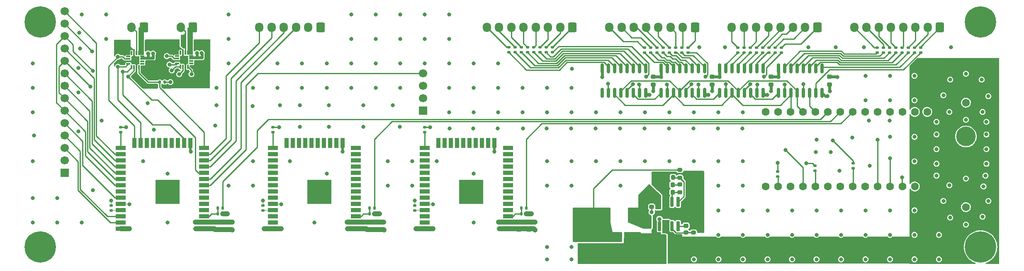
<source format=gbr>
%TF.GenerationSoftware,KiCad,Pcbnew,(6.0.0-0)*%
%TF.CreationDate,2022-02-05T17:25:55+01:00*%
%TF.ProjectId,Mega-Cube-Board,4d656761-2d43-4756-9265-2d426f617264,rev?*%
%TF.SameCoordinates,Original*%
%TF.FileFunction,Copper,L1,Top*%
%TF.FilePolarity,Positive*%
%FSLAX46Y46*%
G04 Gerber Fmt 4.6, Leading zero omitted, Abs format (unit mm)*
G04 Created by KiCad (PCBNEW (6.0.0-0)) date 2022-02-05 17:25:55*
%MOMM*%
%LPD*%
G01*
G04 APERTURE LIST*
G04 Aperture macros list*
%AMRoundRect*
0 Rectangle with rounded corners*
0 $1 Rounding radius*
0 $2 $3 $4 $5 $6 $7 $8 $9 X,Y pos of 4 corners*
0 Add a 4 corners polygon primitive as box body*
4,1,4,$2,$3,$4,$5,$6,$7,$8,$9,$2,$3,0*
0 Add four circle primitives for the rounded corners*
1,1,$1+$1,$2,$3*
1,1,$1+$1,$4,$5*
1,1,$1+$1,$6,$7*
1,1,$1+$1,$8,$9*
0 Add four rect primitives between the rounded corners*
20,1,$1+$1,$2,$3,$4,$5,0*
20,1,$1+$1,$4,$5,$6,$7,0*
20,1,$1+$1,$6,$7,$8,$9,0*
20,1,$1+$1,$8,$9,$2,$3,0*%
G04 Aperture macros list end*
%TA.AperFunction,SMDPad,CuDef*%
%ADD10RoundRect,0.135000X0.185000X-0.135000X0.185000X0.135000X-0.185000X0.135000X-0.185000X-0.135000X0*%
%TD*%
%TA.AperFunction,SMDPad,CuDef*%
%ADD11RoundRect,0.042000X0.258000X-0.943000X0.258000X0.943000X-0.258000X0.943000X-0.258000X-0.943000X0*%
%TD*%
%TA.AperFunction,SMDPad,CuDef*%
%ADD12RoundRect,0.250000X-0.650000X0.325000X-0.650000X-0.325000X0.650000X-0.325000X0.650000X0.325000X0*%
%TD*%
%TA.AperFunction,SMDPad,CuDef*%
%ADD13RoundRect,0.225000X0.250000X-0.225000X0.250000X0.225000X-0.250000X0.225000X-0.250000X-0.225000X0*%
%TD*%
%TA.AperFunction,SMDPad,CuDef*%
%ADD14R,1.800000X2.500000*%
%TD*%
%TA.AperFunction,SMDPad,CuDef*%
%ADD15RoundRect,0.135000X-0.185000X0.135000X-0.185000X-0.135000X0.185000X-0.135000X0.185000X0.135000X0*%
%TD*%
%TA.AperFunction,SMDPad,CuDef*%
%ADD16RoundRect,0.150000X-0.150000X0.825000X-0.150000X-0.825000X0.150000X-0.825000X0.150000X0.825000X0*%
%TD*%
%TA.AperFunction,ComponentPad*%
%ADD17RoundRect,0.250000X0.600000X0.725000X-0.600000X0.725000X-0.600000X-0.725000X0.600000X-0.725000X0*%
%TD*%
%TA.AperFunction,ComponentPad*%
%ADD18O,1.700000X1.950000*%
%TD*%
%TA.AperFunction,SMDPad,CuDef*%
%ADD19RoundRect,0.200000X-0.275000X0.200000X-0.275000X-0.200000X0.275000X-0.200000X0.275000X0.200000X0*%
%TD*%
%TA.AperFunction,ComponentPad*%
%ADD20C,0.800000*%
%TD*%
%TA.AperFunction,ComponentPad*%
%ADD21C,6.400000*%
%TD*%
%TA.AperFunction,ComponentPad*%
%ADD22R,1.600000X1.600000*%
%TD*%
%TA.AperFunction,ComponentPad*%
%ADD23C,1.600000*%
%TD*%
%TA.AperFunction,SMDPad,CuDef*%
%ADD24RoundRect,0.135000X0.135000X0.185000X-0.135000X0.185000X-0.135000X-0.185000X0.135000X-0.185000X0*%
%TD*%
%TA.AperFunction,SMDPad,CuDef*%
%ADD25RoundRect,0.008100X0.126900X-0.411900X0.126900X0.411900X-0.126900X0.411900X-0.126900X-0.411900X0*%
%TD*%
%TA.AperFunction,SMDPad,CuDef*%
%ADD26RoundRect,0.008100X0.411900X-0.126900X0.411900X0.126900X-0.411900X0.126900X-0.411900X-0.126900X0*%
%TD*%
%TA.AperFunction,SMDPad,CuDef*%
%ADD27R,1.100000X1.100000*%
%TD*%
%TA.AperFunction,SMDPad,CuDef*%
%ADD28RoundRect,0.225000X0.225000X0.250000X-0.225000X0.250000X-0.225000X-0.250000X0.225000X-0.250000X0*%
%TD*%
%TA.AperFunction,SMDPad,CuDef*%
%ADD29RoundRect,0.250000X0.325000X0.650000X-0.325000X0.650000X-0.325000X-0.650000X0.325000X-0.650000X0*%
%TD*%
%TA.AperFunction,SMDPad,CuDef*%
%ADD30R,2.000000X0.900000*%
%TD*%
%TA.AperFunction,SMDPad,CuDef*%
%ADD31R,0.900000X2.000000*%
%TD*%
%TA.AperFunction,SMDPad,CuDef*%
%ADD32R,5.000000X5.000000*%
%TD*%
%TA.AperFunction,SMDPad,CuDef*%
%ADD33RoundRect,0.200000X0.200000X0.275000X-0.200000X0.275000X-0.200000X-0.275000X0.200000X-0.275000X0*%
%TD*%
%TA.AperFunction,ComponentPad*%
%ADD34C,1.700000*%
%TD*%
%TA.AperFunction,ComponentPad*%
%ADD35R,1.700000X1.700000*%
%TD*%
%TA.AperFunction,SMDPad,CuDef*%
%ADD36RoundRect,0.225000X-0.250000X0.225000X-0.250000X-0.225000X0.250000X-0.225000X0.250000X0.225000X0*%
%TD*%
%TA.AperFunction,SMDPad,CuDef*%
%ADD37RoundRect,0.200000X0.275000X-0.200000X0.275000X0.200000X-0.275000X0.200000X-0.275000X-0.200000X0*%
%TD*%
%TA.AperFunction,SMDPad,CuDef*%
%ADD38R,1.950000X3.000000*%
%TD*%
%TA.AperFunction,SMDPad,CuDef*%
%ADD39RoundRect,0.140000X0.170000X-0.140000X0.170000X0.140000X-0.170000X0.140000X-0.170000X-0.140000X0*%
%TD*%
%TA.AperFunction,ComponentPad*%
%ADD40R,4.000000X4.000000*%
%TD*%
%TA.AperFunction,ComponentPad*%
%ADD41C,4.000000*%
%TD*%
%TA.AperFunction,ComponentPad*%
%ADD42RoundRect,0.250000X0.600000X0.750000X-0.600000X0.750000X-0.600000X-0.750000X0.600000X-0.750000X0*%
%TD*%
%TA.AperFunction,ComponentPad*%
%ADD43O,1.700000X2.000000*%
%TD*%
%TA.AperFunction,SMDPad,CuDef*%
%ADD44RoundRect,0.135000X-0.135000X-0.185000X0.135000X-0.185000X0.135000X0.185000X-0.135000X0.185000X0*%
%TD*%
%TA.AperFunction,ViaPad*%
%ADD45C,0.800000*%
%TD*%
%TA.AperFunction,Conductor*%
%ADD46C,0.250000*%
%TD*%
%TA.AperFunction,Conductor*%
%ADD47C,1.000000*%
%TD*%
%TA.AperFunction,Conductor*%
%ADD48C,0.600000*%
%TD*%
%TA.AperFunction,Conductor*%
%ADD49C,0.500000*%
%TD*%
%TA.AperFunction,Conductor*%
%ADD50C,0.125000*%
%TD*%
G04 APERTURE END LIST*
D10*
%TO.P,R38,1*%
%TO.N,Net-(R38-Pad1)*%
X-570285000Y-371225000D03*
%TO.P,R38,2*%
%TO.N,1F*%
X-570285000Y-370205000D03*
%TD*%
%TO.P,R24,1*%
%TO.N,Net-(R24-Pad1)*%
X-534995000Y-371260000D03*
%TO.P,R24,2*%
%TO.N,11*%
X-534995000Y-370240000D03*
%TD*%
D11*
%TO.P,U2,1,BOOT*%
%TO.N,PWR_BOOT*%
X-539533694Y-406720065D03*
%TO.P,U2,2,VIN*%
%TO.N,+5V*%
X-538263694Y-406720065D03*
%TO.P,U2,3,EN*%
%TO.N,PWR_EN*%
X-536993694Y-406720065D03*
%TO.P,U2,4,SS*%
%TO.N,PWR_SS*%
X-535723694Y-406720065D03*
%TO.P,U2,5,VSENSE*%
%TO.N,PWR_VSENSE*%
X-535723694Y-401780065D03*
%TO.P,U2,6,COMP*%
%TO.N,PWR_COMP*%
X-536993694Y-401780065D03*
%TO.P,U2,7,GND*%
%TO.N,GND*%
X-538263694Y-401780065D03*
%TO.P,U2,8,PH*%
%TO.N,PWR_PH*%
X-539533694Y-401780065D03*
%TD*%
D10*
%TO.P,R6,1*%
%TO.N,Net-(R6-Pad1)*%
X-486255000Y-371260000D03*
%TO.P,R6,2*%
%TO.N,00*%
X-486255000Y-370240000D03*
%TD*%
D12*
%TO.P,C_OUT_1,1*%
%TO.N,+3V3*%
X-548228694Y-408955065D03*
%TO.P,C_OUT_1,2*%
%TO.N,GND*%
X-548228694Y-411905065D03*
%TD*%
D13*
%TO.P,C18,1*%
%TO.N,GND*%
X-597250000Y-407425000D03*
%TO.P,C18,2*%
%TO.N,+3V3*%
X-597250000Y-405875000D03*
%TD*%
D14*
%TO.P,D1,1,K*%
%TO.N,PWR_PH*%
X-542128694Y-405955065D03*
%TO.P,D1,2,A*%
%TO.N,GND*%
X-542128694Y-409955065D03*
%TD*%
D15*
%TO.P,R48,1*%
%TO.N,RX3*%
X-651500000Y-402490000D03*
%TO.P,R48,2*%
%TO.N,ESP3_TX*%
X-651500000Y-403510000D03*
%TD*%
D16*
%TO.P,U6,1,QB*%
%TO.N,Net-(R16-Pad1)*%
X-518370000Y-374525000D03*
%TO.P,U6,2,QC*%
%TO.N,Net-(R17-Pad1)*%
X-519640000Y-374525000D03*
%TO.P,U6,3,QD*%
%TO.N,Net-(R18-Pad1)*%
X-520910000Y-374525000D03*
%TO.P,U6,4,QE*%
%TO.N,Net-(R19-Pad1)*%
X-522180000Y-374525000D03*
%TO.P,U6,5,QF*%
%TO.N,Net-(R20-Pad1)*%
X-523450000Y-374525000D03*
%TO.P,U6,6,QG*%
%TO.N,Net-(R21-Pad1)*%
X-524720000Y-374525000D03*
%TO.P,U6,7,QH*%
%TO.N,Net-(R22-Pad1)*%
X-525990000Y-374525000D03*
%TO.P,U6,8,GND*%
%TO.N,GND*%
X-527260000Y-374525000D03*
%TO.P,U6,9,QH'*%
%TO.N,Net-(U10-Pad14)*%
X-527260000Y-379475000D03*
%TO.P,U6,10,~{SRCLR}*%
%TO.N,+5V*%
X-525990000Y-379475000D03*
%TO.P,U6,11,SRCLK*%
%TO.N,BCK*%
X-524720000Y-379475000D03*
%TO.P,U6,12,RCLK*%
%TO.N,WCK*%
X-523450000Y-379475000D03*
%TO.P,U6,13,~{OE}*%
%TO.N,GND*%
X-522180000Y-379475000D03*
%TO.P,U6,14,SER*%
%TO.N,Net-(U4-Pad9)*%
X-520910000Y-379475000D03*
%TO.P,U6,15,QA*%
%TO.N,Net-(R15-Pad1)*%
X-519640000Y-379475000D03*
%TO.P,U6,16,VCC*%
%TO.N,+5V*%
X-518370000Y-379475000D03*
%TD*%
D10*
%TO.P,R13,1*%
%TO.N,Net-(R13-Pad1)*%
X-495145000Y-371260000D03*
%TO.P,R13,2*%
%TO.N,07*%
X-495145000Y-370240000D03*
%TD*%
%TO.P,R41,1*%
%TO.N,TX1*%
X-515400000Y-396610000D03*
%TO.P,R41,2*%
%TO.N,ESP1_RX*%
X-515400000Y-395590000D03*
%TD*%
D17*
%TO.P,J5,1,Pin_1*%
%TO.N,00*%
X-482300000Y-366140000D03*
D18*
%TO.P,J5,2,Pin_2*%
%TO.N,01*%
X-484800000Y-366140000D03*
%TO.P,J5,3,Pin_3*%
%TO.N,02*%
X-487300000Y-366140000D03*
%TO.P,J5,4,Pin_4*%
%TO.N,03*%
X-489800000Y-366140000D03*
%TO.P,J5,5,Pin_5*%
%TO.N,04*%
X-492300000Y-366140000D03*
%TO.P,J5,6,Pin_6*%
%TO.N,05*%
X-494800000Y-366140000D03*
%TO.P,J5,7,Pin_7*%
%TO.N,06*%
X-497300000Y-366140000D03*
%TO.P,J5,8,Pin_8*%
%TO.N,07*%
X-499800000Y-366140000D03*
%TD*%
D15*
%TO.P,R53,1*%
%TO.N,BOOT2*%
X-618500000Y-386490000D03*
%TO.P,R53,2*%
%TO.N,ESP2_BOOT*%
X-618500000Y-387510000D03*
%TD*%
D17*
%TO.P,J8,1,Pin_1*%
%TO.N,18*%
X-557300000Y-366140000D03*
D18*
%TO.P,J8,2,Pin_2*%
%TO.N,19*%
X-559800000Y-366140000D03*
%TO.P,J8,3,Pin_3*%
%TO.N,1A*%
X-562300000Y-366140000D03*
%TO.P,J8,4,Pin_4*%
%TO.N,1B*%
X-564800000Y-366140000D03*
%TO.P,J8,5,Pin_5*%
%TO.N,1C*%
X-567300000Y-366140000D03*
%TO.P,J8,6,Pin_6*%
%TO.N,1D*%
X-569800000Y-366140000D03*
%TO.P,J8,7,Pin_7*%
%TO.N,1E*%
X-572300000Y-366140000D03*
%TO.P,J8,8,Pin_8*%
%TO.N,1F*%
X-574800000Y-366140000D03*
%TD*%
D19*
%TO.P,R_EN_B1,1*%
%TO.N,GND*%
X-532603694Y-406405065D03*
%TO.P,R_EN_B1,2*%
%TO.N,PWR_EN*%
X-532603694Y-408055065D03*
%TD*%
D20*
%TO.P,H4,1,1*%
%TO.N,GND*%
X-666000000Y-367400000D03*
X-668400000Y-365000000D03*
X-664302944Y-366697056D03*
X-667697056Y-363302944D03*
D21*
X-666000000Y-365000000D03*
D20*
X-667697056Y-366697056D03*
X-664302944Y-363302944D03*
X-663600000Y-365000000D03*
X-666000000Y-362600000D03*
%TD*%
D22*
%TO.P,C7,1*%
%TO.N,+5V*%
X-477000000Y-400347349D03*
D23*
%TO.P,C7,2*%
%TO.N,GND*%
X-477000000Y-402847349D03*
%TD*%
D24*
%TO.P,R44,1*%
%TO.N,EN2*%
X-597740000Y-403000000D03*
%TO.P,R44,2*%
%TO.N,ESP2_EN*%
X-598760000Y-403000000D03*
%TD*%
D25*
%TO.P,U9,1,DIN*%
%TO.N,AUDIO_DIN*%
X-637320000Y-374185000D03*
%TO.P,U9,2,GAIN_SLOT*%
%TO.N,AUDIO_GAIN*%
X-636820000Y-374185000D03*
%TO.P,U9,3,GND*%
%TO.N,GND*%
X-636320000Y-374185000D03*
%TO.P,U9,4,SD_MODE*%
%TO.N,Net-(R14-Pad2)*%
X-635820000Y-374185000D03*
D26*
%TO.P,U9,5*%
%TO.N,N/C*%
X-635135000Y-373500000D03*
%TO.P,U9,6*%
X-635135000Y-373000000D03*
%TO.P,U9,7,VDD*%
%TO.N,+3V3*%
X-635135000Y-372500000D03*
%TO.P,U9,8,VDD*%
X-635135000Y-372000000D03*
D25*
%TO.P,U9,9,OUTP*%
%TO.N,Net-(J3-Pad1)*%
X-635820000Y-371315000D03*
%TO.P,U9,10,OUTN*%
%TO.N,Net-(J3-Pad2)*%
X-636320000Y-371315000D03*
%TO.P,U9,11,GND*%
%TO.N,GND*%
X-636820000Y-371315000D03*
%TO.P,U9,12*%
%TO.N,N/C*%
X-637320000Y-371315000D03*
D26*
%TO.P,U9,13*%
X-638005000Y-372000000D03*
%TO.P,U9,14,LRCLK*%
%TO.N,AUDIO_LRCLK*%
X-638005000Y-372500000D03*
%TO.P,U9,15,GND*%
%TO.N,GND*%
X-638005000Y-373000000D03*
%TO.P,U9,16,BCLK*%
%TO.N,AUDIO_BCLK*%
X-638005000Y-373500000D03*
D27*
%TO.P,U9,17,EP*%
%TO.N,GND*%
X-636570000Y-372750000D03*
%TD*%
D28*
%TO.P,C_COMP2,1*%
%TO.N,PWR_COMP*%
X-536853694Y-399780065D03*
%TO.P,C_COMP2,2*%
%TO.N,GND*%
X-538403694Y-399780065D03*
%TD*%
D13*
%TO.P,C25,1*%
%TO.N,+5V*%
X-504815000Y-377775000D03*
%TO.P,C25,2*%
%TO.N,GND*%
X-504815000Y-376225000D03*
%TD*%
D10*
%TO.P,R15,1*%
%TO.N,Net-(R15-Pad1)*%
X-514675000Y-371260000D03*
%TO.P,R15,2*%
%TO.N,08*%
X-514675000Y-370240000D03*
%TD*%
%TO.P,R16,1*%
%TO.N,Net-(R16-Pad1)*%
X-515945000Y-371260000D03*
%TO.P,R16,2*%
%TO.N,09*%
X-515945000Y-370240000D03*
%TD*%
D24*
%TO.P,R45,1*%
%TO.N,GND*%
X-628740000Y-404250000D03*
%TO.P,R45,2*%
%TO.N,ESP3_EN*%
X-629760000Y-404250000D03*
%TD*%
D10*
%TO.P,R36,1*%
%TO.N,Net-(R36-Pad1)*%
X-567745000Y-371225000D03*
%TO.P,R36,2*%
%TO.N,1D*%
X-567745000Y-370205000D03*
%TD*%
D29*
%TO.P,C_IN_1,1*%
%TO.N,+5V*%
X-535753694Y-409305065D03*
%TO.P,C_IN_1,2*%
%TO.N,GND*%
X-538703694Y-409305065D03*
%TD*%
D24*
%TO.P,R42,1*%
%TO.N,EN1*%
X-566750000Y-403000000D03*
%TO.P,R42,2*%
%TO.N,ESP1_EN*%
X-567770000Y-403000000D03*
%TD*%
D30*
%TO.P,ESP2,1,GND*%
%TO.N,GND*%
X-601500000Y-407255000D03*
%TO.P,ESP2,2,VDD*%
%TO.N,+3V3*%
X-601500000Y-405985000D03*
%TO.P,ESP2,3,EN*%
%TO.N,ESP2_EN*%
X-601500000Y-404715000D03*
%TO.P,ESP2,4,SENSOR_VP*%
%TO.N,unconnected-(ESP2-Pad4)*%
X-601500000Y-403445000D03*
%TO.P,ESP2,5,SENSOR_VN*%
%TO.N,unconnected-(ESP2-Pad5)*%
X-601500000Y-402175000D03*
%TO.P,ESP2,6,IO34*%
%TO.N,unconnected-(ESP2-Pad6)*%
X-601500000Y-400905000D03*
%TO.P,ESP2,7,IO35*%
%TO.N,unconnected-(ESP2-Pad7)*%
X-601500000Y-399635000D03*
%TO.P,ESP2,8,IO32*%
%TO.N,unconnected-(ESP2-Pad8)*%
X-601500000Y-398365000D03*
%TO.P,ESP2,9,IO33*%
%TO.N,unconnected-(ESP2-Pad9)*%
X-601500000Y-397095000D03*
%TO.P,ESP2,10,IO25*%
%TO.N,unconnected-(ESP2-Pad10)*%
X-601500000Y-395825000D03*
%TO.P,ESP2,11,IO26*%
%TO.N,unconnected-(ESP2-Pad11)*%
X-601500000Y-394555000D03*
%TO.P,ESP2,12,IO27*%
%TO.N,unconnected-(ESP2-Pad12)*%
X-601500000Y-393285000D03*
%TO.P,ESP2,13,IO14*%
%TO.N,unconnected-(ESP2-Pad13)*%
X-601500000Y-392015000D03*
%TO.P,ESP2,14,IO12*%
%TO.N,unconnected-(ESP2-Pad14)*%
X-601500000Y-390745000D03*
D31*
%TO.P,ESP2,15,GND*%
%TO.N,GND*%
X-604285000Y-389745000D03*
%TO.P,ESP2,16,IO13*%
%TO.N,unconnected-(ESP2-Pad16)*%
X-605555000Y-389745000D03*
%TO.P,ESP2,17,SHD/SD2*%
%TO.N,unconnected-(ESP2-Pad17)*%
X-606825000Y-389745000D03*
%TO.P,ESP2,18,SWP/SD3*%
%TO.N,unconnected-(ESP2-Pad18)*%
X-608095000Y-389745000D03*
%TO.P,ESP2,19,SCS/CMD*%
%TO.N,unconnected-(ESP2-Pad19)*%
X-609365000Y-389745000D03*
%TO.P,ESP2,20,SCK/CLK*%
%TO.N,unconnected-(ESP2-Pad20)*%
X-610635000Y-389745000D03*
%TO.P,ESP2,21,SDO/SD0*%
%TO.N,unconnected-(ESP2-Pad21)*%
X-611905000Y-389745000D03*
%TO.P,ESP2,22,SDI/SD1*%
%TO.N,unconnected-(ESP2-Pad22)*%
X-613175000Y-389745000D03*
%TO.P,ESP2,23,IO15*%
%TO.N,unconnected-(ESP2-Pad23)*%
X-614445000Y-389745000D03*
%TO.P,ESP2,24,IO2*%
%TO.N,unconnected-(ESP2-Pad24)*%
X-615715000Y-389745000D03*
D30*
%TO.P,ESP2,25,IO0*%
%TO.N,ESP2_BOOT*%
X-618500000Y-390745000D03*
%TO.P,ESP2,26,IO4*%
%TO.N,unconnected-(ESP2-Pad26)*%
X-618500000Y-392015000D03*
%TO.P,ESP2,27,IO16*%
%TO.N,unconnected-(ESP2-Pad27)*%
X-618500000Y-393285000D03*
%TO.P,ESP2,28,IO17*%
%TO.N,unconnected-(ESP2-Pad28)*%
X-618500000Y-394555000D03*
%TO.P,ESP2,29,IO5*%
%TO.N,unconnected-(ESP2-Pad29)*%
X-618500000Y-395825000D03*
%TO.P,ESP2,30,IO18*%
%TO.N,unconnected-(ESP2-Pad30)*%
X-618500000Y-397095000D03*
%TO.P,ESP2,31,IO19*%
%TO.N,unconnected-(ESP2-Pad31)*%
X-618500000Y-398365000D03*
%TO.P,ESP2,32,NC*%
%TO.N,unconnected-(ESP2-Pad32)*%
X-618500000Y-399635000D03*
%TO.P,ESP2,33,IO21*%
%TO.N,unconnected-(ESP2-Pad33)*%
X-618500000Y-400905000D03*
%TO.P,ESP2,34,RXD0/IO3*%
%TO.N,ESP2_RX*%
X-618500000Y-402175000D03*
%TO.P,ESP2,35,TXD0/IO1*%
%TO.N,ESP2_TX*%
X-618500000Y-403445000D03*
%TO.P,ESP2,36,IO22*%
%TO.N,unconnected-(ESP2-Pad36)*%
X-618500000Y-404715000D03*
%TO.P,ESP2,37,IO23*%
%TO.N,unconnected-(ESP2-Pad37)*%
X-618500000Y-405985000D03*
%TO.P,ESP2,38,GND*%
%TO.N,GND*%
X-618500000Y-407255000D03*
D32*
%TO.P,ESP2,39,GND*%
X-609000000Y-399755000D03*
%TD*%
D10*
%TO.P,R8,1*%
%TO.N,Net-(R8-Pad1)*%
X-488795000Y-371260000D03*
%TO.P,R8,2*%
%TO.N,02*%
X-488795000Y-370240000D03*
%TD*%
%TO.P,R20,1*%
%TO.N,Net-(R20-Pad1)*%
X-521025000Y-371260000D03*
%TO.P,R20,2*%
%TO.N,0D*%
X-521025000Y-370240000D03*
%TD*%
D33*
%TO.P,R_FB_B1,1*%
%TO.N,PWR_VSENSE*%
X-536803694Y-396780065D03*
%TO.P,R_FB_B1,2*%
%TO.N,GND*%
X-538453694Y-396780065D03*
%TD*%
D23*
%TO.P,Teensy4.0,1,GND*%
%TO.N,GND*%
X-484890000Y-383380000D03*
%TO.P,Teensy4.0,2,0_RX1_CRX2_CS1*%
%TO.N,unconnected-(Teensy4.0-Pad2)*%
X-487430000Y-383380000D03*
%TO.P,Teensy4.0,3,1_TX1_CTX2_MISO1*%
%TO.N,unconnected-(Teensy4.0-Pad3)*%
X-489970000Y-383380000D03*
%TO.P,Teensy4.0,4,2_OUT2*%
%TO.N,unconnected-(Teensy4.0-Pad4)*%
X-492510000Y-383380000D03*
%TO.P,Teensy4.0,5,3_LRCLK2*%
%TO.N,unconnected-(Teensy4.0-Pad5)*%
X-495050000Y-383380000D03*
%TO.P,Teensy4.0,6,4_BCLK2*%
%TO.N,unconnected-(Teensy4.0-Pad6)*%
X-497590000Y-383380000D03*
%TO.P,Teensy4.0,7,5_IN2*%
%TO.N,EN1*%
X-500130000Y-383380000D03*
%TO.P,Teensy4.0,8,6_OUT1D*%
%TO.N,EN2*%
X-502670000Y-383380000D03*
%TO.P,Teensy4.0,9,7_RX2_OUT1A*%
%TO.N,EN3*%
X-505210000Y-383380000D03*
%TO.P,Teensy4.0,10,8_TX2_IN1*%
%TO.N,DIN*%
X-507750000Y-383380000D03*
%TO.P,Teensy4.0,11,9_OUT1C*%
%TO.N,WCK*%
X-510290000Y-383380000D03*
%TO.P,Teensy4.0,12,10_CS_MQSR*%
%TO.N,BCK*%
X-512830000Y-383380000D03*
%TO.P,Teensy4.0,13,11_MOSI_CTX1*%
%TO.N,unconnected-(Teensy4.0-Pad13)*%
X-515370000Y-383380000D03*
%TO.P,Teensy4.0,14,12_MISO_MQSL*%
%TO.N,unconnected-(Teensy4.0-Pad14)*%
X-517910000Y-383380000D03*
%TO.P,Teensy4.0,20,13_SCK_CRX1_LED*%
%TO.N,unconnected-(Teensy4.0-Pad20)*%
X-517910000Y-398620000D03*
%TO.P,Teensy4.0,21,14_A0_TX3_SPDIF_OUT*%
%TO.N,TX1*%
X-515370000Y-398620000D03*
%TO.P,Teensy4.0,22,15_A1_RX3_SPDIF_IN*%
%TO.N,RX1*%
X-512830000Y-398620000D03*
%TO.P,Teensy4.0,23,16_A2_RX4_SCL1*%
%TO.N,RX2*%
X-510290000Y-398620000D03*
%TO.P,Teensy4.0,24,17_A3_TX4_SDA1*%
%TO.N,TX2*%
X-507750000Y-398620000D03*
%TO.P,Teensy4.0,25,18_A4_SDA0*%
%TO.N,unconnected-(Teensy4.0-Pad25)*%
X-505210000Y-398620000D03*
%TO.P,Teensy4.0,26,19_A5_SCL0*%
%TO.N,unconnected-(Teensy4.0-Pad26)*%
X-502670000Y-398620000D03*
%TO.P,Teensy4.0,27,20_A6_TX5_LRCLK1*%
%TO.N,TX3*%
X-500130000Y-398620000D03*
%TO.P,Teensy4.0,28,21_A7_RX5_BCLK1*%
%TO.N,RX3*%
X-497590000Y-398620000D03*
%TO.P,Teensy4.0,29,22_A8_CTX1*%
%TO.N,BOOT3*%
X-495050000Y-398620000D03*
%TO.P,Teensy4.0,30,23_A9_CRX1_MCLK1*%
%TO.N,BOOT2*%
X-492510000Y-398620000D03*
%TO.P,Teensy4.0,31,3V3*%
%TO.N,BOOT1*%
X-489970000Y-398620000D03*
%TO.P,Teensy4.0,32,GND*%
%TO.N,GND*%
X-487430000Y-398620000D03*
%TO.P,Teensy4.0,33,VIN*%
%TO.N,+5V*%
X-484890000Y-398620000D03*
%TD*%
D16*
%TO.P,U4,1,QB*%
%TO.N,Net-(R7-Pad1)*%
X-506370000Y-374525000D03*
%TO.P,U4,2,QC*%
%TO.N,Net-(R8-Pad1)*%
X-507640000Y-374525000D03*
%TO.P,U4,3,QD*%
%TO.N,Net-(R9-Pad1)*%
X-508910000Y-374525000D03*
%TO.P,U4,4,QE*%
%TO.N,Net-(R10-Pad1)*%
X-510180000Y-374525000D03*
%TO.P,U4,5,QF*%
%TO.N,Net-(R11-Pad1)*%
X-511450000Y-374525000D03*
%TO.P,U4,6,QG*%
%TO.N,Net-(R12-Pad1)*%
X-512720000Y-374525000D03*
%TO.P,U4,7,QH*%
%TO.N,Net-(R13-Pad1)*%
X-513990000Y-374525000D03*
%TO.P,U4,8,GND*%
%TO.N,GND*%
X-515260000Y-374525000D03*
%TO.P,U4,9,QH'*%
%TO.N,Net-(U4-Pad9)*%
X-515260000Y-379475000D03*
%TO.P,U4,10,~{SRCLR}*%
%TO.N,+5V*%
X-513990000Y-379475000D03*
%TO.P,U4,11,SRCLK*%
%TO.N,BCK*%
X-512720000Y-379475000D03*
%TO.P,U4,12,RCLK*%
%TO.N,WCK*%
X-511450000Y-379475000D03*
%TO.P,U4,13,~{OE}*%
%TO.N,GND*%
X-510180000Y-379475000D03*
%TO.P,U4,14,SER*%
%TO.N,DIN*%
X-508910000Y-379475000D03*
%TO.P,U4,15,QA*%
%TO.N,Net-(R6-Pad1)*%
X-507640000Y-379475000D03*
%TO.P,U4,16,VCC*%
%TO.N,+5V*%
X-506370000Y-379475000D03*
%TD*%
D10*
%TO.P,R39,1*%
%TO.N,TX3*%
X-500000000Y-394910000D03*
%TO.P,R39,2*%
%TO.N,ESP3_RX*%
X-500000000Y-393890000D03*
%TD*%
D17*
%TO.P,J7,1,Pin_1*%
%TO.N,08*%
X-507300000Y-366140000D03*
D18*
%TO.P,J7,2,Pin_2*%
%TO.N,09*%
X-509800000Y-366140000D03*
%TO.P,J7,3,Pin_3*%
%TO.N,0A*%
X-512300000Y-366140000D03*
%TO.P,J7,4,Pin_4*%
%TO.N,0B*%
X-514800000Y-366140000D03*
%TO.P,J7,5,Pin_5*%
%TO.N,0C*%
X-517300000Y-366140000D03*
%TO.P,J7,6,Pin_6*%
%TO.N,0D*%
X-519800000Y-366140000D03*
%TO.P,J7,7,Pin_7*%
%TO.N,0E*%
X-522300000Y-366140000D03*
%TO.P,J7,8,Pin_8*%
%TO.N,0F*%
X-524800000Y-366140000D03*
%TD*%
D20*
%TO.P,H1,1,1*%
%TO.N,GND*%
X-475697056Y-412697056D03*
X-475697056Y-409302944D03*
D21*
X-474000000Y-411000000D03*
D20*
X-474000000Y-408600000D03*
X-471600000Y-411000000D03*
X-472302944Y-412697056D03*
X-476400000Y-411000000D03*
X-474000000Y-413400000D03*
X-472302944Y-409302944D03*
%TD*%
D10*
%TO.P,R22,1*%
%TO.N,Net-(R22-Pad1)*%
X-523565000Y-371260000D03*
%TO.P,R22,2*%
%TO.N,0F*%
X-523565000Y-370240000D03*
%TD*%
D34*
%TO.P,U1,1,T_IRQ*%
%TO.N,TOUCH_IRQ*%
X-661000000Y-362850000D03*
%TO.P,U1,2,T_DO*%
%TO.N,MISO*%
X-661000000Y-365390000D03*
%TO.P,U1,3,T_DIN*%
%TO.N,MOSI*%
X-661000000Y-367930000D03*
%TO.P,U1,4,T_CS*%
%TO.N,TOUCH_CS*%
X-661000000Y-370470000D03*
%TO.P,U1,5,T_CLK*%
%TO.N,SCK*%
X-661000000Y-373010000D03*
%TO.P,U1,6,SDO(MISO)*%
%TO.N,MISO*%
X-661000000Y-375550000D03*
%TO.P,U1,7,LED*%
%TO.N,TFT_BL*%
X-661000000Y-378090000D03*
%TO.P,U1,8,SCK*%
%TO.N,SCK*%
X-661000000Y-380630000D03*
%TO.P,U1,9,SDI(MOSI)*%
%TO.N,MOSI*%
X-661000000Y-383170000D03*
%TO.P,U1,10,DC*%
%TO.N,TFT_DC*%
X-661000000Y-385710000D03*
%TO.P,U1,11,RESET*%
%TO.N,TFT_RST*%
X-661000000Y-388250000D03*
%TO.P,U1,12,CS*%
%TO.N,TFT_CS*%
X-661000000Y-390790000D03*
%TO.P,U1,13,GND*%
%TO.N,GND*%
X-661000000Y-393330000D03*
D35*
%TO.P,U1,14,VCC*%
%TO.N,+3V3*%
X-661000000Y-395870000D03*
D34*
%TO.P,U1,15,SD_SCK*%
%TO.N,SD_CS*%
X-587820000Y-375550000D03*
%TO.P,U1,16,SD_MISO*%
%TO.N,MISO*%
X-587820000Y-378090000D03*
%TO.P,U1,17,SD_MOSI*%
%TO.N,MOSI*%
X-587820000Y-380630000D03*
D35*
%TO.P,U1,18,SD_CS*%
%TO.N,SCK*%
X-587820000Y-383170000D03*
%TD*%
D36*
%TO.P,C_SS1,1*%
%TO.N,GND*%
X-534128694Y-405130065D03*
%TO.P,C_SS1,2*%
%TO.N,PWR_SS*%
X-534128694Y-406680065D03*
%TD*%
D10*
%TO.P,R43,1*%
%TO.N,TX2*%
X-507800000Y-395410000D03*
%TO.P,R43,2*%
%TO.N,ESP2_RX*%
X-507800000Y-394390000D03*
%TD*%
D24*
%TO.P,R47,1*%
%TO.N,GND*%
X-597740000Y-404250000D03*
%TO.P,R47,2*%
%TO.N,ESP2_EN*%
X-598760000Y-404250000D03*
%TD*%
D10*
%TO.P,R31,1*%
%TO.N,Net-(R31-Pad1)*%
X-561395000Y-371225000D03*
%TO.P,R31,2*%
%TO.N,18*%
X-561395000Y-370205000D03*
%TD*%
D28*
%TO.P,C_COMP1,1*%
%TO.N,Net-(C_COMP1-Pad1)*%
X-536853694Y-398280065D03*
%TO.P,C_COMP1,2*%
%TO.N,GND*%
X-538403694Y-398280065D03*
%TD*%
D20*
%TO.P,H3,1,1*%
%TO.N,GND*%
X-472302944Y-363302944D03*
X-476400000Y-365000000D03*
X-474000000Y-367400000D03*
X-472302944Y-366697056D03*
X-474000000Y-362600000D03*
X-475697056Y-366697056D03*
X-475697056Y-363302944D03*
D21*
X-474000000Y-365000000D03*
D20*
X-471600000Y-365000000D03*
%TD*%
D10*
%TO.P,R28,1*%
%TO.N,Net-(R28-Pad1)*%
X-540075000Y-371260000D03*
%TO.P,R28,2*%
%TO.N,15*%
X-540075000Y-370240000D03*
%TD*%
D15*
%TO.P,R51,1*%
%TO.N,BOOT1*%
X-587500000Y-386490000D03*
%TO.P,R51,2*%
%TO.N,ESP1_BOOT*%
X-587500000Y-387510000D03*
%TD*%
D37*
%TO.P,R_COMP1,1*%
%TO.N,PWR_COMP*%
X-535378694Y-399855065D03*
%TO.P,R_COMP1,2*%
%TO.N,Net-(C_COMP1-Pad1)*%
X-535378694Y-398205065D03*
%TD*%
D19*
%TO.P,R_FB_T1,1*%
%TO.N,+3V3*%
X-535378694Y-395205065D03*
%TO.P,R_FB_T1,2*%
%TO.N,PWR_VSENSE*%
X-535378694Y-396855065D03*
%TD*%
D24*
%TO.P,R46,1*%
%TO.N,GND*%
X-566740000Y-404250000D03*
%TO.P,R46,2*%
%TO.N,ESP1_EN*%
X-567760000Y-404250000D03*
%TD*%
D38*
%TO.P,L1,1,1*%
%TO.N,PWR_PH*%
X-545006194Y-404455065D03*
%TO.P,L1,2,2*%
%TO.N,+3V3*%
X-550551194Y-404455065D03*
%TD*%
D15*
%TO.P,R49,1*%
%TO.N,BOOT3*%
X-649500000Y-386490000D03*
%TO.P,R49,2*%
%TO.N,ESP3_BOOT*%
X-649500000Y-387510000D03*
%TD*%
D13*
%TO.P,C23,1*%
%TO.N,+5V*%
X-528815000Y-377775000D03*
%TO.P,C23,2*%
%TO.N,GND*%
X-528815000Y-376225000D03*
%TD*%
D17*
%TO.P,J4,1,Pin_1*%
%TO.N,+3V3*%
X-608750000Y-366150000D03*
D18*
%TO.P,J4,2,Pin_2*%
%TO.N,GND*%
X-611250000Y-366150000D03*
%TO.P,J4,3,Pin_3*%
%TO.N,MIC_BCLK*%
X-613750000Y-366150000D03*
%TO.P,J4,4,Pin_4*%
%TO.N,MIC_SELECT*%
X-616250000Y-366150000D03*
%TO.P,J4,5,Pin_5*%
%TO.N,MIC_DATA*%
X-618750000Y-366150000D03*
%TO.P,J4,6,Pin_6*%
%TO.N,MIC_LRCLK*%
X-621250000Y-366150000D03*
%TD*%
D10*
%TO.P,R23,1*%
%TO.N,Net-(R23-Pad1)*%
X-533725000Y-371260000D03*
%TO.P,R23,2*%
%TO.N,10*%
X-533725000Y-370240000D03*
%TD*%
%TO.P,R33,1*%
%TO.N,Net-(R33-Pad1)*%
X-563935000Y-371225000D03*
%TO.P,R33,2*%
%TO.N,1A*%
X-563935000Y-370205000D03*
%TD*%
D37*
%TO.P,R_EN_T1,1*%
%TO.N,+5V*%
X-534128694Y-409705065D03*
%TO.P,R_EN_T1,2*%
%TO.N,PWR_EN*%
X-534128694Y-408055065D03*
%TD*%
D10*
%TO.P,R11,1*%
%TO.N,Net-(R11-Pad1)*%
X-492605000Y-371260000D03*
%TO.P,R11,2*%
%TO.N,05*%
X-492605000Y-370240000D03*
%TD*%
%TO.P,R10,1*%
%TO.N,Net-(R10-Pad1)*%
X-491335000Y-371260000D03*
%TO.P,R10,2*%
%TO.N,04*%
X-491335000Y-370240000D03*
%TD*%
D13*
%TO.P,C21,1*%
%TO.N,GND*%
X-628250000Y-407425000D03*
%TO.P,C21,2*%
%TO.N,+3V3*%
X-628250000Y-405875000D03*
%TD*%
D39*
%TO.P,C12,1*%
%TO.N,GND*%
X-633950000Y-373257500D03*
%TO.P,C12,2*%
%TO.N,+3V3*%
X-633950000Y-372297500D03*
%TD*%
D10*
%TO.P,R18,1*%
%TO.N,Net-(R18-Pad1)*%
X-518485000Y-371260000D03*
%TO.P,R18,2*%
%TO.N,0B*%
X-518485000Y-370240000D03*
%TD*%
D13*
%TO.P,C_BOOT1,1*%
%TO.N,PWR_BOOT*%
X-541128694Y-402805065D03*
%TO.P,C_BOOT1,2*%
%TO.N,PWR_PH*%
X-541128694Y-401255065D03*
%TD*%
D12*
%TO.P,C_OUT_2,1*%
%TO.N,+3V3*%
X-550628694Y-408955065D03*
%TO.P,C_OUT_2,2*%
%TO.N,GND*%
X-550628694Y-411905065D03*
%TD*%
D30*
%TO.P,ESP3,1,GND*%
%TO.N,GND*%
X-632500000Y-407255000D03*
%TO.P,ESP3,2,VDD*%
%TO.N,+3V3*%
X-632500000Y-405985000D03*
%TO.P,ESP3,3,EN*%
%TO.N,ESP3_EN*%
X-632500000Y-404715000D03*
%TO.P,ESP3,4,SENSOR_VP*%
%TO.N,unconnected-(ESP3-Pad4)*%
X-632500000Y-403445000D03*
%TO.P,ESP3,5,SENSOR_VN*%
%TO.N,unconnected-(ESP3-Pad5)*%
X-632500000Y-402175000D03*
%TO.P,ESP3,6,IO34*%
%TO.N,unconnected-(ESP3-Pad6)*%
X-632500000Y-400905000D03*
%TO.P,ESP3,7,IO35*%
%TO.N,unconnected-(ESP3-Pad7)*%
X-632500000Y-399635000D03*
%TO.P,ESP3,8,IO32*%
%TO.N,SD_CS*%
X-632500000Y-398365000D03*
%TO.P,ESP3,9,IO33*%
%TO.N,MIC_BCLK*%
X-632500000Y-397095000D03*
%TO.P,ESP3,10,IO25*%
%TO.N,AUDIO_GAIN*%
X-632500000Y-395825000D03*
%TO.P,ESP3,11,IO26*%
%TO.N,MIC_SELECT*%
X-632500000Y-394555000D03*
%TO.P,ESP3,12,IO27*%
%TO.N,MIC_DATA*%
X-632500000Y-393285000D03*
%TO.P,ESP3,13,IO14*%
%TO.N,MIC_LRCLK*%
X-632500000Y-392015000D03*
%TO.P,ESP3,14,IO12*%
%TO.N,AUDIO_EN*%
X-632500000Y-390745000D03*
D31*
%TO.P,ESP3,15,GND*%
%TO.N,GND*%
X-635285000Y-389745000D03*
%TO.P,ESP3,16,IO13*%
%TO.N,AUDIO_DIN*%
X-636555000Y-389745000D03*
%TO.P,ESP3,17,SHD/SD2*%
%TO.N,unconnected-(ESP3-Pad17)*%
X-637825000Y-389745000D03*
%TO.P,ESP3,18,SWP/SD3*%
%TO.N,unconnected-(ESP3-Pad18)*%
X-639095000Y-389745000D03*
%TO.P,ESP3,19,SCS/CMD*%
%TO.N,unconnected-(ESP3-Pad19)*%
X-640365000Y-389745000D03*
%TO.P,ESP3,20,SCK/CLK*%
%TO.N,unconnected-(ESP3-Pad20)*%
X-641635000Y-389745000D03*
%TO.P,ESP3,21,SDO/SD0*%
%TO.N,unconnected-(ESP3-Pad21)*%
X-642905000Y-389745000D03*
%TO.P,ESP3,22,SDI/SD1*%
%TO.N,unconnected-(ESP3-Pad22)*%
X-644175000Y-389745000D03*
%TO.P,ESP3,23,IO15*%
%TO.N,AUDIO_BCLK*%
X-645445000Y-389745000D03*
%TO.P,ESP3,24,IO2*%
%TO.N,AUDIO_LRCLK*%
X-646715000Y-389745000D03*
D30*
%TO.P,ESP3,25,IO0*%
%TO.N,ESP3_BOOT*%
X-649500000Y-390745000D03*
%TO.P,ESP3,26,IO4*%
%TO.N,TOUCH_IRQ*%
X-649500000Y-392015000D03*
%TO.P,ESP3,27,IO16*%
%TO.N,TOUCH_CS*%
X-649500000Y-393285000D03*
%TO.P,ESP3,28,IO17*%
%TO.N,MISO*%
X-649500000Y-394555000D03*
%TO.P,ESP3,29,IO5*%
%TO.N,TFT_BL*%
X-649500000Y-395825000D03*
%TO.P,ESP3,30,IO18*%
%TO.N,SCK*%
X-649500000Y-397095000D03*
%TO.P,ESP3,31,IO19*%
%TO.N,MOSI*%
X-649500000Y-398365000D03*
%TO.P,ESP3,32,NC*%
%TO.N,unconnected-(ESP3-Pad32)*%
X-649500000Y-399635000D03*
%TO.P,ESP3,33,IO21*%
%TO.N,TFT_DC*%
X-649500000Y-400905000D03*
%TO.P,ESP3,34,RXD0/IO3*%
%TO.N,ESP3_RX*%
X-649500000Y-402175000D03*
%TO.P,ESP3,35,TXD0/IO1*%
%TO.N,ESP3_TX*%
X-649500000Y-403445000D03*
%TO.P,ESP3,36,IO22*%
%TO.N,TFT_RST*%
X-649500000Y-404715000D03*
%TO.P,ESP3,37,IO23*%
%TO.N,TFT_CS*%
X-649500000Y-405985000D03*
%TO.P,ESP3,38,GND*%
%TO.N,GND*%
X-649500000Y-407255000D03*
D32*
%TO.P,ESP3,39,GND*%
X-640000000Y-399755000D03*
%TD*%
D10*
%TO.P,R17,1*%
%TO.N,Net-(R17-Pad1)*%
X-517215000Y-371260000D03*
%TO.P,R17,2*%
%TO.N,0A*%
X-517215000Y-370240000D03*
%TD*%
D39*
%TO.P,C15,1*%
%TO.N,GND*%
X-632975000Y-373257500D03*
%TO.P,C15,2*%
%TO.N,+3V3*%
X-632975000Y-372297500D03*
%TD*%
D10*
%TO.P,R21,1*%
%TO.N,Net-(R21-Pad1)*%
X-522295000Y-371260000D03*
%TO.P,R21,2*%
%TO.N,0E*%
X-522295000Y-370240000D03*
%TD*%
%TO.P,R12,1*%
%TO.N,Net-(R12-Pad1)*%
X-493875000Y-371260000D03*
%TO.P,R12,2*%
%TO.N,06*%
X-493875000Y-370240000D03*
%TD*%
D13*
%TO.P,C22,1*%
%TO.N,+5V*%
X-516815000Y-377775000D03*
%TO.P,C22,2*%
%TO.N,GND*%
X-516815000Y-376225000D03*
%TD*%
D39*
%TO.P,C14,1*%
%TO.N,GND*%
X-642950000Y-373305000D03*
%TO.P,C14,2*%
%TO.N,+3V3*%
X-642950000Y-372345000D03*
%TD*%
D13*
%TO.P,C20,1*%
%TO.N,GND*%
X-566250000Y-407425000D03*
%TO.P,C20,2*%
%TO.N,+3V3*%
X-566250000Y-405875000D03*
%TD*%
D10*
%TO.P,R26,1*%
%TO.N,Net-(R26-Pad1)*%
X-537535000Y-371260000D03*
%TO.P,R26,2*%
%TO.N,13*%
X-537535000Y-370240000D03*
%TD*%
%TO.P,R25,1*%
%TO.N,Net-(R25-Pad1)*%
X-536265000Y-371260000D03*
%TO.P,R25,2*%
%TO.N,12*%
X-536265000Y-370240000D03*
%TD*%
%TO.P,R27,1*%
%TO.N,Net-(R27-Pad1)*%
X-538805000Y-371260000D03*
%TO.P,R27,2*%
%TO.N,14*%
X-538805000Y-370240000D03*
%TD*%
%TO.P,R34,1*%
%TO.N,Net-(R34-Pad1)*%
X-565205000Y-371225000D03*
%TO.P,R34,2*%
%TO.N,1B*%
X-565205000Y-370205000D03*
%TD*%
D12*
%TO.P,C_OUT_3,1*%
%TO.N,+3V3*%
X-553028694Y-408955065D03*
%TO.P,C_OUT_3,2*%
%TO.N,GND*%
X-553028694Y-411905065D03*
%TD*%
D10*
%TO.P,R32,1*%
%TO.N,Net-(R32-Pad1)*%
X-562665000Y-371225000D03*
%TO.P,R32,2*%
%TO.N,19*%
X-562665000Y-370205000D03*
%TD*%
D15*
%TO.P,R50,1*%
%TO.N,RX1*%
X-589500000Y-402490000D03*
%TO.P,R50,2*%
%TO.N,ESP1_TX*%
X-589500000Y-403510000D03*
%TD*%
D10*
%TO.P,R9,1*%
%TO.N,Net-(R9-Pad1)*%
X-490065000Y-371260000D03*
%TO.P,R9,2*%
%TO.N,03*%
X-490065000Y-370240000D03*
%TD*%
D39*
%TO.P,C13,1*%
%TO.N,GND*%
X-643925000Y-373305000D03*
%TO.P,C13,2*%
%TO.N,+3V3*%
X-643925000Y-372345000D03*
%TD*%
D13*
%TO.P,C17,1*%
%TO.N,GND*%
X-599250000Y-407425000D03*
%TO.P,C17,2*%
%TO.N,+3V3*%
X-599250000Y-405875000D03*
%TD*%
D40*
%TO.P,J1,1,Pin_1*%
%TO.N,+5V*%
X-477000000Y-393500000D03*
D41*
%TO.P,J1,2,Pin_2*%
%TO.N,GND*%
X-477000000Y-388420000D03*
%TD*%
D42*
%TO.P,J3,1,Pin_1*%
%TO.N,Net-(J3-Pad1)*%
X-634800000Y-366150000D03*
D43*
%TO.P,J3,2,Pin_2*%
%TO.N,Net-(J3-Pad2)*%
X-637300000Y-366150000D03*
%TD*%
D13*
%TO.P,C16,1*%
%TO.N,GND*%
X-630250000Y-407425000D03*
%TO.P,C16,2*%
%TO.N,+3V3*%
X-630250000Y-405875000D03*
%TD*%
D16*
%TO.P,U10,1,QB*%
%TO.N,Net-(R24-Pad1)*%
X-530370000Y-374525000D03*
%TO.P,U10,2,QC*%
%TO.N,Net-(R25-Pad1)*%
X-531640000Y-374525000D03*
%TO.P,U10,3,QD*%
%TO.N,Net-(R26-Pad1)*%
X-532910000Y-374525000D03*
%TO.P,U10,4,QE*%
%TO.N,Net-(R27-Pad1)*%
X-534180000Y-374525000D03*
%TO.P,U10,5,QF*%
%TO.N,Net-(R28-Pad1)*%
X-535450000Y-374525000D03*
%TO.P,U10,6,QG*%
%TO.N,Net-(R29-Pad1)*%
X-536720000Y-374525000D03*
%TO.P,U10,7,QH*%
%TO.N,Net-(R30-Pad1)*%
X-537990000Y-374525000D03*
%TO.P,U10,8,GND*%
%TO.N,GND*%
X-539260000Y-374525000D03*
%TO.P,U10,9,QH'*%
%TO.N,Net-(U10-Pad9)*%
X-539260000Y-379475000D03*
%TO.P,U10,10,~{SRCLR}*%
%TO.N,+5V*%
X-537990000Y-379475000D03*
%TO.P,U10,11,SRCLK*%
%TO.N,BCK*%
X-536720000Y-379475000D03*
%TO.P,U10,12,RCLK*%
%TO.N,WCK*%
X-535450000Y-379475000D03*
%TO.P,U10,13,~{OE}*%
%TO.N,GND*%
X-534180000Y-379475000D03*
%TO.P,U10,14,SER*%
%TO.N,Net-(U10-Pad14)*%
X-532910000Y-379475000D03*
%TO.P,U10,15,QA*%
%TO.N,Net-(R23-Pad1)*%
X-531640000Y-379475000D03*
%TO.P,U10,16,VCC*%
%TO.N,+5V*%
X-530370000Y-379475000D03*
%TD*%
D20*
%TO.P,H2,1,1*%
%TO.N,GND*%
X-666000000Y-408600000D03*
X-664302944Y-409302944D03*
X-663600000Y-411000000D03*
X-667697056Y-412697056D03*
X-668400000Y-411000000D03*
D21*
X-666000000Y-411000000D03*
D20*
X-664302944Y-412697056D03*
X-666000000Y-413400000D03*
X-667697056Y-409302944D03*
%TD*%
D44*
%TO.P,R14,1*%
%TO.N,AUDIO_EN*%
X-641610000Y-377300000D03*
%TO.P,R14,2*%
%TO.N,Net-(R14-Pad2)*%
X-640590000Y-377300000D03*
%TD*%
D15*
%TO.P,R52,1*%
%TO.N,RX2*%
X-620500000Y-402490000D03*
%TO.P,R52,2*%
%TO.N,ESP2_TX*%
X-620500000Y-403510000D03*
%TD*%
D30*
%TO.P,ESP1,1,GND*%
%TO.N,GND*%
X-570500000Y-407255000D03*
%TO.P,ESP1,2,VDD*%
%TO.N,+3V3*%
X-570500000Y-405985000D03*
%TO.P,ESP1,3,EN*%
%TO.N,ESP1_EN*%
X-570500000Y-404715000D03*
%TO.P,ESP1,4,SENSOR_VP*%
%TO.N,unconnected-(ESP1-Pad4)*%
X-570500000Y-403445000D03*
%TO.P,ESP1,5,SENSOR_VN*%
%TO.N,unconnected-(ESP1-Pad5)*%
X-570500000Y-402175000D03*
%TO.P,ESP1,6,IO34*%
%TO.N,unconnected-(ESP1-Pad6)*%
X-570500000Y-400905000D03*
%TO.P,ESP1,7,IO35*%
%TO.N,unconnected-(ESP1-Pad7)*%
X-570500000Y-399635000D03*
%TO.P,ESP1,8,IO32*%
%TO.N,unconnected-(ESP1-Pad8)*%
X-570500000Y-398365000D03*
%TO.P,ESP1,9,IO33*%
%TO.N,unconnected-(ESP1-Pad9)*%
X-570500000Y-397095000D03*
%TO.P,ESP1,10,IO25*%
%TO.N,unconnected-(ESP1-Pad10)*%
X-570500000Y-395825000D03*
%TO.P,ESP1,11,IO26*%
%TO.N,unconnected-(ESP1-Pad11)*%
X-570500000Y-394555000D03*
%TO.P,ESP1,12,IO27*%
%TO.N,unconnected-(ESP1-Pad12)*%
X-570500000Y-393285000D03*
%TO.P,ESP1,13,IO14*%
%TO.N,unconnected-(ESP1-Pad13)*%
X-570500000Y-392015000D03*
%TO.P,ESP1,14,IO12*%
%TO.N,unconnected-(ESP1-Pad14)*%
X-570500000Y-390745000D03*
D31*
%TO.P,ESP1,15,GND*%
%TO.N,GND*%
X-573285000Y-389745000D03*
%TO.P,ESP1,16,IO13*%
%TO.N,unconnected-(ESP1-Pad16)*%
X-574555000Y-389745000D03*
%TO.P,ESP1,17,SHD/SD2*%
%TO.N,unconnected-(ESP1-Pad17)*%
X-575825000Y-389745000D03*
%TO.P,ESP1,18,SWP/SD3*%
%TO.N,unconnected-(ESP1-Pad18)*%
X-577095000Y-389745000D03*
%TO.P,ESP1,19,SCS/CMD*%
%TO.N,unconnected-(ESP1-Pad19)*%
X-578365000Y-389745000D03*
%TO.P,ESP1,20,SCK/CLK*%
%TO.N,unconnected-(ESP1-Pad20)*%
X-579635000Y-389745000D03*
%TO.P,ESP1,21,SDO/SD0*%
%TO.N,unconnected-(ESP1-Pad21)*%
X-580905000Y-389745000D03*
%TO.P,ESP1,22,SDI/SD1*%
%TO.N,unconnected-(ESP1-Pad22)*%
X-582175000Y-389745000D03*
%TO.P,ESP1,23,IO15*%
%TO.N,unconnected-(ESP1-Pad23)*%
X-583445000Y-389745000D03*
%TO.P,ESP1,24,IO2*%
%TO.N,unconnected-(ESP1-Pad24)*%
X-584715000Y-389745000D03*
D30*
%TO.P,ESP1,25,IO0*%
%TO.N,ESP1_BOOT*%
X-587500000Y-390745000D03*
%TO.P,ESP1,26,IO4*%
%TO.N,unconnected-(ESP1-Pad26)*%
X-587500000Y-392015000D03*
%TO.P,ESP1,27,IO16*%
%TO.N,unconnected-(ESP1-Pad27)*%
X-587500000Y-393285000D03*
%TO.P,ESP1,28,IO17*%
%TO.N,unconnected-(ESP1-Pad28)*%
X-587500000Y-394555000D03*
%TO.P,ESP1,29,IO5*%
%TO.N,unconnected-(ESP1-Pad29)*%
X-587500000Y-395825000D03*
%TO.P,ESP1,30,IO18*%
%TO.N,unconnected-(ESP1-Pad30)*%
X-587500000Y-397095000D03*
%TO.P,ESP1,31,IO19*%
%TO.N,unconnected-(ESP1-Pad31)*%
X-587500000Y-398365000D03*
%TO.P,ESP1,32,NC*%
%TO.N,unconnected-(ESP1-Pad32)*%
X-587500000Y-399635000D03*
%TO.P,ESP1,33,IO21*%
%TO.N,unconnected-(ESP1-Pad33)*%
X-587500000Y-400905000D03*
%TO.P,ESP1,34,RXD0/IO3*%
%TO.N,ESP1_RX*%
X-587500000Y-402175000D03*
%TO.P,ESP1,35,TXD0/IO1*%
%TO.N,ESP1_TX*%
X-587500000Y-403445000D03*
%TO.P,ESP1,36,IO22*%
%TO.N,unconnected-(ESP1-Pad36)*%
X-587500000Y-404715000D03*
%TO.P,ESP1,37,IO23*%
%TO.N,unconnected-(ESP1-Pad37)*%
X-587500000Y-405985000D03*
%TO.P,ESP1,38,GND*%
%TO.N,GND*%
X-587500000Y-407255000D03*
D32*
%TO.P,ESP1,39,GND*%
X-578000000Y-399755000D03*
%TD*%
D10*
%TO.P,R37,1*%
%TO.N,Net-(R37-Pad1)*%
X-569015000Y-371225000D03*
%TO.P,R37,2*%
%TO.N,1E*%
X-569015000Y-370205000D03*
%TD*%
D29*
%TO.P,C_IN_2,1*%
%TO.N,+5V*%
X-535753694Y-411605065D03*
%TO.P,C_IN_2,2*%
%TO.N,GND*%
X-538703694Y-411605065D03*
%TD*%
D13*
%TO.P,C24,1*%
%TO.N,+5V*%
X-540815000Y-377775000D03*
%TO.P,C24,2*%
%TO.N,GND*%
X-540815000Y-376225000D03*
%TD*%
%TO.P,C19,1*%
%TO.N,GND*%
X-568250000Y-407425000D03*
%TO.P,C19,2*%
%TO.N,+3V3*%
X-568250000Y-405875000D03*
%TD*%
D16*
%TO.P,U11,1,QB*%
%TO.N,Net-(R32-Pad1)*%
X-542370000Y-374525000D03*
%TO.P,U11,2,QC*%
%TO.N,Net-(R33-Pad1)*%
X-543640000Y-374525000D03*
%TO.P,U11,3,QD*%
%TO.N,Net-(R34-Pad1)*%
X-544910000Y-374525000D03*
%TO.P,U11,4,QE*%
%TO.N,Net-(R35-Pad1)*%
X-546180000Y-374525000D03*
%TO.P,U11,5,QF*%
%TO.N,Net-(R36-Pad1)*%
X-547450000Y-374525000D03*
%TO.P,U11,6,QG*%
%TO.N,Net-(R37-Pad1)*%
X-548720000Y-374525000D03*
%TO.P,U11,7,QH*%
%TO.N,Net-(R38-Pad1)*%
X-549990000Y-374525000D03*
%TO.P,U11,8,GND*%
%TO.N,GND*%
X-551260000Y-374525000D03*
%TO.P,U11,9,QH'*%
%TO.N,unconnected-(U11-Pad9)*%
X-551260000Y-379475000D03*
%TO.P,U11,10,~{SRCLR}*%
%TO.N,+5V*%
X-549990000Y-379475000D03*
%TO.P,U11,11,SRCLK*%
%TO.N,BCK*%
X-548720000Y-379475000D03*
%TO.P,U11,12,RCLK*%
%TO.N,WCK*%
X-547450000Y-379475000D03*
%TO.P,U11,13,~{OE}*%
%TO.N,GND*%
X-546180000Y-379475000D03*
%TO.P,U11,14,SER*%
%TO.N,Net-(U10-Pad9)*%
X-544910000Y-379475000D03*
%TO.P,U11,15,QA*%
%TO.N,Net-(R31-Pad1)*%
X-543640000Y-379475000D03*
%TO.P,U11,16,VCC*%
%TO.N,+5V*%
X-542370000Y-379475000D03*
%TD*%
D10*
%TO.P,R30,1*%
%TO.N,Net-(R30-Pad1)*%
X-542615000Y-371260000D03*
%TO.P,R30,2*%
%TO.N,17*%
X-542615000Y-370240000D03*
%TD*%
%TO.P,R7,1*%
%TO.N,Net-(R7-Pad1)*%
X-487525000Y-371260000D03*
%TO.P,R7,2*%
%TO.N,01*%
X-487525000Y-370240000D03*
%TD*%
%TO.P,R29,1*%
%TO.N,Net-(R29-Pad1)*%
X-541345000Y-371260000D03*
%TO.P,R29,2*%
%TO.N,16*%
X-541345000Y-370240000D03*
%TD*%
%TO.P,R19,1*%
%TO.N,Net-(R19-Pad1)*%
X-519755000Y-371260000D03*
%TO.P,R19,2*%
%TO.N,0C*%
X-519755000Y-370240000D03*
%TD*%
D17*
%TO.P,J6,1,Pin_1*%
%TO.N,10*%
X-532300000Y-366140000D03*
D18*
%TO.P,J6,2,Pin_2*%
%TO.N,11*%
X-534800000Y-366140000D03*
%TO.P,J6,3,Pin_3*%
%TO.N,12*%
X-537300000Y-366140000D03*
%TO.P,J6,4,Pin_4*%
%TO.N,13*%
X-539800000Y-366140000D03*
%TO.P,J6,5,Pin_5*%
%TO.N,14*%
X-542300000Y-366140000D03*
%TO.P,J6,6,Pin_6*%
%TO.N,15*%
X-544800000Y-366140000D03*
%TO.P,J6,7,Pin_7*%
%TO.N,16*%
X-547300000Y-366140000D03*
%TO.P,J6,8,Pin_8*%
%TO.N,17*%
X-549800000Y-366140000D03*
%TD*%
D42*
%TO.P,J2,1,Pin_1*%
%TO.N,Net-(J2-Pad1)*%
X-644800000Y-366150000D03*
D43*
%TO.P,J2,2,Pin_2*%
%TO.N,Net-(J2-Pad2)*%
X-647300000Y-366150000D03*
%TD*%
D10*
%TO.P,R35,1*%
%TO.N,Net-(R35-Pad1)*%
X-566475000Y-371225000D03*
%TO.P,R35,2*%
%TO.N,1C*%
X-566475000Y-370205000D03*
%TD*%
D22*
%TO.P,C5,1*%
%TO.N,+5V*%
X-477000000Y-379000000D03*
D23*
%TO.P,C5,2*%
%TO.N,GND*%
X-477000000Y-381500000D03*
%TD*%
D25*
%TO.P,U8,1,DIN*%
%TO.N,AUDIO_DIN*%
X-647300000Y-374260000D03*
%TO.P,U8,2,GAIN_SLOT*%
%TO.N,AUDIO_GAIN*%
X-646800000Y-374260000D03*
%TO.P,U8,3,GND*%
%TO.N,GND*%
X-646300000Y-374260000D03*
%TO.P,U8,4,SD_MODE*%
%TO.N,AUDIO_EN*%
X-645800000Y-374260000D03*
D26*
%TO.P,U8,5*%
%TO.N,N/C*%
X-645115000Y-373575000D03*
%TO.P,U8,6*%
X-645115000Y-373075000D03*
%TO.P,U8,7,VDD*%
%TO.N,+3V3*%
X-645115000Y-372575000D03*
%TO.P,U8,8,VDD*%
X-645115000Y-372075000D03*
D25*
%TO.P,U8,9,OUTP*%
%TO.N,Net-(J2-Pad1)*%
X-645800000Y-371390000D03*
%TO.P,U8,10,OUTN*%
%TO.N,Net-(J2-Pad2)*%
X-646300000Y-371390000D03*
%TO.P,U8,11,GND*%
%TO.N,GND*%
X-646800000Y-371390000D03*
%TO.P,U8,12*%
%TO.N,N/C*%
X-647300000Y-371390000D03*
D26*
%TO.P,U8,13*%
X-647985000Y-372075000D03*
%TO.P,U8,14,LRCLK*%
%TO.N,AUDIO_LRCLK*%
X-647985000Y-372575000D03*
%TO.P,U8,15,GND*%
%TO.N,GND*%
X-647985000Y-373075000D03*
%TO.P,U8,16,BCLK*%
%TO.N,AUDIO_BCLK*%
X-647985000Y-373575000D03*
D27*
%TO.P,U8,17,EP*%
%TO.N,GND*%
X-646550000Y-372825000D03*
%TD*%
D24*
%TO.P,R40,1*%
%TO.N,EN3*%
X-628740000Y-403000000D03*
%TO.P,R40,2*%
%TO.N,ESP3_EN*%
X-629760000Y-403000000D03*
%TD*%
D45*
%TO.N,PWR_BOOT*%
X-541128694Y-403880065D03*
X-539553694Y-405280065D03*
%TO.N,+3V3*%
X-572400000Y-405900000D03*
X-556600000Y-408600000D03*
X-556600000Y-409600000D03*
X-633000000Y-371400000D03*
X-556600000Y-403600000D03*
X-556600000Y-404600000D03*
X-556600000Y-407600000D03*
X-626800000Y-405900000D03*
X-556600000Y-405600000D03*
X-642950000Y-371450000D03*
X-643950000Y-371450000D03*
X-603300000Y-405900000D03*
X-633950000Y-371400000D03*
X-565000000Y-405900000D03*
X-634300000Y-405900000D03*
X-595900000Y-405900000D03*
X-556600000Y-406600000D03*
%TO.N,GND*%
X-609000000Y-399800000D03*
X-531400000Y-370200000D03*
X-477000000Y-385000000D03*
X-522500000Y-408500000D03*
X-487500000Y-393500000D03*
X-640000000Y-406000000D03*
X-539600000Y-398000000D03*
X-630000000Y-382000000D03*
X-547600000Y-386800000D03*
X-497800000Y-370200000D03*
X-527500000Y-393500000D03*
X-542500000Y-383500000D03*
X-487500000Y-403500000D03*
X-577500000Y-373500000D03*
X-578000000Y-399600000D03*
X-627750000Y-404250000D03*
X-658200000Y-387400000D03*
X-607000000Y-382000000D03*
X-667200000Y-388200000D03*
X-572500000Y-383500000D03*
X-543000000Y-413500000D03*
X-537500000Y-383500000D03*
X-481600000Y-401600000D03*
X-509200000Y-370200000D03*
X-480400000Y-383400000D03*
X-573250000Y-391500000D03*
X-617500000Y-373500000D03*
X-636300000Y-375800000D03*
X-515250000Y-376250000D03*
X-517500000Y-408500000D03*
X-582500000Y-363500000D03*
X-477000000Y-397000000D03*
X-502800000Y-395400000D03*
X-473600000Y-404800000D03*
X-642800000Y-387000000D03*
X-527600000Y-386800000D03*
X-483000000Y-385400000D03*
X-472800000Y-385400000D03*
X-526200000Y-370200000D03*
X-612500000Y-378500000D03*
X-644750000Y-377900000D03*
X-595000000Y-398500000D03*
X-483000000Y-391000000D03*
X-532500000Y-393500000D03*
X-613000000Y-386400000D03*
X-585000000Y-393500000D03*
X-527500000Y-398500000D03*
X-667500000Y-383500000D03*
X-502500000Y-413500000D03*
X-562500000Y-383500000D03*
X-610500000Y-398000000D03*
X-507500000Y-413500000D03*
X-595000000Y-393500000D03*
X-658200000Y-379400000D03*
X-532500000Y-405000000D03*
X-582500000Y-383500000D03*
X-603250000Y-407250000D03*
X-640850000Y-373150000D03*
X-542500000Y-393500000D03*
X-562500000Y-378500000D03*
X-483000000Y-394000000D03*
X-496800000Y-385200000D03*
X-532500000Y-413500000D03*
X-657500000Y-363500000D03*
X-667500000Y-406000000D03*
X-472800000Y-391000000D03*
X-643928691Y-374300000D03*
X-667500000Y-373500000D03*
X-587500000Y-368500000D03*
X-638000000Y-401500000D03*
X-649500000Y-373250000D03*
X-496600000Y-394400000D03*
X-590000000Y-398500000D03*
X-635050000Y-377250000D03*
X-503600000Y-370200000D03*
X-557500000Y-411000000D03*
X-562500000Y-398500000D03*
X-576000000Y-398000000D03*
X-497500000Y-408500000D03*
X-533500000Y-404000000D03*
X-522500000Y-403500000D03*
X-610500000Y-401500000D03*
X-562500000Y-413500000D03*
X-646550000Y-375900000D03*
X-577500000Y-383500000D03*
X-532500000Y-383500000D03*
X-610000000Y-406000000D03*
X-572500000Y-378500000D03*
X-582500000Y-378500000D03*
X-587500000Y-373500000D03*
X-487500000Y-388500000D03*
X-634250000Y-407250000D03*
X-497500000Y-381000000D03*
X-512500000Y-413500000D03*
X-567400000Y-386800000D03*
X-604250000Y-391500000D03*
X-582500000Y-368500000D03*
X-557500000Y-383500000D03*
X-653400000Y-385200000D03*
X-607000000Y-386400000D03*
X-550500000Y-413500000D03*
X-622500000Y-393500000D03*
X-607500000Y-378500000D03*
X-481600000Y-380000000D03*
X-652500000Y-368500000D03*
X-615000000Y-393500000D03*
X-540500000Y-412000000D03*
X-622500000Y-398500000D03*
X-644000000Y-381600000D03*
X-597500000Y-378500000D03*
X-595750000Y-407500000D03*
X-540500000Y-413500000D03*
X-613000000Y-382000000D03*
X-497500000Y-403500000D03*
X-579500000Y-401500000D03*
X-602500000Y-378500000D03*
X-507500000Y-389023522D03*
X-622600000Y-382200000D03*
X-555500000Y-411500000D03*
X-553000000Y-413500000D03*
X-652500000Y-363500000D03*
X-552500000Y-383500000D03*
X-667500000Y-401000000D03*
X-592500000Y-368500000D03*
X-472800000Y-388000000D03*
X-557400000Y-374600000D03*
X-492500000Y-388500000D03*
X-517500000Y-403500000D03*
X-522500000Y-393500000D03*
X-630000000Y-378500000D03*
X-483000000Y-388000000D03*
X-567500000Y-383500000D03*
X-617000000Y-382000000D03*
X-537000000Y-404000000D03*
X-626750000Y-407500000D03*
X-487500000Y-408500000D03*
X-545500000Y-413500000D03*
X-542600000Y-386800000D03*
X-534500000Y-404000000D03*
X-667500000Y-393500000D03*
X-543000000Y-412000000D03*
X-658200000Y-374400000D03*
X-512500000Y-403500000D03*
X-592600000Y-386400000D03*
X-557500000Y-378500000D03*
X-577500000Y-396000000D03*
X-557500000Y-393500000D03*
X-572250000Y-407250000D03*
X-627500000Y-373500000D03*
X-562500000Y-393500000D03*
X-521050000Y-377750000D03*
X-527500000Y-413500000D03*
X-538000000Y-404000000D03*
X-552600000Y-386800000D03*
X-482500000Y-408500000D03*
X-607500000Y-373500000D03*
X-582400000Y-386800000D03*
X-473600000Y-383400000D03*
X-640450000Y-369850000D03*
X-602500000Y-368500000D03*
X-545000000Y-377730000D03*
X-600000000Y-382000000D03*
X-522500000Y-413500000D03*
X-630200000Y-386200000D03*
X-585750000Y-407250000D03*
X-507500000Y-408500000D03*
X-482500000Y-413500000D03*
X-547500000Y-383500000D03*
X-557600000Y-386800000D03*
X-572500000Y-373500000D03*
X-492500000Y-408500000D03*
X-492500000Y-376000000D03*
X-667500000Y-378500000D03*
X-638000000Y-398000000D03*
X-648350000Y-369800000D03*
X-510170000Y-377730000D03*
X-477000000Y-406400000D03*
X-627500000Y-363500000D03*
X-633900000Y-374200000D03*
X-565750000Y-404250000D03*
X-592500000Y-373500000D03*
X-658000000Y-367200000D03*
X-531400000Y-406400000D03*
X-527500000Y-403500000D03*
X-562500000Y-411000000D03*
X-497500000Y-413500000D03*
X-547500000Y-398500000D03*
X-607500000Y-396000000D03*
X-577600000Y-386800000D03*
X-662500000Y-401000000D03*
X-492500000Y-403500000D03*
X-640000000Y-396000000D03*
X-552500000Y-393500000D03*
X-555500000Y-413500000D03*
X-640000000Y-399800000D03*
X-579500000Y-398000000D03*
X-602500000Y-373500000D03*
X-539250000Y-376250000D03*
X-616750000Y-407250000D03*
X-532600000Y-386800000D03*
X-562600000Y-386800000D03*
X-492500000Y-413500000D03*
X-480000000Y-370200000D03*
X-473800000Y-376800000D03*
X-487500000Y-376000000D03*
X-517500000Y-413500000D03*
X-642000000Y-401500000D03*
X-487500000Y-381000000D03*
X-480200000Y-376800000D03*
X-620250000Y-407250000D03*
X-551250000Y-376250000D03*
X-502500000Y-403500000D03*
X-647750000Y-407250000D03*
X-522500000Y-383500000D03*
X-504600000Y-391600000D03*
X-557500000Y-398500000D03*
X-622500000Y-378500000D03*
X-655200000Y-399400000D03*
X-527500000Y-383500000D03*
X-565000000Y-407500000D03*
X-503250000Y-376250000D03*
X-533030000Y-377740000D03*
X-500200000Y-388600000D03*
X-617500000Y-378500000D03*
X-507600000Y-391600000D03*
X-600000000Y-386400000D03*
X-633000000Y-374200000D03*
X-497500000Y-376000000D03*
X-522500000Y-398500000D03*
X-512500000Y-408500000D03*
X-472800000Y-394000000D03*
X-662500000Y-406000000D03*
X-627500000Y-398500000D03*
X-650000000Y-370000000D03*
X-473000000Y-396400000D03*
X-594000000Y-382000000D03*
X-576000000Y-401500000D03*
X-592500000Y-363500000D03*
X-577500000Y-378500000D03*
X-483000000Y-396400000D03*
X-645000000Y-393500000D03*
X-472400000Y-380200000D03*
X-545500000Y-409500000D03*
X-507500000Y-403500000D03*
X-627500000Y-368500000D03*
X-597500000Y-363500000D03*
X-472400000Y-401600000D03*
X-590000000Y-393500000D03*
X-480400000Y-398400000D03*
X-589250000Y-407250000D03*
X-480200000Y-405000000D03*
X-597500000Y-368500000D03*
X-548000000Y-413500000D03*
X-597500000Y-373500000D03*
X-657800000Y-370400000D03*
X-642902859Y-374300000D03*
X-638550000Y-369850000D03*
X-539600000Y-396800000D03*
X-607000000Y-401500000D03*
X-502500000Y-408500000D03*
X-477000000Y-375600000D03*
X-547500000Y-393500000D03*
X-582500000Y-373500000D03*
X-539600000Y-399200000D03*
X-635250000Y-391500000D03*
X-642000000Y-398000000D03*
X-473400000Y-398600000D03*
X-487500000Y-413500000D03*
X-602500000Y-363500000D03*
X-536000000Y-404000000D03*
X-527500000Y-408500000D03*
X-577500000Y-406000000D03*
X-587500000Y-363500000D03*
X-527250000Y-376250000D03*
X-545500000Y-411500000D03*
X-567500000Y-378500000D03*
X-572600000Y-386800000D03*
X-633400000Y-375750000D03*
X-657500000Y-406000000D03*
X-612500000Y-373500000D03*
X-539000000Y-404000000D03*
X-557500000Y-413500000D03*
X-492500000Y-381000000D03*
X-492600000Y-385200000D03*
X-537600000Y-386800000D03*
X-607000000Y-398000000D03*
X-596750000Y-404250000D03*
X-537500000Y-393500000D03*
X-522600000Y-386800000D03*
X-592500000Y-378500000D03*
%TO.N,+5V*%
X-541550000Y-379890000D03*
X-482000000Y-399000000D03*
X-526050000Y-377724980D03*
X-550050000Y-377640000D03*
X-482000000Y-383000000D03*
X-480000000Y-394000000D03*
X-513990000Y-377790000D03*
X-517550000Y-379890000D03*
X-528800000Y-379140000D03*
X-477000000Y-374000000D03*
X-529550000Y-379890000D03*
X-505300000Y-380140000D03*
X-479000000Y-408000000D03*
X-540800000Y-379140000D03*
X-480000000Y-388000000D03*
X-484000000Y-379000000D03*
X-516800000Y-379140000D03*
X-538000000Y-377800000D03*
X-504800000Y-379140000D03*
X-483000000Y-405000000D03*
X-481000000Y-375000000D03*
%TO.N,MOSI*%
X-655250000Y-375000000D03*
%TO.N,MISO*%
X-655400000Y-371000000D03*
%TO.N,SCK*%
X-655755000Y-378255000D03*
%TO.N,Net-(R14-Pad2)*%
X-635100000Y-375700000D03*
X-639400000Y-377300000D03*
%TO.N,Net-(R15-Pad1)*%
X-519600000Y-377800000D03*
X-518200000Y-376200000D03*
%TO.N,Net-(R23-Pad1)*%
X-531600000Y-377800000D03*
X-530200000Y-376200000D03*
%TO.N,Net-(R31-Pad1)*%
X-542300000Y-376200000D03*
X-543700000Y-377800000D03*
%TO.N,ESP3_RX*%
X-504200000Y-389200000D03*
X-647750000Y-402250000D03*
%TO.N,ESP1_RX*%
X-585750000Y-402250000D03*
X-515437299Y-393837299D03*
%TO.N,ESP2_RX*%
X-616750000Y-402250000D03*
X-509600000Y-393850000D03*
%TO.N,RX3*%
X-651500000Y-401500000D03*
%TO.N,BOOT3*%
X-495000000Y-389100000D03*
X-648400000Y-386500000D03*
%TO.N,RX1*%
X-589500000Y-401500000D03*
%TO.N,BOOT1*%
X-490000000Y-396800000D03*
X-586400000Y-386500000D03*
%TO.N,RX2*%
X-513800000Y-391200000D03*
X-620500000Y-401500000D03*
%TO.N,BOOT2*%
X-492500000Y-392900000D03*
X-617200000Y-386500000D03*
%TO.N,AUDIO_LRCLK*%
X-640108310Y-371991194D03*
X-650100000Y-372150000D03*
%TO.N,AUDIO_BCLK*%
X-650100000Y-374150000D03*
X-639579478Y-373701341D03*
%TO.N,AUDIO_DIN*%
X-639100000Y-374900000D03*
X-649100000Y-375150000D03*
%TO.N,AUDIO_GAIN*%
X-637600000Y-375700000D03*
X-648000000Y-376150000D03*
%TD*%
D46*
%TO.N,PWR_BOOT*%
X-539553694Y-405280065D02*
X-539553694Y-406700065D01*
X-541128694Y-402805065D02*
X-541128694Y-403880065D01*
%TO.N,PWR_PH*%
X-540603694Y-401780065D02*
X-541128694Y-401255065D01*
X-539533694Y-401780065D02*
X-540603694Y-401780065D01*
D47*
%TO.N,+3V3*%
X-599250000Y-405875000D02*
X-595925000Y-405875000D01*
X-630250000Y-405875000D02*
X-634275000Y-405875000D01*
X-568250000Y-405875000D02*
X-572375000Y-405875000D01*
X-572375000Y-405875000D02*
X-572400000Y-405900000D01*
D46*
X-553028694Y-408955065D02*
X-553028694Y-399028694D01*
D47*
X-634275000Y-405875000D02*
X-634300000Y-405900000D01*
X-603275000Y-405875000D02*
X-603300000Y-405900000D01*
X-595925000Y-405875000D02*
X-595900000Y-405900000D01*
D46*
X-549205065Y-395205065D02*
X-535378694Y-395205065D01*
D48*
X-643925000Y-371525000D02*
X-643900000Y-371500000D01*
D47*
X-568250000Y-405875000D02*
X-565025000Y-405875000D01*
X-628250000Y-405875000D02*
X-626825000Y-405875000D01*
X-630250000Y-405875000D02*
X-628250000Y-405875000D01*
D48*
X-632975000Y-371425000D02*
X-633000000Y-371400000D01*
D47*
X-565025000Y-405875000D02*
X-565000000Y-405900000D01*
D48*
X-632975000Y-372297500D02*
X-635297500Y-372297500D01*
X-635297500Y-372297500D02*
X-635300000Y-372300000D01*
X-645245000Y-372345000D02*
X-645250000Y-372350000D01*
D47*
X-599250000Y-405875000D02*
X-603275000Y-405875000D01*
D48*
X-642950000Y-372345000D02*
X-642950000Y-371450000D01*
X-642950000Y-372345000D02*
X-645245000Y-372345000D01*
X-632975000Y-372297500D02*
X-632975000Y-371425000D01*
D47*
X-626825000Y-405875000D02*
X-626800000Y-405900000D01*
D48*
X-633950000Y-372297500D02*
X-633950000Y-371400000D01*
D46*
X-553028694Y-399028694D02*
X-549205065Y-395205065D01*
D48*
X-643925000Y-372345000D02*
X-643925000Y-371525000D01*
D47*
%TO.N,GND*%
X-585755000Y-407255000D02*
X-585750000Y-407250000D01*
D48*
X-528815000Y-376225000D02*
X-527275000Y-376225000D01*
X-539275000Y-376225000D02*
X-539250000Y-376250000D01*
X-551250000Y-376250000D02*
X-551250000Y-374535000D01*
D47*
X-572245000Y-407255000D02*
X-572250000Y-407250000D01*
D46*
X-546180000Y-378910000D02*
X-545000000Y-377730000D01*
D47*
X-601500000Y-407255000D02*
X-599420000Y-407255000D01*
X-597740000Y-404250000D02*
X-596750000Y-404250000D01*
D46*
X-510180000Y-377740000D02*
X-510170000Y-377730000D01*
X-510180000Y-379475000D02*
X-510180000Y-377740000D01*
D48*
X-516815000Y-376225000D02*
X-515275000Y-376225000D01*
D47*
X-599420000Y-407255000D02*
X-599250000Y-407425000D01*
D49*
X-604285000Y-391465000D02*
X-604250000Y-391500000D01*
D48*
X-503275000Y-376225000D02*
X-503250000Y-376250000D01*
D47*
X-649500000Y-407255000D02*
X-647755000Y-407255000D01*
X-628250000Y-407425000D02*
X-626825000Y-407425000D01*
D49*
X-635285000Y-391465000D02*
X-635250000Y-391500000D01*
D47*
X-620245000Y-407255000D02*
X-620250000Y-407250000D01*
D49*
X-573285000Y-391465000D02*
X-573250000Y-391500000D01*
D47*
X-587500000Y-407255000D02*
X-585755000Y-407255000D01*
D49*
X-635285000Y-389745000D02*
X-635285000Y-391465000D01*
D47*
X-599250000Y-407425000D02*
X-597250000Y-407425000D01*
X-601500000Y-407255000D02*
X-603245000Y-407255000D01*
X-626825000Y-407425000D02*
X-626750000Y-407500000D01*
D48*
X-539250000Y-374535000D02*
X-539260000Y-374525000D01*
D47*
X-630250000Y-407425000D02*
X-628250000Y-407425000D01*
X-566740000Y-404250000D02*
X-565750000Y-404250000D01*
X-616755000Y-407255000D02*
X-616750000Y-407250000D01*
X-603245000Y-407255000D02*
X-603250000Y-407250000D01*
X-632500000Y-407255000D02*
X-630420000Y-407255000D01*
X-632500000Y-407255000D02*
X-634245000Y-407255000D01*
D48*
X-527260000Y-374525000D02*
X-527260000Y-376240000D01*
D47*
X-595825000Y-407425000D02*
X-595750000Y-407500000D01*
X-597250000Y-407425000D02*
X-595825000Y-407425000D01*
X-587500000Y-407255000D02*
X-589245000Y-407255000D01*
X-618500000Y-407255000D02*
X-620245000Y-407255000D01*
D49*
X-604285000Y-389745000D02*
X-604285000Y-391465000D01*
D48*
X-504815000Y-376225000D02*
X-503275000Y-376225000D01*
X-540815000Y-376225000D02*
X-539275000Y-376225000D01*
D46*
X-534180000Y-378890000D02*
X-533030000Y-377740000D01*
D48*
X-515275000Y-376225000D02*
X-515250000Y-376250000D01*
D47*
X-589245000Y-407255000D02*
X-589250000Y-407250000D01*
X-570500000Y-407255000D02*
X-565245000Y-407255000D01*
X-630420000Y-407255000D02*
X-630250000Y-407425000D01*
D48*
X-539250000Y-376250000D02*
X-539250000Y-374535000D01*
X-527275000Y-376225000D02*
X-527250000Y-376250000D01*
D47*
X-618500000Y-407255000D02*
X-616755000Y-407255000D01*
X-565245000Y-407255000D02*
X-565000000Y-407500000D01*
X-647755000Y-407255000D02*
X-647750000Y-407250000D01*
X-628740000Y-404250000D02*
X-627750000Y-404250000D01*
D49*
X-573285000Y-389745000D02*
X-573285000Y-391465000D01*
D47*
X-634245000Y-407255000D02*
X-634250000Y-407250000D01*
X-570500000Y-407255000D02*
X-572245000Y-407255000D01*
D46*
X-522180000Y-378880000D02*
X-521050000Y-377750000D01*
D48*
X-515260000Y-374525000D02*
X-515260000Y-376240000D01*
X-551250000Y-374535000D02*
X-551260000Y-374525000D01*
%TO.N,+5V*%
X-528800000Y-379140000D02*
X-528800000Y-377790000D01*
D46*
X-526050000Y-377724980D02*
X-526050000Y-379415000D01*
D48*
X-516800000Y-379140000D02*
X-516800000Y-377790000D01*
X-504815000Y-377775000D02*
X-504815000Y-379125000D01*
X-505705000Y-380140000D02*
X-506370000Y-379475000D01*
X-504815000Y-379125000D02*
X-504800000Y-379140000D01*
X-517955000Y-379890000D02*
X-518370000Y-379475000D01*
D46*
X-513990000Y-377790000D02*
X-513990000Y-379475000D01*
X-550050000Y-377640000D02*
X-550050000Y-379415000D01*
D48*
X-517550000Y-379890000D02*
X-517955000Y-379890000D01*
X-529955000Y-379890000D02*
X-530370000Y-379475000D01*
X-505300000Y-380140000D02*
X-505705000Y-380140000D01*
D46*
X-537990000Y-377810000D02*
X-538000000Y-377800000D01*
D48*
X-541955000Y-379890000D02*
X-542370000Y-379475000D01*
D46*
X-537990000Y-379475000D02*
X-537990000Y-377810000D01*
D48*
X-541550000Y-379890000D02*
X-541955000Y-379890000D01*
X-516800000Y-377790000D02*
X-516815000Y-377775000D01*
X-540800000Y-379140000D02*
X-540800000Y-377790000D01*
X-528800000Y-377790000D02*
X-528815000Y-377775000D01*
X-540800000Y-377790000D02*
X-540815000Y-377775000D01*
X-529550000Y-379890000D02*
X-529955000Y-379890000D01*
D46*
%TO.N,PWR_SS*%
X-535723694Y-406720065D02*
X-534168694Y-406720065D01*
%TO.N,PWR_COMP*%
X-536993694Y-401780065D02*
X-536993694Y-399920065D01*
X-536853694Y-399780065D02*
X-535453694Y-399780065D01*
%TO.N,TFT_BL*%
X-650750000Y-395825000D02*
X-649500000Y-395825000D01*
X-661000000Y-378090000D02*
X-655851469Y-383238531D01*
X-655851469Y-390723531D02*
X-650750000Y-395825000D01*
X-655851469Y-383238531D02*
X-655851469Y-390723531D01*
%TO.N,TFT_RST*%
X-649500000Y-404715000D02*
X-652264859Y-404715000D01*
X-652264859Y-404715000D02*
X-657800979Y-399178880D01*
X-657800979Y-399178880D02*
X-657800979Y-391449021D01*
X-657800979Y-391449021D02*
X-661000000Y-388250000D01*
%TO.N,TFT_DC*%
X-657351468Y-389358532D02*
X-657351468Y-394303532D01*
X-650750000Y-400905000D02*
X-649500000Y-400905000D01*
X-661000000Y-385710000D02*
X-657351468Y-389358532D01*
X-657351468Y-394303532D02*
X-650750000Y-400905000D01*
%TO.N,TFT_CS*%
X-649500000Y-405985000D02*
X-651630563Y-405985000D01*
X-658250490Y-399365073D02*
X-658250490Y-393539510D01*
X-658250490Y-393539510D02*
X-661000000Y-390790000D01*
X-651630563Y-405985000D02*
X-658250490Y-399365073D01*
%TO.N,MOSI*%
X-659250000Y-369680000D02*
X-659250000Y-371000000D01*
X-661000000Y-383170000D02*
X-656750489Y-387419511D01*
X-656750489Y-392364511D02*
X-650750000Y-398365000D01*
X-656750489Y-387419511D02*
X-656750489Y-392364511D01*
X-661000000Y-383170000D02*
X-662624022Y-381545978D01*
X-659250000Y-371000000D02*
X-655250000Y-375000000D01*
X-650750000Y-398365000D02*
X-649500000Y-398365000D01*
X-662624022Y-381545978D02*
X-662624022Y-369554022D01*
X-661000000Y-367930000D02*
X-659250000Y-369680000D01*
X-662624022Y-369554022D02*
X-661000000Y-367930000D01*
%TO.N,MISO*%
X-661000000Y-375550000D02*
X-655401959Y-381148041D01*
X-650750000Y-394555000D02*
X-649500000Y-394555000D01*
X-655400000Y-370990000D02*
X-655400000Y-371000000D01*
X-661000000Y-365390000D02*
X-655400000Y-370990000D01*
X-655401959Y-381148041D02*
X-655401959Y-389903041D01*
X-655401959Y-389903041D02*
X-650750000Y-394555000D01*
%TO.N,SCK*%
X-661000000Y-373010000D02*
X-662174511Y-374184511D01*
X-662174511Y-374184511D02*
X-662174511Y-379455489D01*
X-661000000Y-373010000D02*
X-655755000Y-378255000D01*
X-650750000Y-397095000D02*
X-649500000Y-397095000D01*
X-661000000Y-380630000D02*
X-656300979Y-385329021D01*
X-656300979Y-391544021D02*
X-650750000Y-397095000D01*
X-656300979Y-385329021D02*
X-656300979Y-391544021D01*
X-662174511Y-379455489D02*
X-661000000Y-380630000D01*
%TO.N,TOUCH_IRQ*%
X-650750000Y-392015000D02*
X-654502935Y-388262065D01*
X-654502935Y-369347065D02*
X-661000000Y-362850000D01*
X-649500000Y-392015000D02*
X-650750000Y-392015000D01*
X-654502935Y-388262065D02*
X-654502935Y-369347065D01*
%TO.N,TOUCH_CS*%
X-650750000Y-393285000D02*
X-649500000Y-393285000D01*
X-661000000Y-370470000D02*
X-654952447Y-376517553D01*
X-654952447Y-389082553D02*
X-650750000Y-393285000D01*
X-654952447Y-376517553D02*
X-654952447Y-389082553D01*
%TO.N,SD_CS*%
X-624000000Y-378000000D02*
X-621500000Y-375500000D01*
X-632500000Y-398365000D02*
X-631250000Y-398365000D01*
X-624000000Y-391115000D02*
X-624000000Y-378000000D01*
X-631250000Y-398365000D02*
X-624000000Y-391115000D01*
X-621500000Y-375500000D02*
X-621450000Y-375550000D01*
X-621450000Y-375550000D02*
X-587820000Y-375550000D01*
%TO.N,00*%
X-486255000Y-370240000D02*
X-486255000Y-370095000D01*
X-486255000Y-370095000D02*
X-482300000Y-366140000D01*
%TO.N,08*%
X-510660000Y-369500000D02*
X-513935000Y-369500000D01*
X-507300000Y-366140000D02*
X-510660000Y-369500000D01*
X-513935000Y-369500000D02*
X-514675000Y-370240000D01*
%TO.N,01*%
X-487525000Y-370240000D02*
X-484800000Y-367515000D01*
X-484800000Y-367515000D02*
X-484800000Y-366140000D01*
%TO.N,09*%
X-509800000Y-366140000D02*
X-512160000Y-368500000D01*
X-512160000Y-368500000D02*
X-514205000Y-368500000D01*
X-514205000Y-368500000D02*
X-515945000Y-370240000D01*
%TO.N,02*%
X-487300000Y-368745000D02*
X-487300000Y-366140000D01*
X-488795000Y-370240000D02*
X-487300000Y-368745000D01*
%TO.N,0A*%
X-514475000Y-367500000D02*
X-517215000Y-370240000D01*
X-513660000Y-367500000D02*
X-514475000Y-367500000D01*
X-512300000Y-366140000D02*
X-513660000Y-367500000D01*
%TO.N,03*%
X-490065000Y-370240000D02*
X-489800000Y-369975000D01*
X-489800000Y-369975000D02*
X-489800000Y-366140000D01*
%TO.N,0B*%
X-514800000Y-366140000D02*
X-514800000Y-366555000D01*
X-514800000Y-366555000D02*
X-518485000Y-370240000D01*
%TO.N,04*%
X-491335000Y-370240000D02*
X-492300000Y-369275000D01*
X-492300000Y-369275000D02*
X-492300000Y-366140000D01*
%TO.N,0C*%
X-517300000Y-366140000D02*
X-517300000Y-367785000D01*
X-517300000Y-367785000D02*
X-519755000Y-370240000D01*
%TO.N,05*%
X-494800000Y-368004296D02*
X-494800000Y-366140000D01*
X-492605000Y-370199296D02*
X-494800000Y-368004296D01*
X-492605000Y-370240000D02*
X-492605000Y-370199296D01*
%TO.N,0D*%
X-519800000Y-369015000D02*
X-521025000Y-370240000D01*
X-519800000Y-366140000D02*
X-519800000Y-369015000D01*
%TO.N,06*%
X-493875000Y-370240000D02*
X-493875000Y-369565000D01*
X-493875000Y-369565000D02*
X-497300000Y-366140000D01*
%TO.N,0E*%
X-522300000Y-366140000D02*
X-522300000Y-370235000D01*
X-522300000Y-370235000D02*
X-522295000Y-370240000D01*
%TO.N,07*%
X-495700000Y-370240000D02*
X-499800000Y-366140000D01*
X-495145000Y-370240000D02*
X-495700000Y-370240000D01*
%TO.N,0F*%
X-524800000Y-366140000D02*
X-524800000Y-369005000D01*
X-524800000Y-369005000D02*
X-523565000Y-370240000D01*
%TO.N,10*%
X-532300000Y-366140000D02*
X-532300000Y-368815000D01*
X-532300000Y-368815000D02*
X-533725000Y-370240000D01*
%TO.N,18*%
X-561395000Y-370205000D02*
X-561365000Y-370205000D01*
X-561365000Y-370205000D02*
X-557300000Y-366140000D01*
%TO.N,11*%
X-534800000Y-370045000D02*
X-534995000Y-370240000D01*
X-534800000Y-366140000D02*
X-534800000Y-370045000D01*
%TO.N,19*%
X-559800000Y-367340000D02*
X-562665000Y-370205000D01*
X-559800000Y-366140000D02*
X-559800000Y-367340000D01*
%TO.N,12*%
X-536265000Y-367175000D02*
X-537300000Y-366140000D01*
X-536265000Y-370240000D02*
X-536265000Y-367175000D01*
%TO.N,1A*%
X-562300000Y-366140000D02*
X-562300000Y-368570000D01*
X-562300000Y-368570000D02*
X-563935000Y-370205000D01*
%TO.N,13*%
X-537535000Y-370240000D02*
X-539800000Y-367975000D01*
X-539800000Y-367975000D02*
X-539800000Y-366140000D01*
%TO.N,1B*%
X-565205000Y-370205000D02*
X-564800000Y-369800000D01*
X-564800000Y-369800000D02*
X-564800000Y-366140000D01*
%TO.N,MIC_BCLK*%
X-625000000Y-377400000D02*
X-613750000Y-366150000D01*
X-631250000Y-397095000D02*
X-625000000Y-390845000D01*
X-625000000Y-390845000D02*
X-625000000Y-377400000D01*
X-632500000Y-397095000D02*
X-631250000Y-397095000D01*
%TO.N,MIC_SELECT*%
X-626000000Y-389305000D02*
X-626000000Y-377000000D01*
X-626000000Y-377000000D02*
X-616250000Y-367250000D01*
X-632500000Y-394555000D02*
X-631250000Y-394555000D01*
X-631250000Y-394555000D02*
X-626000000Y-389305000D01*
X-616250000Y-367250000D02*
X-616250000Y-366150000D01*
%TO.N,MIC_DATA*%
X-631250000Y-393285000D02*
X-627000000Y-389035000D01*
X-632500000Y-393285000D02*
X-631250000Y-393285000D01*
X-618750000Y-368250000D02*
X-618750000Y-366150000D01*
X-627000000Y-389035000D02*
X-627000000Y-376500000D01*
X-627000000Y-376500000D02*
X-618750000Y-368250000D01*
%TO.N,MIC_LRCLK*%
X-628000000Y-376000000D02*
X-621250000Y-369250000D01*
X-632500000Y-392015000D02*
X-631250000Y-392015000D01*
X-621250000Y-369250000D02*
X-621250000Y-366150000D01*
X-628000000Y-388765000D02*
X-628000000Y-376000000D01*
X-631250000Y-392015000D02*
X-628000000Y-388765000D01*
%TO.N,14*%
X-538805000Y-370240000D02*
X-542300000Y-366745000D01*
X-542300000Y-366745000D02*
X-542300000Y-366140000D01*
%TO.N,1C*%
X-567300000Y-369380000D02*
X-567300000Y-366140000D01*
X-566475000Y-370205000D02*
X-567300000Y-369380000D01*
%TO.N,15*%
X-544175000Y-366140000D02*
X-544800000Y-366140000D01*
X-540075000Y-370240000D02*
X-544175000Y-366140000D01*
%TO.N,1D*%
X-567745000Y-370205000D02*
X-569800000Y-368150000D01*
X-569800000Y-368150000D02*
X-569800000Y-366140000D01*
%TO.N,16*%
X-545190000Y-368250000D02*
X-547300000Y-366140000D01*
X-541345000Y-370240000D02*
X-543335000Y-368250000D01*
X-543335000Y-368250000D02*
X-545190000Y-368250000D01*
%TO.N,1E*%
X-569015000Y-370205000D02*
X-572300000Y-366920000D01*
X-572300000Y-366920000D02*
X-572300000Y-366140000D01*
%TO.N,17*%
X-542825000Y-370240000D02*
X-544065000Y-369000000D01*
X-542615000Y-370240000D02*
X-542825000Y-370240000D01*
X-544065000Y-369000000D02*
X-546940000Y-369000000D01*
X-546940000Y-369000000D02*
X-549800000Y-366140000D01*
%TO.N,1F*%
X-570285000Y-370205000D02*
X-570735000Y-370205000D01*
X-570735000Y-370205000D02*
X-574800000Y-366140000D01*
%TO.N,PWR_VSENSE*%
X-534579174Y-397654585D02*
X-535378694Y-396855065D01*
X-535723694Y-401780065D02*
X-534579174Y-400635545D01*
X-535378694Y-396855065D02*
X-536728694Y-396855065D01*
X-534579174Y-400635545D02*
X-534579174Y-397654585D01*
%TO.N,PWR_EN*%
X-536153214Y-408080545D02*
X-534154174Y-408080545D01*
X-536993694Y-407240065D02*
X-536153214Y-408080545D01*
X-534128694Y-408055065D02*
X-532603694Y-408055065D01*
%TO.N,Net-(R6-Pad1)*%
X-504815000Y-374750000D02*
X-507640000Y-377575000D01*
X-489745000Y-374750000D02*
X-504815000Y-374750000D01*
X-507640000Y-377575000D02*
X-507640000Y-379475000D01*
X-486255000Y-371260000D02*
X-489745000Y-374750000D01*
%TO.N,Net-(R7-Pad1)*%
X-487525000Y-371260000D02*
X-490515000Y-374250000D01*
X-490515000Y-374250000D02*
X-506095000Y-374250000D01*
X-506095000Y-374250000D02*
X-506370000Y-374525000D01*
%TO.N,Net-(R8-Pad1)*%
X-503339520Y-373225480D02*
X-506716552Y-373225480D01*
X-502817448Y-373747552D02*
X-503339520Y-373225480D01*
X-488795000Y-371260000D02*
X-491282552Y-373747552D01*
X-506716552Y-373225480D02*
X-507640000Y-374148928D01*
X-491282552Y-373747552D02*
X-502817448Y-373747552D01*
X-507640000Y-374148928D02*
X-507640000Y-374525000D01*
%TO.N,Net-(R9-Pad1)*%
X-502631254Y-373298042D02*
X-503153327Y-372775969D01*
X-490065000Y-371260000D02*
X-492103042Y-373298042D01*
X-503153327Y-372775969D02*
X-507537042Y-372775970D01*
X-508910000Y-374148928D02*
X-508910000Y-374525000D01*
X-507537042Y-372775970D02*
X-508910000Y-374148928D01*
X-492103042Y-373298042D02*
X-502631254Y-373298042D01*
%TO.N,Net-(R10-Pad1)*%
X-491335000Y-371260000D02*
X-492923532Y-372848532D01*
X-502967134Y-372326458D02*
X-505493845Y-372326459D01*
X-502445060Y-372848532D02*
X-502967134Y-372326458D01*
X-505493845Y-372326459D02*
X-508357530Y-372326458D01*
X-492923532Y-372848532D02*
X-502445060Y-372848532D01*
X-510180000Y-374148928D02*
X-510180000Y-374525000D01*
X-508357530Y-372326458D02*
X-510180000Y-374148928D01*
%TO.N,Net-(R11-Pad1)*%
X-502780941Y-371876947D02*
X-509178020Y-371876948D01*
X-492605000Y-371260000D02*
X-493744020Y-372399020D01*
X-511450000Y-374148928D02*
X-511450000Y-374525000D01*
X-509178020Y-371876948D02*
X-511450000Y-374148928D01*
X-502258868Y-372399020D02*
X-502780941Y-371876947D01*
X-493744020Y-372399020D02*
X-502258868Y-372399020D01*
%TO.N,Net-(R12-Pad1)*%
X-502072674Y-371949510D02*
X-502594748Y-371427436D01*
X-494564510Y-371949510D02*
X-502072674Y-371949510D01*
X-512720000Y-374148928D02*
X-512720000Y-374525000D01*
X-502594748Y-371427436D02*
X-509998509Y-371427437D01*
X-509998509Y-371427437D02*
X-512720000Y-374148928D01*
X-493875000Y-371260000D02*
X-494564510Y-371949510D01*
%TO.N,Net-(R13-Pad1)*%
X-510818998Y-370977926D02*
X-513990000Y-374148928D01*
X-502408555Y-370977925D02*
X-510818998Y-370977926D01*
X-513990000Y-374148928D02*
X-513990000Y-374525000D01*
X-501886480Y-371500000D02*
X-502408555Y-370977925D01*
X-495385000Y-371500000D02*
X-501886480Y-371500000D01*
X-495145000Y-371260000D02*
X-495385000Y-371500000D01*
%TO.N,AUDIO_EN*%
X-641610000Y-377300000D02*
X-643950000Y-377300000D01*
X-632500000Y-387500000D02*
X-632500000Y-390745000D01*
X-645800000Y-375450000D02*
X-645800000Y-374260000D01*
X-641610000Y-377300000D02*
X-641610000Y-378390000D01*
X-643950000Y-377300000D02*
X-645800000Y-375450000D01*
X-641610000Y-378390000D02*
X-632500000Y-387500000D01*
%TO.N,Net-(R14-Pad2)*%
X-635100000Y-374905000D02*
X-635100000Y-375700000D01*
X-639400000Y-377300000D02*
X-640590000Y-377300000D01*
X-635820000Y-374185000D02*
X-635100000Y-374905000D01*
%TO.N,Net-(R15-Pad1)*%
X-514675000Y-371260000D02*
X-517745480Y-374330480D01*
X-517745480Y-375745480D02*
X-517745480Y-374330480D01*
X-518200000Y-376200000D02*
X-517745480Y-375745480D01*
X-519640000Y-377840000D02*
X-519600000Y-377800000D01*
X-519640000Y-379475000D02*
X-519640000Y-377840000D01*
%TO.N,Net-(R16-Pad1)*%
X-518370000Y-373685000D02*
X-515945000Y-371260000D01*
X-518370000Y-374525000D02*
X-518370000Y-373685000D01*
%TO.N,Net-(R17-Pad1)*%
X-517515141Y-371260000D02*
X-517215000Y-371260000D01*
X-519640000Y-374525000D02*
X-519640000Y-373384859D01*
X-519640000Y-373384859D02*
X-517515141Y-371260000D01*
%TO.N,Net-(R18-Pad1)*%
X-518485000Y-371260000D02*
X-520910000Y-373685000D01*
X-520910000Y-373685000D02*
X-520910000Y-374525000D01*
%TO.N,Net-(R19-Pad1)*%
X-519755000Y-371260000D02*
X-522180000Y-373685000D01*
X-522180000Y-373685000D02*
X-522180000Y-374525000D01*
%TO.N,Net-(R20-Pad1)*%
X-523450000Y-373685000D02*
X-523450000Y-374525000D01*
X-521025000Y-371260000D02*
X-523450000Y-373685000D01*
%TO.N,Net-(R21-Pad1)*%
X-524720000Y-373685000D02*
X-524720000Y-374525000D01*
X-522295000Y-371260000D02*
X-524720000Y-373685000D01*
%TO.N,Net-(R22-Pad1)*%
X-525990000Y-373685000D02*
X-525990000Y-374525000D01*
X-523565000Y-371260000D02*
X-525990000Y-373685000D01*
%TO.N,Net-(R23-Pad1)*%
X-529745480Y-375745480D02*
X-529745480Y-373503448D01*
X-530200000Y-376200000D02*
X-529745480Y-375745480D01*
X-531640000Y-377840000D02*
X-531600000Y-377800000D01*
X-533725000Y-371260000D02*
X-531988928Y-371260000D01*
X-531988928Y-371260000D02*
X-529745480Y-373503448D01*
X-531640000Y-379475000D02*
X-531640000Y-377840000D01*
%TO.N,Net-(R24-Pad1)*%
X-530370000Y-374148928D02*
X-532664408Y-371854520D01*
X-534400480Y-371854520D02*
X-534995000Y-371260000D01*
X-530370000Y-374525000D02*
X-530370000Y-374148928D01*
X-532664408Y-371854520D02*
X-534400480Y-371854520D01*
%TO.N,Net-(R25-Pad1)*%
X-535964859Y-371260000D02*
X-536265000Y-371260000D01*
X-531640000Y-374148928D02*
X-533484888Y-372304040D01*
X-533484888Y-372304040D02*
X-534920819Y-372304040D01*
X-534920819Y-372304040D02*
X-535964859Y-371260000D01*
X-531640000Y-374525000D02*
X-531640000Y-374148928D01*
%TO.N,Net-(R26-Pad1)*%
X-537194021Y-371600979D02*
X-537535000Y-371260000D01*
X-532910000Y-374525000D02*
X-532910000Y-374148928D01*
X-537192614Y-371600978D02*
X-537194021Y-371600979D01*
X-534282959Y-372775969D02*
X-535267623Y-372775969D01*
X-532910000Y-374148928D02*
X-534282959Y-372775969D01*
X-535267623Y-372775969D02*
X-536142123Y-371901469D01*
X-536142123Y-371901469D02*
X-536892123Y-371901469D01*
X-536892123Y-371901469D02*
X-537192614Y-371600978D01*
%TO.N,Net-(R27-Pad1)*%
X-535589520Y-373225480D02*
X-536264510Y-372550490D01*
X-538014511Y-372050489D02*
X-538805000Y-371260000D01*
X-537378807Y-372050489D02*
X-538014511Y-372050489D01*
X-536264510Y-372550490D02*
X-536878806Y-372550490D01*
X-534180000Y-374525000D02*
X-534180000Y-374148928D01*
X-535103448Y-373225480D02*
X-535589520Y-373225480D01*
X-534180000Y-374148928D02*
X-535103448Y-373225480D01*
X-536878806Y-372550490D02*
X-537378807Y-372050489D01*
%TO.N,Net-(R28-Pad1)*%
X-538541044Y-372326449D02*
X-539008551Y-372326449D01*
X-537007731Y-373225480D02*
X-537457251Y-372775960D01*
X-535450000Y-374148928D02*
X-536373448Y-373225480D01*
X-538091532Y-372775960D02*
X-538541044Y-372326449D01*
X-537457251Y-372775960D02*
X-538091532Y-372775960D01*
X-535450000Y-374525000D02*
X-535450000Y-374148928D01*
X-539008551Y-372326449D02*
X-540075000Y-371260000D01*
X-536373448Y-373225480D02*
X-537007731Y-373225480D01*
%TO.N,Net-(R29-Pad1)*%
X-537643448Y-373225480D02*
X-538277730Y-373225480D01*
X-536720000Y-374525000D02*
X-536720000Y-374148928D01*
X-538277730Y-373225480D02*
X-538727241Y-372775969D01*
X-538727241Y-372775969D02*
X-539829031Y-372775969D01*
X-539829031Y-372775969D02*
X-541345000Y-371260000D01*
X-536720000Y-374148928D02*
X-537643448Y-373225480D01*
%TO.N,Net-(R30-Pad1)*%
X-539631072Y-373250000D02*
X-540625000Y-373250000D01*
X-539606552Y-373225480D02*
X-539631072Y-373250000D01*
X-537990000Y-374148928D02*
X-538913448Y-373225480D01*
X-537990000Y-374525000D02*
X-537990000Y-374148928D01*
X-538913448Y-373225480D02*
X-539606552Y-373225480D01*
X-540625000Y-373250000D02*
X-542615000Y-371260000D01*
%TO.N,Net-(R31-Pad1)*%
X-542300000Y-376200000D02*
X-541745480Y-375645480D01*
X-543640000Y-377860000D02*
X-543700000Y-377800000D01*
X-541745480Y-375645480D02*
X-541745480Y-373503448D01*
X-545248928Y-370000000D02*
X-541745480Y-373503448D01*
X-561395000Y-371225000D02*
X-560170000Y-370000000D01*
X-560170000Y-370000000D02*
X-545248928Y-370000000D01*
X-543640000Y-379475000D02*
X-543640000Y-377860000D01*
%TO.N,Net-(R32-Pad1)*%
X-562665000Y-371225000D02*
X-561786575Y-372103425D01*
X-546018928Y-370500000D02*
X-542370000Y-374148928D01*
X-561193289Y-372103424D02*
X-559589865Y-370500000D01*
X-559589865Y-370500000D02*
X-546018928Y-370500000D01*
X-542370000Y-374148928D02*
X-542370000Y-374525000D01*
X-561786575Y-372103425D02*
X-561193289Y-372103424D01*
%TO.N,Net-(R33-Pad1)*%
X-563935000Y-371225000D02*
X-562607066Y-372552934D01*
X-543640000Y-374148928D02*
X-543640000Y-374525000D01*
X-546811473Y-370977455D02*
X-543640000Y-374148928D01*
X-560935350Y-372552934D02*
X-559359871Y-370977455D01*
X-559359871Y-370977455D02*
X-546811473Y-370977455D01*
X-562607066Y-372552934D02*
X-560935350Y-372552934D01*
%TO.N,Net-(R34-Pad1)*%
X-547631962Y-371426966D02*
X-544910000Y-374148928D01*
X-563427556Y-373002444D02*
X-560749156Y-373002444D01*
X-560749156Y-373002444D02*
X-559173678Y-371426966D01*
X-544910000Y-374148928D02*
X-544910000Y-374525000D01*
X-559173678Y-371426966D02*
X-547631962Y-371426966D01*
X-565205000Y-371225000D02*
X-563427556Y-373002444D01*
%TO.N,Net-(R35-Pad1)*%
X-546180000Y-374148928D02*
X-546180000Y-374525000D01*
X-558987485Y-371876477D02*
X-548452451Y-371876477D01*
X-564248045Y-373451955D02*
X-560562963Y-373451955D01*
X-548452451Y-371876477D02*
X-546180000Y-374148928D01*
X-566475000Y-371225000D02*
X-564248045Y-373451955D01*
X-560562963Y-373451955D02*
X-558987485Y-371876477D01*
%TO.N,Net-(R36-Pad1)*%
X-558801292Y-372325988D02*
X-549272940Y-372325988D01*
X-547450000Y-374148928D02*
X-547450000Y-374525000D01*
X-560376772Y-373901468D02*
X-558801292Y-372325988D01*
X-567745000Y-371225000D02*
X-565068532Y-373901468D01*
X-565068532Y-373901468D02*
X-560376772Y-373901468D01*
X-549272940Y-372325988D02*
X-547450000Y-374148928D01*
%TO.N,Net-(R37-Pad1)*%
X-560190579Y-374350979D02*
X-565889021Y-374350979D01*
X-550093429Y-372775499D02*
X-558615099Y-372775499D01*
X-548720000Y-374525000D02*
X-548720000Y-374148928D01*
X-548720000Y-374148928D02*
X-550093429Y-372775499D01*
X-558615099Y-372775499D02*
X-560190579Y-374350979D01*
X-565889021Y-374350979D02*
X-569015000Y-371225000D01*
%TO.N,Net-(R38-Pad1)*%
X-549990000Y-374148928D02*
X-549990000Y-374525000D01*
X-570285000Y-371225000D02*
X-566709511Y-374800489D01*
X-566709511Y-374800489D02*
X-560001193Y-374800489D01*
X-558426184Y-373225480D02*
X-550913448Y-373225480D01*
X-560001193Y-374800489D02*
X-558426184Y-373225480D01*
X-550913448Y-373225480D02*
X-549990000Y-374148928D01*
%TO.N,TX3*%
X-500000000Y-394910000D02*
X-500000000Y-398490000D01*
X-500000000Y-398490000D02*
X-500130000Y-398620000D01*
%TO.N,ESP3_RX*%
X-504200000Y-389200000D02*
X-500000000Y-393400000D01*
D50*
X-649500000Y-402175000D02*
X-647825000Y-402175000D01*
X-647825000Y-402175000D02*
X-647750000Y-402250000D01*
D46*
X-500000000Y-393400000D02*
X-500000000Y-393890000D01*
%TO.N,EN3*%
X-621700000Y-387200000D02*
X-621700000Y-390600000D01*
X-619400000Y-384900000D02*
X-621700000Y-387200000D01*
X-506730000Y-384900000D02*
X-619400000Y-384900000D01*
X-505210000Y-383380000D02*
X-506730000Y-384900000D01*
X-621700000Y-390600000D02*
X-628740000Y-397640000D01*
X-628740000Y-397640000D02*
X-628740000Y-403000000D01*
%TO.N,ESP3_EN*%
X-632500000Y-404715000D02*
X-631465000Y-404715000D01*
X-631000000Y-404250000D02*
X-629760000Y-404250000D01*
X-631465000Y-404715000D02*
X-631000000Y-404250000D01*
X-629760000Y-403000000D02*
X-629760000Y-404250000D01*
%TO.N,TX1*%
X-515370000Y-396640000D02*
X-515370000Y-398620000D01*
D50*
%TO.N,ESP1_RX*%
X-587500000Y-402175000D02*
X-585825000Y-402175000D01*
D46*
X-515400000Y-393874598D02*
X-515437299Y-393837299D01*
X-515400000Y-395590000D02*
X-515400000Y-393874598D01*
D50*
X-585825000Y-402175000D02*
X-585750000Y-402250000D01*
D46*
%TO.N,EN1*%
X-566750000Y-388950000D02*
X-563599022Y-385799022D01*
X-563599022Y-385799022D02*
X-502549022Y-385799022D01*
X-566750000Y-403000000D02*
X-566750000Y-388950000D01*
X-502549022Y-385799022D02*
X-500130000Y-383380000D01*
%TO.N,ESP1_EN*%
X-567760000Y-403000000D02*
X-567760000Y-404250000D01*
X-569000000Y-404250000D02*
X-567760000Y-404250000D01*
X-570500000Y-404715000D02*
X-569465000Y-404715000D01*
X-569465000Y-404715000D02*
X-569000000Y-404250000D01*
%TO.N,TX2*%
X-507750000Y-395460000D02*
X-507750000Y-398620000D01*
X-507800000Y-395410000D02*
X-507750000Y-395460000D01*
%TO.N,ESP2_RX*%
X-507800000Y-394390000D02*
X-508340000Y-393850000D01*
D50*
X-618500000Y-402175000D02*
X-616825000Y-402175000D01*
X-616825000Y-402175000D02*
X-616750000Y-402250000D01*
D46*
X-508340000Y-393850000D02*
X-509600000Y-393850000D01*
%TO.N,EN2*%
X-594149511Y-385349511D02*
X-504639511Y-385349511D01*
X-504639511Y-385349511D02*
X-502670000Y-383380000D01*
X-597740000Y-388940000D02*
X-594149511Y-385349511D01*
X-597740000Y-403000000D02*
X-597740000Y-388940000D01*
%TO.N,ESP2_EN*%
X-601500000Y-404715000D02*
X-600465000Y-404715000D01*
X-598760000Y-403000000D02*
X-598760000Y-404250000D01*
X-600000000Y-404250000D02*
X-598760000Y-404250000D01*
X-600465000Y-404715000D02*
X-600000000Y-404250000D01*
D50*
%TO.N,RX3*%
X-651500000Y-402490000D02*
X-651500000Y-401500000D01*
%TO.N,ESP3_TX*%
X-651435000Y-403445000D02*
X-649500000Y-403445000D01*
D46*
%TO.N,BOOT3*%
X-649500000Y-386490000D02*
X-648410000Y-386490000D01*
X-495000000Y-389100000D02*
X-495050000Y-389150000D01*
X-648410000Y-386490000D02*
X-648400000Y-386500000D01*
X-495050000Y-389150000D02*
X-495050000Y-398620000D01*
%TO.N,ESP3_BOOT*%
X-649500000Y-387510000D02*
X-649500000Y-390745000D01*
D50*
%TO.N,RX1*%
X-589500000Y-402490000D02*
X-589500000Y-401500000D01*
%TO.N,ESP1_TX*%
X-589435000Y-403445000D02*
X-587500000Y-403445000D01*
D46*
%TO.N,BOOT1*%
X-490000000Y-396800000D02*
X-490000000Y-398590000D01*
X-587500000Y-386490000D02*
X-586410000Y-386490000D01*
X-586410000Y-386490000D02*
X-586400000Y-386500000D01*
%TO.N,ESP1_BOOT*%
X-587500000Y-387510000D02*
X-587500000Y-390745000D01*
%TO.N,RX2*%
X-510290000Y-394710000D02*
X-513800000Y-391200000D01*
D50*
X-620500000Y-402490000D02*
X-620500000Y-401500000D01*
D46*
X-510290000Y-398620000D02*
X-510290000Y-394710000D01*
D50*
%TO.N,ESP2_TX*%
X-620435000Y-403445000D02*
X-618500000Y-403445000D01*
D46*
%TO.N,BOOT2*%
X-492510000Y-392910000D02*
X-492510000Y-398620000D01*
X-617200000Y-386500000D02*
X-618490000Y-386500000D01*
X-492500000Y-392900000D02*
X-492510000Y-392910000D01*
%TO.N,ESP2_BOOT*%
X-618500000Y-387510000D02*
X-618500000Y-390745000D01*
%TO.N,Net-(J2-Pad1)*%
X-645800000Y-371390000D02*
X-645800000Y-367000000D01*
X-645800000Y-367000000D02*
X-644800000Y-366000000D01*
%TO.N,Net-(J2-Pad2)*%
X-646300000Y-371390000D02*
X-646300000Y-367000000D01*
X-646300000Y-367000000D02*
X-647300000Y-366000000D01*
%TO.N,Net-(J3-Pad1)*%
X-635825000Y-371342500D02*
X-635825000Y-367025000D01*
X-635825000Y-367025000D02*
X-634800000Y-366000000D01*
%TO.N,Net-(J3-Pad2)*%
X-636325000Y-366975000D02*
X-637300000Y-366000000D01*
X-636325000Y-371342500D02*
X-636325000Y-366975000D01*
%TO.N,BCK*%
X-522571072Y-382000000D02*
X-519810000Y-382000000D01*
X-526868928Y-382000000D02*
X-534571072Y-382000000D01*
X-548720000Y-379851072D02*
X-548720000Y-379475000D01*
X-524720000Y-379851072D02*
X-526868928Y-382000000D01*
X-546571072Y-382000000D02*
X-548720000Y-379851072D01*
X-524720000Y-379851072D02*
X-522571072Y-382000000D01*
X-538868928Y-382000000D02*
X-546571072Y-382000000D01*
X-512720000Y-379475000D02*
X-512720000Y-383270000D01*
X-514868928Y-382000000D02*
X-521000000Y-382000000D01*
X-536720000Y-379851072D02*
X-538868928Y-382000000D01*
X-512720000Y-379851072D02*
X-514868928Y-382000000D01*
X-534571072Y-382000000D02*
X-536720000Y-379851072D01*
%TO.N,WCK*%
X-547450000Y-379098928D02*
X-545350592Y-376999520D01*
X-523450000Y-379098928D02*
X-521350592Y-376999520D01*
X-511450000Y-379475000D02*
X-511450000Y-382220000D01*
X-535450000Y-379098928D02*
X-533351552Y-377000480D01*
X-513549408Y-376999520D02*
X-511450000Y-379098928D01*
X-511450000Y-382220000D02*
X-510290000Y-383380000D01*
X-545350592Y-376999520D02*
X-537549408Y-376999520D01*
X-521350592Y-376999520D02*
X-513549408Y-376999520D01*
X-547450000Y-379475000D02*
X-547450000Y-379098928D01*
X-537549408Y-376999520D02*
X-535450000Y-379098928D01*
X-533351552Y-377000480D02*
X-525548448Y-377000480D01*
X-525548448Y-377000480D02*
X-523450000Y-379098928D01*
%TO.N,DIN*%
X-508910000Y-382220000D02*
X-507750000Y-383380000D01*
X-508910000Y-379475000D02*
X-508910000Y-382220000D01*
%TO.N,Net-(U4-Pad9)*%
X-516559520Y-380774520D02*
X-519986552Y-380774520D01*
X-520910000Y-379851072D02*
X-520910000Y-379475000D01*
X-515260000Y-379475000D02*
X-516559520Y-380774520D01*
X-519986552Y-380774520D02*
X-520910000Y-379851072D01*
%TO.N,AUDIO_LRCLK*%
X-650100000Y-372150000D02*
X-652000000Y-374050000D01*
X-638609080Y-372500000D02*
X-639118751Y-371990329D01*
X-650100000Y-372150000D02*
X-649100000Y-372150000D01*
X-649100000Y-372150000D02*
X-648675000Y-372575000D01*
X-646715000Y-386285000D02*
X-646715000Y-389745000D01*
X-640107445Y-371990329D02*
X-640108310Y-371991194D01*
X-648675000Y-372575000D02*
X-647985000Y-372575000D01*
X-652000000Y-381000000D02*
X-646715000Y-386285000D01*
X-638005000Y-372500000D02*
X-638609080Y-372500000D01*
X-652000000Y-374050000D02*
X-652000000Y-381000000D01*
X-639118751Y-371990329D02*
X-640107445Y-371990329D01*
%TO.N,AUDIO_BCLK*%
X-645445000Y-385555000D02*
X-645445000Y-389745000D01*
X-638206341Y-373701341D02*
X-638005000Y-373500000D01*
X-650100000Y-374150000D02*
X-650100000Y-380900000D01*
X-639579478Y-373701341D02*
X-638206341Y-373701341D01*
X-650100000Y-374150000D02*
X-648560000Y-374150000D01*
X-648560000Y-374150000D02*
X-647985000Y-373575000D01*
X-650100000Y-380900000D02*
X-645445000Y-385555000D01*
%TO.N,AUDIO_DIN*%
X-638385000Y-374185000D02*
X-639100000Y-374900000D01*
X-649100000Y-375150000D02*
X-649100000Y-379900000D01*
X-639470978Y-386000000D02*
X-636555000Y-388915978D01*
X-649100000Y-375150000D02*
X-648190000Y-375150000D01*
X-637320000Y-374185000D02*
X-638385000Y-374185000D01*
X-648190000Y-375150000D02*
X-647300000Y-374260000D01*
X-649100000Y-379900000D02*
X-643000000Y-386000000D01*
X-643000000Y-386000000D02*
X-639470978Y-386000000D01*
%TO.N,AUDIO_GAIN*%
X-633750000Y-395825000D02*
X-632500000Y-395825000D01*
X-636820000Y-374185000D02*
X-636820000Y-374920000D01*
X-643184511Y-380965489D02*
X-648000000Y-376150000D01*
X-636820000Y-374920000D02*
X-637600000Y-375700000D01*
X-646800000Y-374950000D02*
X-648000000Y-376150000D01*
X-646800000Y-374260000D02*
X-646800000Y-374950000D01*
X-634300000Y-395275000D02*
X-633750000Y-395825000D01*
X-641965489Y-380965489D02*
X-634300000Y-388630978D01*
X-634300000Y-388630978D02*
X-634300000Y-395275000D01*
X-641965489Y-380965489D02*
X-643184511Y-380965489D01*
%TO.N,Net-(U10-Pad14)*%
X-532910000Y-379851072D02*
X-532910000Y-379475000D01*
X-527260000Y-379475000D02*
X-528559520Y-380774520D01*
X-528559520Y-380774520D02*
X-531986552Y-380774520D01*
X-531986552Y-380774520D02*
X-532910000Y-379851072D01*
%TO.N,Net-(U10-Pad9)*%
X-543986552Y-380774520D02*
X-544910000Y-379851072D01*
X-540559520Y-380774520D02*
X-543986552Y-380774520D01*
X-544910000Y-379851072D02*
X-544910000Y-379475000D01*
X-539260000Y-379475000D02*
X-540559520Y-380774520D01*
%TO.N,Net-(C_COMP1-Pad1)*%
X-536853694Y-398280065D02*
X-535453694Y-398280065D01*
%TD*%
%TA.AperFunction,Conductor*%
%TO.N,GND*%
G36*
X-647558340Y-368640017D02*
G01*
X-647511615Y-368693470D01*
X-647500000Y-368746310D01*
X-647500000Y-369940985D01*
X-647497681Y-369971353D01*
X-647491871Y-370009173D01*
X-647460327Y-370090154D01*
X-647456480Y-370095894D01*
X-647423306Y-370145392D01*
X-647423301Y-370145399D01*
X-647420800Y-370149130D01*
X-647382700Y-370191425D01*
X-646960200Y-370543508D01*
X-646956510Y-370545805D01*
X-646956507Y-370545807D01*
X-646930302Y-370562118D01*
X-646913492Y-370572581D01*
X-646909528Y-370574345D01*
X-646909525Y-370574347D01*
X-646889381Y-370583313D01*
X-646850761Y-370600503D01*
X-646829681Y-370608495D01*
X-646820853Y-370609217D01*
X-646741229Y-370615729D01*
X-646674966Y-370641218D01*
X-646633001Y-370698484D01*
X-646625500Y-370741310D01*
X-646625500Y-370952388D01*
X-646625701Y-370956470D01*
X-646626100Y-370958478D01*
X-646626100Y-371821522D01*
X-646624893Y-371827590D01*
X-646618406Y-371860201D01*
X-646614543Y-371879624D01*
X-646570516Y-371945516D01*
X-646504624Y-371989543D01*
X-646492455Y-371991963D01*
X-646492454Y-371991964D01*
X-646455412Y-371999332D01*
X-646446522Y-372001100D01*
X-646153478Y-372001100D01*
X-646095376Y-371989543D01*
X-646092257Y-371987459D01*
X-646027630Y-371980510D01*
X-646010706Y-371985479D01*
X-646004624Y-371989543D01*
X-645946522Y-372001100D01*
X-645852100Y-372001100D01*
X-645783979Y-372021102D01*
X-645737486Y-372074758D01*
X-645726100Y-372127100D01*
X-645726100Y-372171225D01*
X-645734118Y-372215455D01*
X-645743852Y-372241420D01*
X-645754476Y-372384392D01*
X-645752603Y-372393166D01*
X-645752603Y-372393167D01*
X-645728876Y-372504315D01*
X-645726100Y-372530620D01*
X-645726100Y-372721522D01*
X-645714543Y-372779624D01*
X-645712459Y-372782743D01*
X-645705510Y-372847370D01*
X-645710479Y-372864294D01*
X-645714543Y-372870376D01*
X-645726100Y-372928478D01*
X-645726100Y-373221522D01*
X-645714543Y-373279624D01*
X-645712459Y-373282743D01*
X-645705510Y-373347370D01*
X-645710479Y-373364294D01*
X-645714543Y-373370376D01*
X-645726100Y-373428478D01*
X-645726100Y-373522900D01*
X-645746102Y-373591021D01*
X-645799758Y-373637514D01*
X-645852100Y-373648900D01*
X-645946522Y-373648900D01*
X-645952590Y-373650107D01*
X-645992454Y-373658036D01*
X-645992455Y-373658037D01*
X-646004624Y-373660457D01*
X-646070516Y-373704484D01*
X-646114543Y-373770376D01*
X-646116963Y-373782545D01*
X-646116964Y-373782546D01*
X-646121330Y-373804498D01*
X-646126100Y-373828478D01*
X-646126100Y-374691522D01*
X-646125701Y-374693530D01*
X-646125500Y-374697612D01*
X-646125500Y-375430290D01*
X-646125980Y-375441272D01*
X-646129264Y-375478807D01*
X-646122351Y-375504604D01*
X-646119509Y-375515210D01*
X-646117130Y-375525942D01*
X-646110588Y-375563045D01*
X-646105077Y-375572590D01*
X-646103885Y-375575866D01*
X-646102408Y-375579034D01*
X-646099554Y-375589684D01*
X-646093230Y-375598715D01*
X-646077945Y-375620544D01*
X-646072039Y-375629815D01*
X-646059712Y-375651165D01*
X-646053194Y-375662455D01*
X-646024318Y-375686685D01*
X-646016215Y-375694111D01*
X-644194111Y-377516215D01*
X-644186684Y-377524319D01*
X-644162455Y-377553194D01*
X-644152906Y-377558707D01*
X-644129815Y-377572039D01*
X-644120544Y-377577945D01*
X-644089684Y-377599554D01*
X-644079034Y-377602408D01*
X-644075866Y-377603885D01*
X-644072590Y-377605077D01*
X-644063045Y-377610588D01*
X-644029301Y-377616538D01*
X-644025942Y-377617130D01*
X-644015215Y-377619508D01*
X-643978807Y-377629264D01*
X-643967822Y-377628303D01*
X-643967820Y-377628303D01*
X-643941272Y-377625980D01*
X-643930290Y-377625500D01*
X-642125764Y-377625500D01*
X-642057643Y-377645502D01*
X-642026288Y-377675636D01*
X-642024065Y-377680404D01*
X-641972405Y-377732064D01*
X-641938379Y-377794376D01*
X-641935500Y-377821159D01*
X-641935500Y-378370290D01*
X-641935980Y-378381272D01*
X-641939264Y-378418807D01*
X-641936410Y-378429456D01*
X-641930364Y-378452019D01*
X-641932054Y-378522996D01*
X-641971848Y-378581792D01*
X-642037112Y-378609740D01*
X-642051842Y-378610631D01*
X-642460588Y-378611372D01*
X-645021245Y-378616011D01*
X-645089402Y-378596132D01*
X-645110568Y-378579106D01*
X-647367291Y-376322383D01*
X-647401317Y-376260071D01*
X-647403118Y-376216842D01*
X-647395396Y-376158188D01*
X-647394318Y-376150000D01*
X-647403118Y-376083158D01*
X-647392179Y-376013011D01*
X-647367291Y-375977617D01*
X-646988388Y-375598715D01*
X-646583772Y-375194099D01*
X-646575668Y-375186673D01*
X-646555250Y-375169540D01*
X-646546806Y-375162455D01*
X-646541296Y-375152912D01*
X-646541293Y-375152908D01*
X-646527964Y-375129821D01*
X-646522059Y-375120551D01*
X-646506768Y-375098713D01*
X-646500446Y-375089684D01*
X-646497593Y-375079036D01*
X-646496114Y-375075865D01*
X-646494922Y-375072589D01*
X-646489412Y-375063045D01*
X-646482866Y-375025924D01*
X-646480492Y-375015217D01*
X-646470737Y-374978807D01*
X-646473361Y-374948807D01*
X-646474021Y-374941269D01*
X-646474500Y-374930288D01*
X-646474500Y-374697612D01*
X-646474299Y-374693530D01*
X-646473900Y-374691522D01*
X-646473900Y-373828478D01*
X-646478670Y-373804498D01*
X-646483036Y-373782546D01*
X-646483037Y-373782545D01*
X-646485457Y-373770376D01*
X-646529484Y-373704484D01*
X-646595376Y-373660457D01*
X-646607545Y-373658037D01*
X-646607546Y-373658036D01*
X-646647410Y-373650107D01*
X-646653478Y-373648900D01*
X-646946522Y-373648900D01*
X-647004624Y-373660457D01*
X-647007743Y-373662541D01*
X-647072370Y-373669490D01*
X-647089294Y-373664521D01*
X-647095376Y-373660457D01*
X-647153478Y-373648900D01*
X-647247900Y-373648900D01*
X-647316021Y-373628898D01*
X-647362514Y-373575242D01*
X-647373900Y-373522900D01*
X-647373900Y-373428478D01*
X-647381166Y-373391949D01*
X-647383036Y-373382546D01*
X-647383037Y-373382545D01*
X-647385457Y-373370376D01*
X-647429484Y-373304484D01*
X-647495376Y-373260457D01*
X-647507545Y-373258037D01*
X-647507546Y-373258036D01*
X-647547410Y-373250107D01*
X-647553478Y-373248900D01*
X-647972148Y-373248900D01*
X-647983130Y-373248420D01*
X-648002822Y-373246697D01*
X-648002823Y-373246697D01*
X-648013807Y-373245736D01*
X-648024079Y-373248489D01*
X-648033511Y-373248900D01*
X-648416522Y-373248900D01*
X-648422590Y-373250107D01*
X-648462454Y-373258036D01*
X-648462455Y-373258037D01*
X-648474624Y-373260457D01*
X-648540516Y-373304484D01*
X-648584543Y-373370376D01*
X-648586963Y-373382545D01*
X-648586964Y-373382546D01*
X-648588834Y-373391949D01*
X-648596100Y-373428478D01*
X-648596100Y-373673584D01*
X-648616102Y-373741705D01*
X-648633005Y-373762679D01*
X-648657921Y-373787595D01*
X-648720233Y-373821621D01*
X-648747016Y-373824500D01*
X-649530714Y-373824500D01*
X-649598835Y-373804498D01*
X-649630677Y-373775204D01*
X-649666695Y-373728264D01*
X-649671718Y-373721718D01*
X-649680036Y-373715335D01*
X-649790608Y-373630491D01*
X-649797159Y-373625464D01*
X-649943238Y-373564956D01*
X-650100000Y-373544318D01*
X-650256762Y-373564956D01*
X-650402841Y-373625464D01*
X-650409392Y-373630491D01*
X-650519963Y-373715335D01*
X-650528282Y-373721718D01*
X-650624536Y-373847159D01*
X-650651595Y-373912486D01*
X-650679524Y-373979911D01*
X-650724073Y-374035192D01*
X-650791436Y-374057613D01*
X-650860227Y-374040055D01*
X-650908606Y-373988093D01*
X-650921933Y-373931628D01*
X-650921927Y-373921102D01*
X-650921701Y-373484152D01*
X-650901664Y-373416041D01*
X-650884796Y-373395122D01*
X-650272383Y-372782709D01*
X-650210071Y-372748683D01*
X-650166843Y-372746882D01*
X-650100000Y-372755682D01*
X-650091812Y-372754604D01*
X-649951426Y-372736122D01*
X-649943238Y-372735044D01*
X-649797159Y-372674536D01*
X-649671718Y-372578282D01*
X-649630677Y-372524796D01*
X-649573339Y-372482929D01*
X-649530714Y-372475500D01*
X-649287016Y-372475500D01*
X-649218895Y-372495502D01*
X-649197921Y-372512405D01*
X-648919111Y-372791215D01*
X-648911684Y-372799319D01*
X-648887455Y-372828194D01*
X-648877906Y-372833707D01*
X-648854815Y-372847039D01*
X-648845544Y-372852945D01*
X-648814684Y-372874554D01*
X-648804034Y-372877408D01*
X-648800866Y-372878885D01*
X-648797590Y-372880077D01*
X-648788045Y-372885588D01*
X-648754301Y-372891538D01*
X-648750942Y-372892130D01*
X-648740215Y-372894508D01*
X-648703807Y-372904264D01*
X-648692831Y-372903304D01*
X-648692828Y-372903304D01*
X-648666257Y-372900979D01*
X-648655276Y-372900500D01*
X-648422612Y-372900500D01*
X-648418530Y-372900701D01*
X-648416522Y-372901100D01*
X-647553478Y-372901100D01*
X-647544588Y-372899332D01*
X-647507546Y-372891964D01*
X-647507545Y-372891963D01*
X-647495376Y-372889543D01*
X-647429484Y-372845516D01*
X-647385457Y-372779624D01*
X-647383035Y-372767451D01*
X-647375107Y-372727590D01*
X-647373900Y-372721522D01*
X-647373900Y-372428478D01*
X-647385457Y-372370376D01*
X-647387541Y-372367257D01*
X-647394490Y-372302630D01*
X-647389521Y-372285706D01*
X-647385457Y-372279624D01*
X-647373900Y-372221522D01*
X-647373900Y-372127100D01*
X-647353898Y-372058979D01*
X-647300242Y-372012486D01*
X-647247900Y-372001100D01*
X-647153478Y-372001100D01*
X-647144588Y-371999332D01*
X-647107546Y-371991964D01*
X-647107545Y-371991963D01*
X-647095376Y-371989543D01*
X-647029484Y-371945516D01*
X-646985457Y-371879624D01*
X-646981593Y-371860201D01*
X-646975107Y-371827590D01*
X-646973900Y-371821522D01*
X-646973900Y-370958478D01*
X-646985457Y-370900376D01*
X-647029484Y-370834484D01*
X-647095376Y-370790457D01*
X-647107545Y-370788037D01*
X-647107546Y-370788036D01*
X-647147410Y-370780107D01*
X-647153478Y-370778900D01*
X-647446522Y-370778900D01*
X-647452590Y-370780107D01*
X-647492454Y-370788036D01*
X-647492455Y-370788037D01*
X-647504624Y-370790457D01*
X-647570516Y-370834484D01*
X-647614543Y-370900376D01*
X-647626100Y-370958478D01*
X-647626100Y-371622900D01*
X-647646102Y-371691021D01*
X-647699758Y-371737514D01*
X-647752100Y-371748900D01*
X-648416522Y-371748900D01*
X-648422590Y-371750107D01*
X-648462454Y-371758036D01*
X-648462455Y-371758037D01*
X-648474624Y-371760457D01*
X-648540516Y-371804484D01*
X-648584543Y-371870376D01*
X-648586963Y-371882545D01*
X-648586964Y-371882546D01*
X-648594094Y-371918392D01*
X-648627002Y-371981302D01*
X-648688697Y-372016434D01*
X-648759591Y-372012634D01*
X-648806768Y-371982906D01*
X-648855889Y-371933785D01*
X-648863316Y-371925681D01*
X-648869432Y-371918392D01*
X-648887545Y-371896806D01*
X-648897094Y-371891293D01*
X-648920185Y-371877961D01*
X-648929456Y-371872055D01*
X-648951285Y-371856770D01*
X-648960316Y-371850446D01*
X-648970966Y-371847592D01*
X-648974134Y-371846115D01*
X-648977410Y-371844923D01*
X-648986955Y-371839412D01*
X-649020699Y-371833462D01*
X-649024058Y-371832870D01*
X-649034785Y-371830492D01*
X-649071193Y-371820736D01*
X-649082178Y-371821697D01*
X-649082180Y-371821697D01*
X-649108728Y-371824020D01*
X-649119710Y-371824500D01*
X-649530714Y-371824500D01*
X-649598835Y-371804498D01*
X-649630677Y-371775204D01*
X-649666695Y-371728264D01*
X-649671718Y-371721718D01*
X-649797159Y-371625464D01*
X-649943238Y-371564956D01*
X-650100000Y-371544318D01*
X-650256762Y-371564956D01*
X-650402841Y-371625464D01*
X-650528282Y-371721718D01*
X-650624536Y-371847159D01*
X-650668132Y-371952408D01*
X-650678487Y-371977408D01*
X-650723036Y-372032688D01*
X-650790399Y-372055109D01*
X-650859190Y-372037551D01*
X-650907569Y-371985588D01*
X-650920896Y-371929124D01*
X-650920893Y-371924893D01*
X-650919254Y-368759999D01*
X-650899217Y-368691888D01*
X-650845537Y-368645423D01*
X-650793803Y-368634065D01*
X-649680064Y-368629229D01*
X-647626547Y-368620311D01*
X-647558340Y-368640017D01*
G37*
%TD.AperFunction*%
%TA.AperFunction,Conductor*%
G36*
X-631295061Y-368569385D02*
G01*
X-631248336Y-368622838D01*
X-631236728Y-368676997D01*
X-631268998Y-371758036D01*
X-631339262Y-378466768D01*
X-631359976Y-378534675D01*
X-631414116Y-378580604D01*
X-631465025Y-378591448D01*
X-637476194Y-378602340D01*
X-640878751Y-378608505D01*
X-640946908Y-378588626D01*
X-640968074Y-378571600D01*
X-641247595Y-378292079D01*
X-641281621Y-378229767D01*
X-641284500Y-378202984D01*
X-641284500Y-377821159D01*
X-641264498Y-377753038D01*
X-641247595Y-377732064D01*
X-641195935Y-377680404D01*
X-641195247Y-377681092D01*
X-641147753Y-377643131D01*
X-641077133Y-377635823D01*
X-641013774Y-377667856D01*
X-641005421Y-377677496D01*
X-641004065Y-377680404D01*
X-640920404Y-377764065D01*
X-640910412Y-377768725D01*
X-640910411Y-377768725D01*
X-640855402Y-377794376D01*
X-640813173Y-377814068D01*
X-640764316Y-377820500D01*
X-640415684Y-377820500D01*
X-640366827Y-377814068D01*
X-640324597Y-377794376D01*
X-640269589Y-377768725D01*
X-640269588Y-377768725D01*
X-640259596Y-377764065D01*
X-640175935Y-377680404D01*
X-640174161Y-377676600D01*
X-640121988Y-377634899D01*
X-640074236Y-377625500D01*
X-639969286Y-377625500D01*
X-639901165Y-377645502D01*
X-639869323Y-377674796D01*
X-639828282Y-377728282D01*
X-639702841Y-377824536D01*
X-639556762Y-377885044D01*
X-639400000Y-377905682D01*
X-639391812Y-377904604D01*
X-639251426Y-377886122D01*
X-639243238Y-377885044D01*
X-639097159Y-377824536D01*
X-638971718Y-377728282D01*
X-638875464Y-377602841D01*
X-638814956Y-377456762D01*
X-638794318Y-377300000D01*
X-638814956Y-377143238D01*
X-638875464Y-376997159D01*
X-638971718Y-376871718D01*
X-639097159Y-376775464D01*
X-639243238Y-376714956D01*
X-639400000Y-376694318D01*
X-639556762Y-376714956D01*
X-639702841Y-376775464D01*
X-639828282Y-376871718D01*
X-639833305Y-376878264D01*
X-639869323Y-376925204D01*
X-639926661Y-376967071D01*
X-639969286Y-376974500D01*
X-640074236Y-376974500D01*
X-640142357Y-376954498D01*
X-640173712Y-376924364D01*
X-640175935Y-376919596D01*
X-640259596Y-376835935D01*
X-640366827Y-376785932D01*
X-640415684Y-376779500D01*
X-640764316Y-376779500D01*
X-640813173Y-376785932D01*
X-640920404Y-376835935D01*
X-641004065Y-376919596D01*
X-641004753Y-376918908D01*
X-641052247Y-376956869D01*
X-641122867Y-376964177D01*
X-641186226Y-376932144D01*
X-641194579Y-376922504D01*
X-641195935Y-376919596D01*
X-641279596Y-376835935D01*
X-641386827Y-376785932D01*
X-641435684Y-376779500D01*
X-641784316Y-376779500D01*
X-641833173Y-376785932D01*
X-641940404Y-376835935D01*
X-642024065Y-376919596D01*
X-642025839Y-376923400D01*
X-642078012Y-376965101D01*
X-642125764Y-376974500D01*
X-643762984Y-376974500D01*
X-643831105Y-376954498D01*
X-643852079Y-376937595D01*
X-645437595Y-375352079D01*
X-645471621Y-375289767D01*
X-645474500Y-375262984D01*
X-645474500Y-374697612D01*
X-645474299Y-374693530D01*
X-645473900Y-374691522D01*
X-645473900Y-374027100D01*
X-645453898Y-373958979D01*
X-645400242Y-373912486D01*
X-645347900Y-373901100D01*
X-644683478Y-373901100D01*
X-644674588Y-373899332D01*
X-644637546Y-373891964D01*
X-644637545Y-373891963D01*
X-644625376Y-373889543D01*
X-644559484Y-373845516D01*
X-644515457Y-373779624D01*
X-644511593Y-373760201D01*
X-644505107Y-373727590D01*
X-644503900Y-373721522D01*
X-644503900Y-373701341D01*
X-640185160Y-373701341D01*
X-640164522Y-373858103D01*
X-640104014Y-374004182D01*
X-640007760Y-374129623D01*
X-639882319Y-374225877D01*
X-639736240Y-374286385D01*
X-639699921Y-374291166D01*
X-639634572Y-374299770D01*
X-639569644Y-374328493D01*
X-639530553Y-374387758D01*
X-639529708Y-374458749D01*
X-639551055Y-374501396D01*
X-639583990Y-374544318D01*
X-639624536Y-374597159D01*
X-639685044Y-374743238D01*
X-639705682Y-374900000D01*
X-639704604Y-374908188D01*
X-639686478Y-375045866D01*
X-639685044Y-375056762D01*
X-639624536Y-375202841D01*
X-639528282Y-375328282D01*
X-639402841Y-375424536D01*
X-639256762Y-375485044D01*
X-639248574Y-375486122D01*
X-639178381Y-375495363D01*
X-639100000Y-375505682D01*
X-639091812Y-375504604D01*
X-638951426Y-375486122D01*
X-638943238Y-375485044D01*
X-638797159Y-375424536D01*
X-638671718Y-375328282D01*
X-638575464Y-375202841D01*
X-638514956Y-375056762D01*
X-638513521Y-375045866D01*
X-638495396Y-374908188D01*
X-638494318Y-374900000D01*
X-638503118Y-374833157D01*
X-638492179Y-374763010D01*
X-638467291Y-374727617D01*
X-638287079Y-374547405D01*
X-638224767Y-374513379D01*
X-638197984Y-374510500D01*
X-637770132Y-374510500D01*
X-637702011Y-374530502D01*
X-637655518Y-374584158D01*
X-637646761Y-374616653D01*
X-637646100Y-374616522D01*
X-637634543Y-374674624D01*
X-637590516Y-374740516D01*
X-637524624Y-374784543D01*
X-637512455Y-374786963D01*
X-637512454Y-374786964D01*
X-637487361Y-374791955D01*
X-637466522Y-374796100D01*
X-637460335Y-374796100D01*
X-637454172Y-374796707D01*
X-637454295Y-374797956D01*
X-637392495Y-374816102D01*
X-637346002Y-374869758D01*
X-637335898Y-374940032D01*
X-637365392Y-375004612D01*
X-637371521Y-375011195D01*
X-637427617Y-375067291D01*
X-637489929Y-375101317D01*
X-637533157Y-375103118D01*
X-637600000Y-375094318D01*
X-637756762Y-375114956D01*
X-637902841Y-375175464D01*
X-638028282Y-375271718D01*
X-638033305Y-375278264D01*
X-638055172Y-375306762D01*
X-638124536Y-375397159D01*
X-638185044Y-375543238D01*
X-638205682Y-375700000D01*
X-638185044Y-375856762D01*
X-638124536Y-376002841D01*
X-638028282Y-376128282D01*
X-638021736Y-376133305D01*
X-637992082Y-376156059D01*
X-637902841Y-376224536D01*
X-637756762Y-376285044D01*
X-637600000Y-376305682D01*
X-637591812Y-376304604D01*
X-637451426Y-376286122D01*
X-637443238Y-376285044D01*
X-637297159Y-376224536D01*
X-637207918Y-376156059D01*
X-637178264Y-376133305D01*
X-637171718Y-376128282D01*
X-637075464Y-376002841D01*
X-637014956Y-375856762D01*
X-636994318Y-375700000D01*
X-637003118Y-375633157D01*
X-636992179Y-375563010D01*
X-636967291Y-375527617D01*
X-636603785Y-375164111D01*
X-636595681Y-375156684D01*
X-636575251Y-375139541D01*
X-636566806Y-375132455D01*
X-636559933Y-375120551D01*
X-636547961Y-375099815D01*
X-636542055Y-375090544D01*
X-636541453Y-375089684D01*
X-636520446Y-375059684D01*
X-636517592Y-375049034D01*
X-636516115Y-375045866D01*
X-636514923Y-375042590D01*
X-636509412Y-375033045D01*
X-636502870Y-374995942D01*
X-636500491Y-374985210D01*
X-636495834Y-374967830D01*
X-636490736Y-374948807D01*
X-636494021Y-374911257D01*
X-636494500Y-374900276D01*
X-636494500Y-374622612D01*
X-636494299Y-374618530D01*
X-636493900Y-374616522D01*
X-636493900Y-373753478D01*
X-636501487Y-373715335D01*
X-636503036Y-373707546D01*
X-636503037Y-373707545D01*
X-636505457Y-373695376D01*
X-636549484Y-373629484D01*
X-636615376Y-373585457D01*
X-636627545Y-373583037D01*
X-636627546Y-373583036D01*
X-636667410Y-373575107D01*
X-636673478Y-373573900D01*
X-636966522Y-373573900D01*
X-637024624Y-373585457D01*
X-637027743Y-373587541D01*
X-637092370Y-373594490D01*
X-637109294Y-373589521D01*
X-637115376Y-373585457D01*
X-637173478Y-373573900D01*
X-637267900Y-373573900D01*
X-637336021Y-373553898D01*
X-637382514Y-373500242D01*
X-637393900Y-373447900D01*
X-637393900Y-373353478D01*
X-637399257Y-373326545D01*
X-637403036Y-373307546D01*
X-637403037Y-373307545D01*
X-637405457Y-373295376D01*
X-637449484Y-373229484D01*
X-637515376Y-373185457D01*
X-637527545Y-373183037D01*
X-637527546Y-373183036D01*
X-637567410Y-373175107D01*
X-637573478Y-373173900D01*
X-637992146Y-373173900D01*
X-638003127Y-373173421D01*
X-638022830Y-373171697D01*
X-638022832Y-373171697D01*
X-638033807Y-373170737D01*
X-638044074Y-373173488D01*
X-638053502Y-373173900D01*
X-638436522Y-373173900D01*
X-638442590Y-373175107D01*
X-638482454Y-373183036D01*
X-638482455Y-373183037D01*
X-638494624Y-373185457D01*
X-638560516Y-373229484D01*
X-638567408Y-373239799D01*
X-638589631Y-373273059D01*
X-638604543Y-373295376D01*
X-638605746Y-373301425D01*
X-638647582Y-373353340D01*
X-638719443Y-373375841D01*
X-639010192Y-373375841D01*
X-639078313Y-373355839D01*
X-639110155Y-373326545D01*
X-639111340Y-373325000D01*
X-639141989Y-373285058D01*
X-639146173Y-373279605D01*
X-639151196Y-373273059D01*
X-639158504Y-373267451D01*
X-639226424Y-373215335D01*
X-639276637Y-373176805D01*
X-639422716Y-373116297D01*
X-639579478Y-373095659D01*
X-639736240Y-373116297D01*
X-639882319Y-373176805D01*
X-639932532Y-373215335D01*
X-640000451Y-373267451D01*
X-640007760Y-373273059D01*
X-640012783Y-373279605D01*
X-640016967Y-373285058D01*
X-640104014Y-373398500D01*
X-640164522Y-373544579D01*
X-640185160Y-373701341D01*
X-644503900Y-373701341D01*
X-644503900Y-373428478D01*
X-644515457Y-373370376D01*
X-644517541Y-373367257D01*
X-644524490Y-373302630D01*
X-644519521Y-373285706D01*
X-644515457Y-373279624D01*
X-644503900Y-373221522D01*
X-644503900Y-372971500D01*
X-644483898Y-372903379D01*
X-644430242Y-372856886D01*
X-644377900Y-372845500D01*
X-643933574Y-372845500D01*
X-643932803Y-372845502D01*
X-643856376Y-372845969D01*
X-643855047Y-372845589D01*
X-643853737Y-372845500D01*
X-642958574Y-372845500D01*
X-642957803Y-372845502D01*
X-642881376Y-372845969D01*
X-642853518Y-372838007D01*
X-642836759Y-372834429D01*
X-642827356Y-372833083D01*
X-642816971Y-372831596D01*
X-642816970Y-372831596D01*
X-642808082Y-372830323D01*
X-642806390Y-372829554D01*
X-642778075Y-372825499D01*
X-642740100Y-372825499D01*
X-642690513Y-372818972D01*
X-642676635Y-372812501D01*
X-642591677Y-372772884D01*
X-642591676Y-372772883D01*
X-642581684Y-372768224D01*
X-642496776Y-372683316D01*
X-642490337Y-372669509D01*
X-642450102Y-372583224D01*
X-642450102Y-372583223D01*
X-642446028Y-372574487D01*
X-642439500Y-372524901D01*
X-642439501Y-372165100D01*
X-642446028Y-372115513D01*
X-642445981Y-372115507D01*
X-642449500Y-372090855D01*
X-642449500Y-371991194D01*
X-640713992Y-371991194D01*
X-640693354Y-372147956D01*
X-640632846Y-372294035D01*
X-640536592Y-372419476D01*
X-640411151Y-372515730D01*
X-640265072Y-372576238D01*
X-640108310Y-372596876D01*
X-640100122Y-372595798D01*
X-639959736Y-372577316D01*
X-639951548Y-372576238D01*
X-639805469Y-372515730D01*
X-639680028Y-372419476D01*
X-639650434Y-372380909D01*
X-639638323Y-372365125D01*
X-639580985Y-372323258D01*
X-639538360Y-372315829D01*
X-639305767Y-372315829D01*
X-639237646Y-372335831D01*
X-639216672Y-372352734D01*
X-638853191Y-372716215D01*
X-638845764Y-372724319D01*
X-638821535Y-372753194D01*
X-638811986Y-372758707D01*
X-638788895Y-372772039D01*
X-638779624Y-372777945D01*
X-638748764Y-372799554D01*
X-638738114Y-372802408D01*
X-638734946Y-372803885D01*
X-638731670Y-372805077D01*
X-638722125Y-372810588D01*
X-638688381Y-372816538D01*
X-638685022Y-372817130D01*
X-638674295Y-372819508D01*
X-638637887Y-372829264D01*
X-638626911Y-372828304D01*
X-638626908Y-372828304D01*
X-638600337Y-372825979D01*
X-638589356Y-372825500D01*
X-638442612Y-372825500D01*
X-638438530Y-372825701D01*
X-638436522Y-372826100D01*
X-637573478Y-372826100D01*
X-637564588Y-372824332D01*
X-637527546Y-372816964D01*
X-637527545Y-372816963D01*
X-637515376Y-372814543D01*
X-637449484Y-372770516D01*
X-637405457Y-372704624D01*
X-637403035Y-372692451D01*
X-637395107Y-372652590D01*
X-637393900Y-372646522D01*
X-637393900Y-372353478D01*
X-637405457Y-372295376D01*
X-637407541Y-372292257D01*
X-637414490Y-372227630D01*
X-637409521Y-372210706D01*
X-637405457Y-372204624D01*
X-637393900Y-372146522D01*
X-637393900Y-372052100D01*
X-637373898Y-371983979D01*
X-637320242Y-371937486D01*
X-637267900Y-371926100D01*
X-637173478Y-371926100D01*
X-637164588Y-371924332D01*
X-637127546Y-371916964D01*
X-637127545Y-371916963D01*
X-637115376Y-371914543D01*
X-637049484Y-371870516D01*
X-637005457Y-371804624D01*
X-637001387Y-371784165D01*
X-636995107Y-371752590D01*
X-636993900Y-371746522D01*
X-636993900Y-370883478D01*
X-637001475Y-370845396D01*
X-637003036Y-370837546D01*
X-637003037Y-370837545D01*
X-637005457Y-370825376D01*
X-637049484Y-370759484D01*
X-637115376Y-370715457D01*
X-637127545Y-370713037D01*
X-637127546Y-370713036D01*
X-637167410Y-370705107D01*
X-637173478Y-370703900D01*
X-637466522Y-370703900D01*
X-637472590Y-370705107D01*
X-637512454Y-370713036D01*
X-637512455Y-370713037D01*
X-637524624Y-370715457D01*
X-637590516Y-370759484D01*
X-637634543Y-370825376D01*
X-637636963Y-370837545D01*
X-637636964Y-370837546D01*
X-637638525Y-370845396D01*
X-637646100Y-370883478D01*
X-637646100Y-371547900D01*
X-637666102Y-371616021D01*
X-637719758Y-371662514D01*
X-637772100Y-371673900D01*
X-638436522Y-371673900D01*
X-638442590Y-371675107D01*
X-638482454Y-371683036D01*
X-638482455Y-371683037D01*
X-638494624Y-371685457D01*
X-638560516Y-371729484D01*
X-638604543Y-371795376D01*
X-638605862Y-371802008D01*
X-638647957Y-371854245D01*
X-638715321Y-371876666D01*
X-638784112Y-371859108D01*
X-638808913Y-371839841D01*
X-638874640Y-371774114D01*
X-638882067Y-371766010D01*
X-638896424Y-371748900D01*
X-638906296Y-371737135D01*
X-638926315Y-371725577D01*
X-638938936Y-371718290D01*
X-638948207Y-371712384D01*
X-638979067Y-371690775D01*
X-638989717Y-371687921D01*
X-638992885Y-371686444D01*
X-638996161Y-371685252D01*
X-639005706Y-371679741D01*
X-639039450Y-371673791D01*
X-639042809Y-371673199D01*
X-639053536Y-371670821D01*
X-639089944Y-371661065D01*
X-639100929Y-371662026D01*
X-639100931Y-371662026D01*
X-639127479Y-371664349D01*
X-639138461Y-371664829D01*
X-639539688Y-371664829D01*
X-639607809Y-371644827D01*
X-639639651Y-371615532D01*
X-639675002Y-371569461D01*
X-639675006Y-371569457D01*
X-639680028Y-371562912D01*
X-639805469Y-371466658D01*
X-639951548Y-371406150D01*
X-640108310Y-371385512D01*
X-640265072Y-371406150D01*
X-640411151Y-371466658D01*
X-640536592Y-371562912D01*
X-640632846Y-371688353D01*
X-640675966Y-371792454D01*
X-640688006Y-371821522D01*
X-640693354Y-371834432D01*
X-640694432Y-371842620D01*
X-640694892Y-371846115D01*
X-640713992Y-371991194D01*
X-642449500Y-371991194D01*
X-642449500Y-371826078D01*
X-642432619Y-371763077D01*
X-642430494Y-371759396D01*
X-642425464Y-371752841D01*
X-642364956Y-371606762D01*
X-642344318Y-371450000D01*
X-642364956Y-371293238D01*
X-642425464Y-371147159D01*
X-642521718Y-371021718D01*
X-642528807Y-371016278D01*
X-642583503Y-370974309D01*
X-642647159Y-370925464D01*
X-642793238Y-370864956D01*
X-642950000Y-370844318D01*
X-643106762Y-370864956D01*
X-643252841Y-370925464D01*
X-643316497Y-370974309D01*
X-643373296Y-371017892D01*
X-643439517Y-371043492D01*
X-643509065Y-371029227D01*
X-643526704Y-371017892D01*
X-643583503Y-370974309D01*
X-643647159Y-370925464D01*
X-643793238Y-370864956D01*
X-643950000Y-370844318D01*
X-644106762Y-370864956D01*
X-644252841Y-370925464D01*
X-644316497Y-370974309D01*
X-644371192Y-371016278D01*
X-644378282Y-371021718D01*
X-644383305Y-371028264D01*
X-644384905Y-371029864D01*
X-644447217Y-371063890D01*
X-644518032Y-371058825D01*
X-644574868Y-371016278D01*
X-644599679Y-370949758D01*
X-644600000Y-370940769D01*
X-644600000Y-368732620D01*
X-644579998Y-368664499D01*
X-644526342Y-368618006D01*
X-644474548Y-368606621D01*
X-642628537Y-368598604D01*
X-637626547Y-368576881D01*
X-637558340Y-368596587D01*
X-637511615Y-368650040D01*
X-637500000Y-368702880D01*
X-637500000Y-369935159D01*
X-637496413Y-369972867D01*
X-637487455Y-370019527D01*
X-637448432Y-370105223D01*
X-637404627Y-370161092D01*
X-637401376Y-370164201D01*
X-637401374Y-370164203D01*
X-637369893Y-370194307D01*
X-637363485Y-370200435D01*
X-637359820Y-370203053D01*
X-637359815Y-370203057D01*
X-637058034Y-370418614D01*
X-636854401Y-370564066D01*
X-636851492Y-370565707D01*
X-636851488Y-370565710D01*
X-636843374Y-370570288D01*
X-636817367Y-370584963D01*
X-636814294Y-370586288D01*
X-636814285Y-370586293D01*
X-636780907Y-370600690D01*
X-636768448Y-370606064D01*
X-636766948Y-370606667D01*
X-636766499Y-370606848D01*
X-636766497Y-370606849D01*
X-636759204Y-370609781D01*
X-636751413Y-370610823D01*
X-636748891Y-370611488D01*
X-636688116Y-370648189D01*
X-636656832Y-370711921D01*
X-636655000Y-370733328D01*
X-636655000Y-370886667D01*
X-636653992Y-370892225D01*
X-636653992Y-370892226D01*
X-636652522Y-370900332D01*
X-636650500Y-370922814D01*
X-636650500Y-371370975D01*
X-636649544Y-371376396D01*
X-636648014Y-371385074D01*
X-636646100Y-371406953D01*
X-636646100Y-371746522D01*
X-636644893Y-371752590D01*
X-636638612Y-371784165D01*
X-636634543Y-371804624D01*
X-636590516Y-371870516D01*
X-636524624Y-371914543D01*
X-636512455Y-371916963D01*
X-636512454Y-371916964D01*
X-636475412Y-371924332D01*
X-636466522Y-371926100D01*
X-636173478Y-371926100D01*
X-636115376Y-371914543D01*
X-636112257Y-371912459D01*
X-636047630Y-371905510D01*
X-636030706Y-371910479D01*
X-636024624Y-371914543D01*
X-635966522Y-371926100D01*
X-635878069Y-371926100D01*
X-635809948Y-371946102D01*
X-635763455Y-371999758D01*
X-635753351Y-372070032D01*
X-635757352Y-372088202D01*
X-635764779Y-372113036D01*
X-635767514Y-372121164D01*
X-635793852Y-372191420D01*
X-635794833Y-372204624D01*
X-635795710Y-372216427D01*
X-635795717Y-372216487D01*
X-635797593Y-372222761D01*
X-635797648Y-372231737D01*
X-635797694Y-372239182D01*
X-635798038Y-372247743D01*
X-635798233Y-372250374D01*
X-635804476Y-372334392D01*
X-635802603Y-372343166D01*
X-635802603Y-372343168D01*
X-635798448Y-372362632D01*
X-635799994Y-372362962D01*
X-635798680Y-372366183D01*
X-635798469Y-372366123D01*
X-635798469Y-372366124D01*
X-635796002Y-372374756D01*
X-635795906Y-372375457D01*
X-635794546Y-372380908D01*
X-635774546Y-372474599D01*
X-635770283Y-372482499D01*
X-635770283Y-372482500D01*
X-635761212Y-372499311D01*
X-635746100Y-372559143D01*
X-635746100Y-372646522D01*
X-635734543Y-372704624D01*
X-635732459Y-372707743D01*
X-635725510Y-372772370D01*
X-635730479Y-372789294D01*
X-635734543Y-372795376D01*
X-635746100Y-372853478D01*
X-635746100Y-373146522D01*
X-635734543Y-373204624D01*
X-635732459Y-373207743D01*
X-635725510Y-373272370D01*
X-635730479Y-373289294D01*
X-635734543Y-373295376D01*
X-635746100Y-373353478D01*
X-635746100Y-373447900D01*
X-635766102Y-373516021D01*
X-635819758Y-373562514D01*
X-635872100Y-373573900D01*
X-635966522Y-373573900D01*
X-635972590Y-373575107D01*
X-636012454Y-373583036D01*
X-636012455Y-373583037D01*
X-636024624Y-373585457D01*
X-636090516Y-373629484D01*
X-636134543Y-373695376D01*
X-636136963Y-373707545D01*
X-636136964Y-373707546D01*
X-636138513Y-373715335D01*
X-636146100Y-373753478D01*
X-636146100Y-374172148D01*
X-636146580Y-374183130D01*
X-636149264Y-374213807D01*
X-636146511Y-374224079D01*
X-636146100Y-374233511D01*
X-636146100Y-374616522D01*
X-636134543Y-374674624D01*
X-636090516Y-374740516D01*
X-636024624Y-374784543D01*
X-636012455Y-374786963D01*
X-636012454Y-374786964D01*
X-635987361Y-374791955D01*
X-635966522Y-374796100D01*
X-635721416Y-374796100D01*
X-635653295Y-374816102D01*
X-635632321Y-374833005D01*
X-635462405Y-375002921D01*
X-635428379Y-375065233D01*
X-635425500Y-375092016D01*
X-635425500Y-375130714D01*
X-635445502Y-375198835D01*
X-635474796Y-375230677D01*
X-635528282Y-375271718D01*
X-635533305Y-375278264D01*
X-635555172Y-375306762D01*
X-635624536Y-375397159D01*
X-635685044Y-375543238D01*
X-635705682Y-375700000D01*
X-635685044Y-375856762D01*
X-635624536Y-376002841D01*
X-635528282Y-376128282D01*
X-635521736Y-376133305D01*
X-635492082Y-376156059D01*
X-635402841Y-376224536D01*
X-635256762Y-376285044D01*
X-635100000Y-376305682D01*
X-635091812Y-376304604D01*
X-634951426Y-376286122D01*
X-634943238Y-376285044D01*
X-634797159Y-376224536D01*
X-634707918Y-376156059D01*
X-634678264Y-376133305D01*
X-634671718Y-376128282D01*
X-634575464Y-376002841D01*
X-634514956Y-375856762D01*
X-634494318Y-375700000D01*
X-634514956Y-375543238D01*
X-634575464Y-375397159D01*
X-634644828Y-375306762D01*
X-634666695Y-375278264D01*
X-634671718Y-375271718D01*
X-634725204Y-375230677D01*
X-634767071Y-375173339D01*
X-634774500Y-375130714D01*
X-634774500Y-374924710D01*
X-634774020Y-374913728D01*
X-634771697Y-374887180D01*
X-634771697Y-374887178D01*
X-634770736Y-374876193D01*
X-634780492Y-374839785D01*
X-634782870Y-374829058D01*
X-634783674Y-374824500D01*
X-634789412Y-374791955D01*
X-634794923Y-374782410D01*
X-634796115Y-374779134D01*
X-634797592Y-374775966D01*
X-634800446Y-374765316D01*
X-634822055Y-374734456D01*
X-634827961Y-374725185D01*
X-634841293Y-374702094D01*
X-634846806Y-374692545D01*
X-634875683Y-374668315D01*
X-634883785Y-374660889D01*
X-635456995Y-374087679D01*
X-635491021Y-374025367D01*
X-635493900Y-373998584D01*
X-635493900Y-373952100D01*
X-635473898Y-373883979D01*
X-635420242Y-373837486D01*
X-635367900Y-373826100D01*
X-634703478Y-373826100D01*
X-634694588Y-373824332D01*
X-634657546Y-373816964D01*
X-634657545Y-373816963D01*
X-634645376Y-373814543D01*
X-634579484Y-373770516D01*
X-634535457Y-373704624D01*
X-634532702Y-373690776D01*
X-634525107Y-373652590D01*
X-634523900Y-373646522D01*
X-634523900Y-373353478D01*
X-634535457Y-373295376D01*
X-634537541Y-373292257D01*
X-634544490Y-373227630D01*
X-634539521Y-373210706D01*
X-634535457Y-373204624D01*
X-634523900Y-373146522D01*
X-634523900Y-372924000D01*
X-634503898Y-372855879D01*
X-634450242Y-372809386D01*
X-634397900Y-372798000D01*
X-633958574Y-372798000D01*
X-633957803Y-372798002D01*
X-633881376Y-372798469D01*
X-633880047Y-372798089D01*
X-633878737Y-372798000D01*
X-632983574Y-372798000D01*
X-632982803Y-372798002D01*
X-632906376Y-372798469D01*
X-632878518Y-372790507D01*
X-632861759Y-372786929D01*
X-632852356Y-372785583D01*
X-632841971Y-372784096D01*
X-632841970Y-372784096D01*
X-632833082Y-372782823D01*
X-632831390Y-372782054D01*
X-632803075Y-372777999D01*
X-632765100Y-372777999D01*
X-632715513Y-372771472D01*
X-632691824Y-372760426D01*
X-632616677Y-372725384D01*
X-632616676Y-372725383D01*
X-632606684Y-372720724D01*
X-632521776Y-372635816D01*
X-632497289Y-372583305D01*
X-632475102Y-372535724D01*
X-632475102Y-372535723D01*
X-632471028Y-372526987D01*
X-632464500Y-372477401D01*
X-632464501Y-372117600D01*
X-632471028Y-372068013D01*
X-632470981Y-372068007D01*
X-632474500Y-372043355D01*
X-632474500Y-371725577D01*
X-632464909Y-371677359D01*
X-632418116Y-371564391D01*
X-632414956Y-371556762D01*
X-632394318Y-371400000D01*
X-632414956Y-371243238D01*
X-632475464Y-371097159D01*
X-632571718Y-370971718D01*
X-632578807Y-370966278D01*
X-632664693Y-370900376D01*
X-632697159Y-370875464D01*
X-632843238Y-370814956D01*
X-633000000Y-370794318D01*
X-633156762Y-370814956D01*
X-633302841Y-370875464D01*
X-633335307Y-370900376D01*
X-633398296Y-370948709D01*
X-633464517Y-370974309D01*
X-633534065Y-370960044D01*
X-633551704Y-370948709D01*
X-633614693Y-370900376D01*
X-633647159Y-370875464D01*
X-633793238Y-370814956D01*
X-633950000Y-370794318D01*
X-634106762Y-370814956D01*
X-634252841Y-370875464D01*
X-634285307Y-370900376D01*
X-634371192Y-370966278D01*
X-634378282Y-370971718D01*
X-634383305Y-370978264D01*
X-634384905Y-370979864D01*
X-634447217Y-371013890D01*
X-634518032Y-371008825D01*
X-634574868Y-370966278D01*
X-634599679Y-370899758D01*
X-634600000Y-370890769D01*
X-634600000Y-368689190D01*
X-634579998Y-368621069D01*
X-634526342Y-368574576D01*
X-634474550Y-368563192D01*
X-631363267Y-368549679D01*
X-631295061Y-368569385D01*
G37*
%TD.AperFunction*%
%TD*%
%TA.AperFunction,Conductor*%
%TO.N,+5V*%
G36*
X-470257879Y-372405002D02*
G01*
X-470211386Y-372458658D01*
X-470200000Y-372511000D01*
X-470200000Y-414324000D01*
X-470220002Y-414392121D01*
X-470273658Y-414438614D01*
X-470326000Y-414450000D01*
X-472819650Y-414450000D01*
X-472887771Y-414429998D01*
X-472934264Y-414376342D01*
X-472944368Y-414306068D01*
X-472914874Y-414241488D01*
X-472859213Y-414204372D01*
X-472815444Y-414189897D01*
X-472757414Y-414170705D01*
X-472422248Y-414017961D01*
X-472271211Y-413928282D01*
X-472108484Y-413831662D01*
X-472108479Y-413831659D01*
X-472105539Y-413829913D01*
X-472078909Y-413809919D01*
X-471813724Y-413610812D01*
X-471810991Y-413608760D01*
X-471542050Y-413357089D01*
X-471301862Y-413077846D01*
X-471284162Y-413052093D01*
X-471189911Y-412914956D01*
X-471093238Y-412774295D01*
X-471091626Y-412771301D01*
X-471091621Y-412771293D01*
X-470920239Y-412453001D01*
X-470918617Y-412449989D01*
X-470780042Y-412108720D01*
X-470679135Y-411754482D01*
X-470617075Y-411391418D01*
X-470615112Y-411359332D01*
X-470594699Y-411025572D01*
X-470594589Y-411023775D01*
X-470594506Y-411000000D01*
X-470614425Y-410632209D01*
X-470673948Y-410268720D01*
X-470772380Y-409913786D01*
X-470775557Y-409905801D01*
X-470907310Y-409574722D01*
X-470908569Y-409571558D01*
X-470938642Y-409514760D01*
X-471079323Y-409249060D01*
X-471079327Y-409249053D01*
X-471080922Y-409246041D01*
X-471287422Y-408941041D01*
X-471525654Y-408660128D01*
X-471792832Y-408406586D01*
X-472067743Y-408197159D01*
X-472083121Y-408185444D01*
X-472083123Y-408185442D01*
X-472085828Y-408183382D01*
X-472088740Y-408181625D01*
X-472088745Y-408181622D01*
X-472398295Y-407994889D01*
X-472398304Y-407994884D01*
X-472401217Y-407993127D01*
X-472404307Y-407991693D01*
X-472404312Y-407991690D01*
X-472614083Y-407894318D01*
X-472735309Y-407838047D01*
X-472738534Y-407836955D01*
X-472738540Y-407836953D01*
X-473080968Y-407721048D01*
X-473080973Y-407721047D01*
X-473084195Y-407719956D01*
X-473318080Y-407668104D01*
X-473440464Y-407640972D01*
X-473440468Y-407640971D01*
X-473443794Y-407640234D01*
X-473593376Y-407623720D01*
X-473806518Y-407600189D01*
X-473806525Y-407600189D01*
X-473809900Y-407599816D01*
X-473813299Y-407599810D01*
X-473813300Y-407599810D01*
X-473987021Y-407599507D01*
X-474178230Y-407599173D01*
X-474315444Y-407613837D01*
X-474541090Y-407637951D01*
X-474541096Y-407637952D01*
X-474544474Y-407638313D01*
X-474904350Y-407716779D01*
X-475253646Y-407833652D01*
X-475256739Y-407835075D01*
X-475256740Y-407835075D01*
X-475266326Y-407839484D01*
X-475588277Y-407987565D01*
X-475591211Y-407989321D01*
X-475591213Y-407989322D01*
X-475685237Y-408045594D01*
X-475904328Y-408176718D01*
X-476198102Y-408398897D01*
X-476466163Y-408651505D01*
X-476705374Y-408931585D01*
X-476707302Y-408934412D01*
X-476707304Y-408934414D01*
X-476713749Y-408943862D01*
X-476912938Y-409235862D01*
X-477086426Y-409560776D01*
X-477087701Y-409563948D01*
X-477087703Y-409563952D01*
X-477090760Y-409571558D01*
X-477223808Y-409902526D01*
X-477323479Y-410257115D01*
X-477324041Y-410260472D01*
X-477324041Y-410260473D01*
X-477325985Y-410272093D01*
X-477384271Y-410620393D01*
X-477405473Y-410988113D01*
X-477386838Y-411355971D01*
X-477386301Y-411359326D01*
X-477386300Y-411359332D01*
X-477345962Y-411611170D01*
X-477328584Y-411719665D01*
X-477231392Y-412074941D01*
X-477096398Y-412417642D01*
X-476925183Y-412743759D01*
X-476923282Y-412746588D01*
X-476923276Y-412746598D01*
X-476771606Y-412972304D01*
X-476719748Y-413049477D01*
X-476482498Y-413331221D01*
X-476379994Y-413429176D01*
X-476218671Y-413583341D01*
X-476218664Y-413583347D01*
X-476216208Y-413585694D01*
X-475923992Y-413809919D01*
X-475609269Y-414001274D01*
X-475275721Y-414157519D01*
X-475272503Y-414158621D01*
X-475272500Y-414158622D01*
X-475137645Y-414204793D01*
X-475079676Y-414245782D01*
X-475053070Y-414311605D01*
X-475066274Y-414381363D01*
X-475115096Y-414432909D01*
X-475178459Y-414450000D01*
X-488374000Y-414450000D01*
X-488442121Y-414429998D01*
X-488463833Y-414404941D01*
X-477928694Y-414405065D01*
X-477928694Y-408855065D01*
X-482015537Y-408855065D01*
X-481975464Y-408802841D01*
X-481914956Y-408656762D01*
X-481894318Y-408500000D01*
X-481914956Y-408343238D01*
X-481975464Y-408197159D01*
X-482071718Y-408071718D01*
X-482197159Y-407975464D01*
X-482343238Y-407914956D01*
X-482500000Y-407894318D01*
X-482656762Y-407914956D01*
X-482802841Y-407975464D01*
X-482928282Y-408071718D01*
X-483024536Y-408197159D01*
X-483085044Y-408343238D01*
X-483105682Y-408500000D01*
X-483085044Y-408656762D01*
X-483024536Y-408802841D01*
X-482984463Y-408855065D01*
X-487015537Y-408855065D01*
X-486975464Y-408802841D01*
X-486914956Y-408656762D01*
X-486894318Y-408500000D01*
X-486914956Y-408343238D01*
X-486975464Y-408197159D01*
X-487071718Y-408071718D01*
X-487197159Y-407975464D01*
X-487343238Y-407914956D01*
X-487500000Y-407894318D01*
X-487656762Y-407914956D01*
X-487802841Y-407975464D01*
X-487928282Y-408071718D01*
X-488024536Y-408197159D01*
X-488085044Y-408343238D01*
X-488105682Y-408500000D01*
X-488085044Y-408656762D01*
X-488024536Y-408802841D01*
X-487984463Y-408855065D01*
X-488500000Y-408855065D01*
X-488500000Y-406400000D01*
X-477605682Y-406400000D01*
X-477585044Y-406556762D01*
X-477524536Y-406702841D01*
X-477428282Y-406828282D01*
X-477302841Y-406924536D01*
X-477156762Y-406985044D01*
X-477000000Y-407005682D01*
X-476991812Y-407004604D01*
X-476851426Y-406986122D01*
X-476843238Y-406985044D01*
X-476697159Y-406924536D01*
X-476571718Y-406828282D01*
X-476475464Y-406702841D01*
X-476414956Y-406556762D01*
X-476394318Y-406400000D01*
X-476414956Y-406243238D01*
X-476475464Y-406097159D01*
X-476571718Y-405971718D01*
X-476697159Y-405875464D01*
X-476843238Y-405814956D01*
X-477000000Y-405794318D01*
X-477156762Y-405814956D01*
X-477302841Y-405875464D01*
X-477428282Y-405971718D01*
X-477524536Y-406097159D01*
X-477585044Y-406243238D01*
X-477605682Y-406400000D01*
X-488500000Y-406400000D01*
X-488500000Y-405000000D01*
X-480805682Y-405000000D01*
X-480785044Y-405156762D01*
X-480724536Y-405302841D01*
X-480628282Y-405428282D01*
X-480502841Y-405524536D01*
X-480356762Y-405585044D01*
X-480200000Y-405605682D01*
X-480191812Y-405604604D01*
X-480051426Y-405586122D01*
X-480043238Y-405585044D01*
X-479897159Y-405524536D01*
X-479771718Y-405428282D01*
X-479675464Y-405302841D01*
X-479614956Y-405156762D01*
X-479594318Y-405000000D01*
X-479614956Y-404843238D01*
X-479632866Y-404800000D01*
X-474205682Y-404800000D01*
X-474185044Y-404956762D01*
X-474124536Y-405102841D01*
X-474028282Y-405228282D01*
X-473902841Y-405324536D01*
X-473756762Y-405385044D01*
X-473600000Y-405405682D01*
X-473591812Y-405404604D01*
X-473451426Y-405386122D01*
X-473443238Y-405385044D01*
X-473297159Y-405324536D01*
X-473171718Y-405228282D01*
X-473075464Y-405102841D01*
X-473014956Y-404956762D01*
X-472994318Y-404800000D01*
X-473014956Y-404643238D01*
X-473075464Y-404497159D01*
X-473171718Y-404371718D01*
X-473297159Y-404275464D01*
X-473443238Y-404214956D01*
X-473600000Y-404194318D01*
X-473756762Y-404214956D01*
X-473902841Y-404275464D01*
X-474028282Y-404371718D01*
X-474124536Y-404497159D01*
X-474185044Y-404643238D01*
X-474205682Y-404800000D01*
X-479632866Y-404800000D01*
X-479675464Y-404697159D01*
X-479771718Y-404571718D01*
X-479897159Y-404475464D01*
X-480043238Y-404414956D01*
X-480200000Y-404394318D01*
X-480356762Y-404414956D01*
X-480502841Y-404475464D01*
X-480628282Y-404571718D01*
X-480724536Y-404697159D01*
X-480785044Y-404843238D01*
X-480805682Y-405000000D01*
X-488500000Y-405000000D01*
X-488500000Y-403500000D01*
X-488105682Y-403500000D01*
X-488085044Y-403656762D01*
X-488024536Y-403802841D01*
X-487928282Y-403928282D01*
X-487802841Y-404024536D01*
X-487656762Y-404085044D01*
X-487500000Y-404105682D01*
X-487491812Y-404104604D01*
X-487351426Y-404086122D01*
X-487343238Y-404085044D01*
X-487197159Y-404024536D01*
X-487071718Y-403928282D01*
X-486975464Y-403802841D01*
X-486914956Y-403656762D01*
X-486894318Y-403500000D01*
X-486914956Y-403343238D01*
X-486975464Y-403197159D01*
X-487071718Y-403071718D01*
X-487197159Y-402975464D01*
X-487343238Y-402914956D01*
X-487500000Y-402894318D01*
X-487656762Y-402914956D01*
X-487802841Y-402975464D01*
X-487928282Y-403071718D01*
X-488024536Y-403197159D01*
X-488085044Y-403343238D01*
X-488105682Y-403500000D01*
X-488500000Y-403500000D01*
X-488500000Y-402833312D01*
X-478005243Y-402833312D01*
X-477988825Y-403028832D01*
X-477934742Y-403217440D01*
X-477931924Y-403222923D01*
X-477847877Y-403386462D01*
X-477847874Y-403386466D01*
X-477845056Y-403391950D01*
X-477723182Y-403545718D01*
X-477718489Y-403549712D01*
X-477718488Y-403549713D01*
X-477592705Y-403656762D01*
X-477573762Y-403672884D01*
X-477568384Y-403675890D01*
X-477568382Y-403675891D01*
X-477532068Y-403696186D01*
X-477402487Y-403768606D01*
X-477215882Y-403829238D01*
X-477021054Y-403852470D01*
X-477014919Y-403851998D01*
X-477014917Y-403851998D01*
X-476831566Y-403837890D01*
X-476831562Y-403837889D01*
X-476825424Y-403837417D01*
X-476636444Y-403784652D01*
X-476461311Y-403696186D01*
X-476431485Y-403672884D01*
X-476311547Y-403579178D01*
X-476306697Y-403575389D01*
X-476276916Y-403540888D01*
X-476182515Y-403431522D01*
X-476182515Y-403431521D01*
X-476178491Y-403426860D01*
X-476081575Y-403256258D01*
X-476019642Y-403070081D01*
X-475995051Y-402875420D01*
X-475994659Y-402847349D01*
X-476013806Y-402652077D01*
X-476015587Y-402646178D01*
X-476015588Y-402646173D01*
X-476068735Y-402470142D01*
X-476070516Y-402464243D01*
X-476162630Y-402291002D01*
X-476286639Y-402138951D01*
X-476437820Y-402013884D01*
X-476610415Y-401920562D01*
X-476704131Y-401891552D01*
X-476791961Y-401864364D01*
X-476791964Y-401864363D01*
X-476797848Y-401862542D01*
X-476803973Y-401861898D01*
X-476803974Y-401861898D01*
X-476986853Y-401842676D01*
X-476986854Y-401842676D01*
X-476992981Y-401842032D01*
X-477115617Y-401853193D01*
X-477182241Y-401859256D01*
X-477182242Y-401859256D01*
X-477188382Y-401859815D01*
X-477194296Y-401861556D01*
X-477194298Y-401861556D01*
X-477323266Y-401899514D01*
X-477376607Y-401915213D01*
X-477382072Y-401918070D01*
X-477545028Y-402003261D01*
X-477545032Y-402003264D01*
X-477550488Y-402006116D01*
X-477555288Y-402009976D01*
X-477555289Y-402009976D01*
X-477569915Y-402021736D01*
X-477703400Y-402129060D01*
X-477829520Y-402279365D01*
X-477832484Y-402284757D01*
X-477832487Y-402284761D01*
X-477911187Y-402427916D01*
X-477924044Y-402451303D01*
X-477983372Y-402638327D01*
X-478005243Y-402833312D01*
X-488500000Y-402833312D01*
X-488500000Y-401600000D01*
X-482205682Y-401600000D01*
X-482185044Y-401756762D01*
X-482124536Y-401902841D01*
X-482028282Y-402028282D01*
X-481902841Y-402124536D01*
X-481756762Y-402185044D01*
X-481600000Y-402205682D01*
X-481591812Y-402204604D01*
X-481451426Y-402186122D01*
X-481443238Y-402185044D01*
X-481297159Y-402124536D01*
X-481171718Y-402028282D01*
X-481075464Y-401902841D01*
X-481014956Y-401756762D01*
X-480994318Y-401600000D01*
X-473005682Y-401600000D01*
X-472985044Y-401756762D01*
X-472924536Y-401902841D01*
X-472828282Y-402028282D01*
X-472702841Y-402124536D01*
X-472556762Y-402185044D01*
X-472400000Y-402205682D01*
X-472391812Y-402204604D01*
X-472251426Y-402186122D01*
X-472243238Y-402185044D01*
X-472097159Y-402124536D01*
X-471971718Y-402028282D01*
X-471875464Y-401902841D01*
X-471814956Y-401756762D01*
X-471794318Y-401600000D01*
X-471814956Y-401443238D01*
X-471875464Y-401297159D01*
X-471971718Y-401171718D01*
X-472097159Y-401075464D01*
X-472243238Y-401014956D01*
X-472400000Y-400994318D01*
X-472556762Y-401014956D01*
X-472702841Y-401075464D01*
X-472828282Y-401171718D01*
X-472924536Y-401297159D01*
X-472985044Y-401443238D01*
X-473005682Y-401600000D01*
X-480994318Y-401600000D01*
X-481014956Y-401443238D01*
X-481075464Y-401297159D01*
X-481171718Y-401171718D01*
X-481297159Y-401075464D01*
X-481443238Y-401014956D01*
X-481600000Y-400994318D01*
X-481756762Y-401014956D01*
X-481902841Y-401075464D01*
X-482028282Y-401171718D01*
X-482124536Y-401297159D01*
X-482185044Y-401443238D01*
X-482205682Y-401600000D01*
X-488500000Y-401600000D01*
X-488500000Y-399242558D01*
X-488479998Y-399174437D01*
X-488426342Y-399127944D01*
X-488356068Y-399117840D01*
X-488291488Y-399147334D01*
X-488275912Y-399165279D01*
X-488275056Y-399164601D01*
X-488153182Y-399318369D01*
X-488003762Y-399445535D01*
X-487998384Y-399448541D01*
X-487998382Y-399448542D01*
X-487962068Y-399468837D01*
X-487832487Y-399541257D01*
X-487645882Y-399601889D01*
X-487451054Y-399625121D01*
X-487444919Y-399624649D01*
X-487444917Y-399624649D01*
X-487261566Y-399610541D01*
X-487261562Y-399610540D01*
X-487255424Y-399610068D01*
X-487066444Y-399557303D01*
X-486891311Y-399468837D01*
X-486861485Y-399445535D01*
X-486741547Y-399351829D01*
X-486736697Y-399348040D01*
X-486706916Y-399313539D01*
X-486612515Y-399204173D01*
X-486612515Y-399204172D01*
X-486608491Y-399199511D01*
X-486600272Y-399185044D01*
X-486514622Y-399034272D01*
X-486511575Y-399028909D01*
X-486449642Y-398842732D01*
X-486425051Y-398648071D01*
X-486424659Y-398620000D01*
X-486443806Y-398424728D01*
X-486445587Y-398418829D01*
X-486445588Y-398418824D01*
X-486451271Y-398400000D01*
X-481005682Y-398400000D01*
X-480985044Y-398556762D01*
X-480924536Y-398702841D01*
X-480828282Y-398828282D01*
X-480702841Y-398924536D01*
X-480556762Y-398985044D01*
X-480400000Y-399005682D01*
X-480391812Y-399004604D01*
X-480251426Y-398986122D01*
X-480243238Y-398985044D01*
X-480097159Y-398924536D01*
X-479971718Y-398828282D01*
X-479875464Y-398702841D01*
X-479832866Y-398600000D01*
X-474005682Y-398600000D01*
X-473985044Y-398756762D01*
X-473924536Y-398902841D01*
X-473828282Y-399028282D01*
X-473702841Y-399124536D01*
X-473556762Y-399185044D01*
X-473400000Y-399205682D01*
X-473391812Y-399204604D01*
X-473251426Y-399186122D01*
X-473243238Y-399185044D01*
X-473097159Y-399124536D01*
X-472971718Y-399028282D01*
X-472875464Y-398902841D01*
X-472814956Y-398756762D01*
X-472794318Y-398600000D01*
X-472814956Y-398443238D01*
X-472875464Y-398297159D01*
X-472971718Y-398171718D01*
X-473097159Y-398075464D01*
X-473243238Y-398014956D01*
X-473400000Y-397994318D01*
X-473556762Y-398014956D01*
X-473702841Y-398075464D01*
X-473828282Y-398171718D01*
X-473924536Y-398297159D01*
X-473985044Y-398443238D01*
X-474005682Y-398600000D01*
X-479832866Y-398600000D01*
X-479814956Y-398556762D01*
X-479794318Y-398400000D01*
X-479814956Y-398243238D01*
X-479875464Y-398097159D01*
X-479971718Y-397971718D01*
X-480097159Y-397875464D01*
X-480243238Y-397814956D01*
X-480400000Y-397794318D01*
X-480556762Y-397814956D01*
X-480702841Y-397875464D01*
X-480828282Y-397971718D01*
X-480924536Y-398097159D01*
X-480985044Y-398243238D01*
X-481005682Y-398400000D01*
X-486451271Y-398400000D01*
X-486498735Y-398242793D01*
X-486500516Y-398236894D01*
X-486592630Y-398063653D01*
X-486716639Y-397911602D01*
X-486867820Y-397786535D01*
X-487040415Y-397693213D01*
X-487134132Y-397664203D01*
X-487221961Y-397637015D01*
X-487221964Y-397637014D01*
X-487227848Y-397635193D01*
X-487233973Y-397634549D01*
X-487233974Y-397634549D01*
X-487416853Y-397615327D01*
X-487416854Y-397615327D01*
X-487422981Y-397614683D01*
X-487545617Y-397625844D01*
X-487612241Y-397631907D01*
X-487612242Y-397631907D01*
X-487618382Y-397632466D01*
X-487624296Y-397634207D01*
X-487624298Y-397634207D01*
X-487753266Y-397672165D01*
X-487806607Y-397687864D01*
X-487812072Y-397690721D01*
X-487975028Y-397775912D01*
X-487975032Y-397775915D01*
X-487980488Y-397778767D01*
X-487985288Y-397782627D01*
X-487985289Y-397782627D01*
X-487999830Y-397794318D01*
X-488133400Y-397901711D01*
X-488259520Y-398052016D01*
X-488262487Y-398057414D01*
X-488262489Y-398057416D01*
X-488263586Y-398059411D01*
X-488264429Y-398060250D01*
X-488265971Y-398062501D01*
X-488266399Y-398062208D01*
X-488313932Y-398109469D01*
X-488383349Y-398124362D01*
X-488449798Y-398099360D01*
X-488492181Y-398042403D01*
X-488500000Y-397998709D01*
X-488500000Y-396400000D01*
X-483605682Y-396400000D01*
X-483585044Y-396556762D01*
X-483524536Y-396702841D01*
X-483428282Y-396828282D01*
X-483302841Y-396924536D01*
X-483156762Y-396985044D01*
X-483000000Y-397005682D01*
X-482991812Y-397004604D01*
X-482956841Y-397000000D01*
X-477605682Y-397000000D01*
X-477585044Y-397156762D01*
X-477524536Y-397302841D01*
X-477428282Y-397428282D01*
X-477302841Y-397524536D01*
X-477156762Y-397585044D01*
X-477000000Y-397605682D01*
X-476991812Y-397604604D01*
X-476851426Y-397586122D01*
X-476843238Y-397585044D01*
X-476697159Y-397524536D01*
X-476571718Y-397428282D01*
X-476475464Y-397302841D01*
X-476414956Y-397156762D01*
X-476394318Y-397000000D01*
X-476414956Y-396843238D01*
X-476475464Y-396697159D01*
X-476571718Y-396571718D01*
X-476697159Y-396475464D01*
X-476843238Y-396414956D01*
X-476956841Y-396400000D01*
X-473605682Y-396400000D01*
X-473585044Y-396556762D01*
X-473524536Y-396702841D01*
X-473428282Y-396828282D01*
X-473302841Y-396924536D01*
X-473156762Y-396985044D01*
X-473000000Y-397005682D01*
X-472991812Y-397004604D01*
X-472851426Y-396986122D01*
X-472843238Y-396985044D01*
X-472697159Y-396924536D01*
X-472571718Y-396828282D01*
X-472475464Y-396702841D01*
X-472414956Y-396556762D01*
X-472394318Y-396400000D01*
X-472414956Y-396243238D01*
X-472475464Y-396097159D01*
X-472571718Y-395971718D01*
X-472697159Y-395875464D01*
X-472843238Y-395814956D01*
X-473000000Y-395794318D01*
X-473156762Y-395814956D01*
X-473302841Y-395875464D01*
X-473428282Y-395971718D01*
X-473524536Y-396097159D01*
X-473585044Y-396243238D01*
X-473605682Y-396400000D01*
X-476956841Y-396400000D01*
X-477000000Y-396394318D01*
X-477156762Y-396414956D01*
X-477302841Y-396475464D01*
X-477428282Y-396571718D01*
X-477524536Y-396697159D01*
X-477585044Y-396843238D01*
X-477605682Y-397000000D01*
X-482956841Y-397000000D01*
X-482851426Y-396986122D01*
X-482843238Y-396985044D01*
X-482697159Y-396924536D01*
X-482571718Y-396828282D01*
X-482475464Y-396702841D01*
X-482414956Y-396556762D01*
X-482394318Y-396400000D01*
X-482414956Y-396243238D01*
X-482475464Y-396097159D01*
X-482571718Y-395971718D01*
X-482697159Y-395875464D01*
X-482843238Y-395814956D01*
X-483000000Y-395794318D01*
X-483156762Y-395814956D01*
X-483302841Y-395875464D01*
X-483428282Y-395971718D01*
X-483524536Y-396097159D01*
X-483585044Y-396243238D01*
X-483605682Y-396400000D01*
X-488500000Y-396400000D01*
X-488500000Y-393500000D01*
X-488105682Y-393500000D01*
X-488085044Y-393656762D01*
X-488024536Y-393802841D01*
X-487928282Y-393928282D01*
X-487802841Y-394024536D01*
X-487656762Y-394085044D01*
X-487500000Y-394105682D01*
X-487491812Y-394104604D01*
X-487351426Y-394086122D01*
X-487343238Y-394085044D01*
X-487197159Y-394024536D01*
X-487165183Y-394000000D01*
X-483605682Y-394000000D01*
X-483585044Y-394156762D01*
X-483524536Y-394302841D01*
X-483428282Y-394428282D01*
X-483302841Y-394524536D01*
X-483156762Y-394585044D01*
X-483000000Y-394605682D01*
X-482991812Y-394604604D01*
X-482851426Y-394586122D01*
X-482843238Y-394585044D01*
X-482697159Y-394524536D01*
X-482571718Y-394428282D01*
X-482475464Y-394302841D01*
X-482414956Y-394156762D01*
X-482394318Y-394000000D01*
X-473405682Y-394000000D01*
X-473385044Y-394156762D01*
X-473324536Y-394302841D01*
X-473228282Y-394428282D01*
X-473102841Y-394524536D01*
X-472956762Y-394585044D01*
X-472800000Y-394605682D01*
X-472791812Y-394604604D01*
X-472651426Y-394586122D01*
X-472643238Y-394585044D01*
X-472497159Y-394524536D01*
X-472371718Y-394428282D01*
X-472275464Y-394302841D01*
X-472214956Y-394156762D01*
X-472194318Y-394000000D01*
X-472214956Y-393843238D01*
X-472275464Y-393697159D01*
X-472371718Y-393571718D01*
X-472497159Y-393475464D01*
X-472643238Y-393414956D01*
X-472800000Y-393394318D01*
X-472956762Y-393414956D01*
X-473102841Y-393475464D01*
X-473228282Y-393571718D01*
X-473324536Y-393697159D01*
X-473385044Y-393843238D01*
X-473405682Y-394000000D01*
X-482394318Y-394000000D01*
X-482414956Y-393843238D01*
X-482475464Y-393697159D01*
X-482571718Y-393571718D01*
X-482697159Y-393475464D01*
X-482843238Y-393414956D01*
X-483000000Y-393394318D01*
X-483156762Y-393414956D01*
X-483302841Y-393475464D01*
X-483428282Y-393571718D01*
X-483524536Y-393697159D01*
X-483585044Y-393843238D01*
X-483605682Y-394000000D01*
X-487165183Y-394000000D01*
X-487071718Y-393928282D01*
X-486975464Y-393802841D01*
X-486914956Y-393656762D01*
X-486894318Y-393500000D01*
X-486914956Y-393343238D01*
X-486975464Y-393197159D01*
X-487071718Y-393071718D01*
X-487197159Y-392975464D01*
X-487343238Y-392914956D01*
X-487500000Y-392894318D01*
X-487656762Y-392914956D01*
X-487802841Y-392975464D01*
X-487928282Y-393071718D01*
X-488024536Y-393197159D01*
X-488085044Y-393343238D01*
X-488105682Y-393500000D01*
X-488500000Y-393500000D01*
X-488500000Y-391000000D01*
X-483605682Y-391000000D01*
X-483585044Y-391156762D01*
X-483524536Y-391302841D01*
X-483428282Y-391428282D01*
X-483302841Y-391524536D01*
X-483156762Y-391585044D01*
X-483000000Y-391605682D01*
X-482991812Y-391604604D01*
X-482851426Y-391586122D01*
X-482843238Y-391585044D01*
X-482697159Y-391524536D01*
X-482571718Y-391428282D01*
X-482475464Y-391302841D01*
X-482414956Y-391156762D01*
X-482394318Y-391000000D01*
X-473405682Y-391000000D01*
X-473385044Y-391156762D01*
X-473324536Y-391302841D01*
X-473228282Y-391428282D01*
X-473102841Y-391524536D01*
X-472956762Y-391585044D01*
X-472800000Y-391605682D01*
X-472791812Y-391604604D01*
X-472651426Y-391586122D01*
X-472643238Y-391585044D01*
X-472497159Y-391524536D01*
X-472371718Y-391428282D01*
X-472275464Y-391302841D01*
X-472214956Y-391156762D01*
X-472194318Y-391000000D01*
X-472214956Y-390843238D01*
X-472275464Y-390697159D01*
X-472371718Y-390571718D01*
X-472497159Y-390475464D01*
X-472643238Y-390414956D01*
X-472800000Y-390394318D01*
X-472956762Y-390414956D01*
X-473102841Y-390475464D01*
X-473228282Y-390571718D01*
X-473324536Y-390697159D01*
X-473385044Y-390843238D01*
X-473405682Y-391000000D01*
X-482394318Y-391000000D01*
X-482414956Y-390843238D01*
X-482475464Y-390697159D01*
X-482571718Y-390571718D01*
X-482697159Y-390475464D01*
X-482843238Y-390414956D01*
X-483000000Y-390394318D01*
X-483156762Y-390414956D01*
X-483302841Y-390475464D01*
X-483428282Y-390571718D01*
X-483524536Y-390697159D01*
X-483585044Y-390843238D01*
X-483605682Y-391000000D01*
X-488500000Y-391000000D01*
X-488500000Y-388500000D01*
X-488105682Y-388500000D01*
X-488085044Y-388656762D01*
X-488024536Y-388802841D01*
X-487928282Y-388928282D01*
X-487802841Y-389024536D01*
X-487656762Y-389085044D01*
X-487500000Y-389105682D01*
X-487491812Y-389104604D01*
X-487351426Y-389086122D01*
X-487343238Y-389085044D01*
X-487197159Y-389024536D01*
X-487071718Y-388928282D01*
X-486975464Y-388802841D01*
X-486914956Y-388656762D01*
X-486894318Y-388500000D01*
X-486914956Y-388343238D01*
X-486975464Y-388197159D01*
X-487071718Y-388071718D01*
X-487165183Y-388000000D01*
X-483605682Y-388000000D01*
X-483585044Y-388156762D01*
X-483524536Y-388302841D01*
X-483428282Y-388428282D01*
X-483302841Y-388524536D01*
X-483156762Y-388585044D01*
X-483000000Y-388605682D01*
X-482991812Y-388604604D01*
X-482851426Y-388586122D01*
X-482843238Y-388585044D01*
X-482697159Y-388524536D01*
X-482571718Y-388428282D01*
X-482565363Y-388420000D01*
X-479205222Y-388420000D01*
X-479204952Y-388424119D01*
X-479190240Y-388648574D01*
X-479186356Y-388707839D01*
X-479185552Y-388711879D01*
X-479185552Y-388711882D01*
X-479142507Y-388928282D01*
X-479130081Y-388990753D01*
X-479128755Y-388994659D01*
X-479128754Y-388994663D01*
X-479091434Y-389104604D01*
X-479037359Y-389263902D01*
X-478909778Y-389522611D01*
X-478749520Y-389762454D01*
X-478746806Y-389765548D01*
X-478746802Y-389765554D01*
X-478562036Y-389976238D01*
X-478559327Y-389979327D01*
X-478556238Y-389982036D01*
X-478345554Y-390166802D01*
X-478345548Y-390166806D01*
X-478342454Y-390169520D01*
X-478339028Y-390171809D01*
X-478339023Y-390171813D01*
X-478159433Y-390291811D01*
X-478102611Y-390329778D01*
X-478098912Y-390331602D01*
X-478098907Y-390331605D01*
X-477847597Y-390455537D01*
X-477843902Y-390457359D01*
X-477840004Y-390458682D01*
X-477840002Y-390458683D01*
X-477574663Y-390548754D01*
X-477574659Y-390548755D01*
X-477570753Y-390550081D01*
X-477566709Y-390550885D01*
X-477566703Y-390550887D01*
X-477291882Y-390605552D01*
X-477291879Y-390605552D01*
X-477287839Y-390606356D01*
X-477283728Y-390606625D01*
X-477283724Y-390606626D01*
X-477004119Y-390624952D01*
X-477000000Y-390625222D01*
X-476995881Y-390624952D01*
X-476716276Y-390606626D01*
X-476716272Y-390606625D01*
X-476712161Y-390606356D01*
X-476708121Y-390605552D01*
X-476708118Y-390605552D01*
X-476433297Y-390550887D01*
X-476433291Y-390550885D01*
X-476429247Y-390550081D01*
X-476425341Y-390548755D01*
X-476425337Y-390548754D01*
X-476159998Y-390458683D01*
X-476159996Y-390458682D01*
X-476156098Y-390457359D01*
X-476152403Y-390455537D01*
X-475901093Y-390331605D01*
X-475901088Y-390331602D01*
X-475897389Y-390329778D01*
X-475840567Y-390291811D01*
X-475660977Y-390171813D01*
X-475660972Y-390171809D01*
X-475657546Y-390169520D01*
X-475654452Y-390166806D01*
X-475654446Y-390166802D01*
X-475443762Y-389982036D01*
X-475440673Y-389979327D01*
X-475437964Y-389976238D01*
X-475253198Y-389765554D01*
X-475253194Y-389765548D01*
X-475250480Y-389762454D01*
X-475090222Y-389522611D01*
X-474962641Y-389263902D01*
X-474908566Y-389104604D01*
X-474871246Y-388994663D01*
X-474871245Y-388994659D01*
X-474869919Y-388990753D01*
X-474857492Y-388928282D01*
X-474814448Y-388711882D01*
X-474814448Y-388711879D01*
X-474813644Y-388707839D01*
X-474809759Y-388648574D01*
X-474795048Y-388424119D01*
X-474794778Y-388420000D01*
X-474802957Y-388295211D01*
X-474813374Y-388136276D01*
X-474813375Y-388136272D01*
X-474813644Y-388132161D01*
X-474826666Y-388066695D01*
X-474839932Y-388000000D01*
X-473405682Y-388000000D01*
X-473385044Y-388156762D01*
X-473324536Y-388302841D01*
X-473228282Y-388428282D01*
X-473102841Y-388524536D01*
X-472956762Y-388585044D01*
X-472800000Y-388605682D01*
X-472791812Y-388604604D01*
X-472651426Y-388586122D01*
X-472643238Y-388585044D01*
X-472497159Y-388524536D01*
X-472371718Y-388428282D01*
X-472275464Y-388302841D01*
X-472214956Y-388156762D01*
X-472194318Y-388000000D01*
X-472214956Y-387843238D01*
X-472275464Y-387697159D01*
X-472343941Y-387607918D01*
X-472366695Y-387578264D01*
X-472371718Y-387571718D01*
X-472497159Y-387475464D01*
X-472643238Y-387414956D01*
X-472800000Y-387394318D01*
X-472956762Y-387414956D01*
X-473102841Y-387475464D01*
X-473228282Y-387571718D01*
X-473233305Y-387578264D01*
X-473256059Y-387607918D01*
X-473324536Y-387697159D01*
X-473385044Y-387843238D01*
X-473405682Y-388000000D01*
X-474839932Y-388000000D01*
X-474869113Y-387853297D01*
X-474869115Y-387853291D01*
X-474869919Y-387849247D01*
X-474962641Y-387576098D01*
X-475090222Y-387317389D01*
X-475250480Y-387077546D01*
X-475253194Y-387074452D01*
X-475253198Y-387074446D01*
X-475437964Y-386863762D01*
X-475440673Y-386860673D01*
X-475443762Y-386857964D01*
X-475654446Y-386673198D01*
X-475654452Y-386673194D01*
X-475657546Y-386670480D01*
X-475660972Y-386668191D01*
X-475660977Y-386668187D01*
X-475893956Y-386512516D01*
X-475897389Y-386510222D01*
X-475901088Y-386508398D01*
X-475901093Y-386508395D01*
X-476152403Y-386384463D01*
X-476152405Y-386384462D01*
X-476156098Y-386382641D01*
X-476159998Y-386381317D01*
X-476425337Y-386291246D01*
X-476425341Y-386291245D01*
X-476429247Y-386289919D01*
X-476433291Y-386289115D01*
X-476433297Y-386289113D01*
X-476708118Y-386234448D01*
X-476708121Y-386234448D01*
X-476712161Y-386233644D01*
X-476716272Y-386233375D01*
X-476716276Y-386233374D01*
X-476995881Y-386215048D01*
X-477000000Y-386214778D01*
X-477004119Y-386215048D01*
X-477283724Y-386233374D01*
X-477283728Y-386233375D01*
X-477287839Y-386233644D01*
X-477291879Y-386234448D01*
X-477291882Y-386234448D01*
X-477566703Y-386289113D01*
X-477566709Y-386289115D01*
X-477570753Y-386289919D01*
X-477574659Y-386291245D01*
X-477574663Y-386291246D01*
X-477840002Y-386381317D01*
X-477843902Y-386382641D01*
X-477847595Y-386384462D01*
X-477847597Y-386384463D01*
X-478098907Y-386508395D01*
X-478098912Y-386508398D01*
X-478102611Y-386510222D01*
X-478106044Y-386512516D01*
X-478339023Y-386668187D01*
X-478339028Y-386668191D01*
X-478342454Y-386670480D01*
X-478345548Y-386673194D01*
X-478345554Y-386673198D01*
X-478556238Y-386857964D01*
X-478559327Y-386860673D01*
X-478562036Y-386863762D01*
X-478746802Y-387074446D01*
X-478746806Y-387074452D01*
X-478749520Y-387077546D01*
X-478909778Y-387317389D01*
X-479037359Y-387576098D01*
X-479130081Y-387849247D01*
X-479130885Y-387853291D01*
X-479130887Y-387853297D01*
X-479173334Y-388066695D01*
X-479186356Y-388132161D01*
X-479186625Y-388136272D01*
X-479186626Y-388136276D01*
X-479197043Y-388295211D01*
X-479205222Y-388420000D01*
X-482565363Y-388420000D01*
X-482475464Y-388302841D01*
X-482414956Y-388156762D01*
X-482394318Y-388000000D01*
X-482414956Y-387843238D01*
X-482475464Y-387697159D01*
X-482543941Y-387607918D01*
X-482566695Y-387578264D01*
X-482571718Y-387571718D01*
X-482697159Y-387475464D01*
X-482843238Y-387414956D01*
X-483000000Y-387394318D01*
X-483156762Y-387414956D01*
X-483302841Y-387475464D01*
X-483428282Y-387571718D01*
X-483433305Y-387578264D01*
X-483456059Y-387607918D01*
X-483524536Y-387697159D01*
X-483585044Y-387843238D01*
X-483605682Y-388000000D01*
X-487165183Y-388000000D01*
X-487197159Y-387975464D01*
X-487343238Y-387914956D01*
X-487500000Y-387894318D01*
X-487656762Y-387914956D01*
X-487802841Y-387975464D01*
X-487928282Y-388071718D01*
X-488024536Y-388197159D01*
X-488085044Y-388343238D01*
X-488105682Y-388500000D01*
X-488500000Y-388500000D01*
X-488500000Y-385400000D01*
X-483605682Y-385400000D01*
X-483585044Y-385556762D01*
X-483524536Y-385702841D01*
X-483428282Y-385828282D01*
X-483302841Y-385924536D01*
X-483156762Y-385985044D01*
X-483000000Y-386005682D01*
X-482991812Y-386004604D01*
X-482851426Y-385986122D01*
X-482843238Y-385985044D01*
X-482697159Y-385924536D01*
X-482571718Y-385828282D01*
X-482475464Y-385702841D01*
X-482414956Y-385556762D01*
X-482394318Y-385400000D01*
X-482414956Y-385243238D01*
X-482475464Y-385097159D01*
X-482543941Y-385007918D01*
X-482550017Y-385000000D01*
X-477605682Y-385000000D01*
X-477585044Y-385156762D01*
X-477524536Y-385302841D01*
X-477519509Y-385309392D01*
X-477449983Y-385400000D01*
X-477428282Y-385428282D01*
X-477302841Y-385524536D01*
X-477156762Y-385585044D01*
X-477000000Y-385605682D01*
X-476991812Y-385604604D01*
X-476851426Y-385586122D01*
X-476843238Y-385585044D01*
X-476697159Y-385524536D01*
X-476571718Y-385428282D01*
X-476550016Y-385400000D01*
X-473405682Y-385400000D01*
X-473385044Y-385556762D01*
X-473324536Y-385702841D01*
X-473228282Y-385828282D01*
X-473102841Y-385924536D01*
X-472956762Y-385985044D01*
X-472800000Y-386005682D01*
X-472791812Y-386004604D01*
X-472651426Y-385986122D01*
X-472643238Y-385985044D01*
X-472497159Y-385924536D01*
X-472371718Y-385828282D01*
X-472275464Y-385702841D01*
X-472214956Y-385556762D01*
X-472194318Y-385400000D01*
X-472214956Y-385243238D01*
X-472275464Y-385097159D01*
X-472343941Y-385007918D01*
X-472366695Y-384978264D01*
X-472371718Y-384971718D01*
X-472497159Y-384875464D01*
X-472643238Y-384814956D01*
X-472800000Y-384794318D01*
X-472956762Y-384814956D01*
X-473102841Y-384875464D01*
X-473228282Y-384971718D01*
X-473233305Y-384978264D01*
X-473256059Y-385007918D01*
X-473324536Y-385097159D01*
X-473385044Y-385243238D01*
X-473405682Y-385400000D01*
X-476550016Y-385400000D01*
X-476480491Y-385309392D01*
X-476475464Y-385302841D01*
X-476414956Y-385156762D01*
X-476394318Y-385000000D01*
X-476414956Y-384843238D01*
X-476475464Y-384697159D01*
X-476571718Y-384571718D01*
X-476697159Y-384475464D01*
X-476843238Y-384414956D01*
X-477000000Y-384394318D01*
X-477156762Y-384414956D01*
X-477302841Y-384475464D01*
X-477428282Y-384571718D01*
X-477524536Y-384697159D01*
X-477585044Y-384843238D01*
X-477605682Y-385000000D01*
X-482550017Y-385000000D01*
X-482566695Y-384978264D01*
X-482571718Y-384971718D01*
X-482697159Y-384875464D01*
X-482843238Y-384814956D01*
X-483000000Y-384794318D01*
X-483156762Y-384814956D01*
X-483302841Y-384875464D01*
X-483428282Y-384971718D01*
X-483433305Y-384978264D01*
X-483456059Y-385007918D01*
X-483524536Y-385097159D01*
X-483585044Y-385243238D01*
X-483605682Y-385400000D01*
X-488500000Y-385400000D01*
X-488500000Y-384002558D01*
X-488479998Y-383934437D01*
X-488426342Y-383887944D01*
X-488356068Y-383877840D01*
X-488291488Y-383907334D01*
X-488275912Y-383925279D01*
X-488275056Y-383924601D01*
X-488153182Y-384078369D01*
X-488003762Y-384205535D01*
X-487998384Y-384208541D01*
X-487998382Y-384208542D01*
X-487962068Y-384228837D01*
X-487832487Y-384301257D01*
X-487645882Y-384361889D01*
X-487451054Y-384385121D01*
X-487444919Y-384384649D01*
X-487444917Y-384384649D01*
X-487261566Y-384370541D01*
X-487261562Y-384370540D01*
X-487255424Y-384370068D01*
X-487066444Y-384317303D01*
X-486891311Y-384228837D01*
X-486861485Y-384205535D01*
X-486741547Y-384111829D01*
X-486736697Y-384108040D01*
X-486706916Y-384073539D01*
X-486612515Y-383964173D01*
X-486612515Y-383964172D01*
X-486608491Y-383959511D01*
X-486585766Y-383919509D01*
X-486533942Y-383828282D01*
X-486511575Y-383788909D01*
X-486449642Y-383602732D01*
X-486425051Y-383408071D01*
X-486424659Y-383380000D01*
X-486426035Y-383365963D01*
X-485895243Y-383365963D01*
X-485878825Y-383561483D01*
X-485824742Y-383750091D01*
X-485821924Y-383755574D01*
X-485737877Y-383919113D01*
X-485737874Y-383919117D01*
X-485735056Y-383924601D01*
X-485613182Y-384078369D01*
X-485463762Y-384205535D01*
X-485458384Y-384208541D01*
X-485458382Y-384208542D01*
X-485422068Y-384228837D01*
X-485292487Y-384301257D01*
X-485105882Y-384361889D01*
X-484911054Y-384385121D01*
X-484904919Y-384384649D01*
X-484904917Y-384384649D01*
X-484721566Y-384370541D01*
X-484721562Y-384370540D01*
X-484715424Y-384370068D01*
X-484526444Y-384317303D01*
X-484351311Y-384228837D01*
X-484321485Y-384205535D01*
X-484201547Y-384111829D01*
X-484196697Y-384108040D01*
X-484166916Y-384073539D01*
X-484072515Y-383964173D01*
X-484072515Y-383964172D01*
X-484068491Y-383959511D01*
X-484045766Y-383919509D01*
X-483993942Y-383828282D01*
X-483971575Y-383788909D01*
X-483909642Y-383602732D01*
X-483885051Y-383408071D01*
X-483884938Y-383400000D01*
X-481005682Y-383400000D01*
X-480985044Y-383556762D01*
X-480924536Y-383702841D01*
X-480828282Y-383828282D01*
X-480702841Y-383924536D01*
X-480556762Y-383985044D01*
X-480400000Y-384005682D01*
X-480391812Y-384004604D01*
X-480251426Y-383986122D01*
X-480243238Y-383985044D01*
X-480097159Y-383924536D01*
X-479971718Y-383828282D01*
X-479875464Y-383702841D01*
X-479814956Y-383556762D01*
X-479794318Y-383400000D01*
X-474205682Y-383400000D01*
X-474185044Y-383556762D01*
X-474124536Y-383702841D01*
X-474028282Y-383828282D01*
X-473902841Y-383924536D01*
X-473756762Y-383985044D01*
X-473600000Y-384005682D01*
X-473591812Y-384004604D01*
X-473451426Y-383986122D01*
X-473443238Y-383985044D01*
X-473297159Y-383924536D01*
X-473171718Y-383828282D01*
X-473075464Y-383702841D01*
X-473014956Y-383556762D01*
X-472994318Y-383400000D01*
X-473014956Y-383243238D01*
X-473075464Y-383097159D01*
X-473171718Y-382971718D01*
X-473297159Y-382875464D01*
X-473443238Y-382814956D01*
X-473465569Y-382812016D01*
X-473591812Y-382795396D01*
X-473600000Y-382794318D01*
X-473608188Y-382795396D01*
X-473734430Y-382812016D01*
X-473756762Y-382814956D01*
X-473902841Y-382875464D01*
X-474028282Y-382971718D01*
X-474124536Y-383097159D01*
X-474185044Y-383243238D01*
X-474205682Y-383400000D01*
X-479794318Y-383400000D01*
X-479814956Y-383243238D01*
X-479875464Y-383097159D01*
X-479971718Y-382971718D01*
X-480097159Y-382875464D01*
X-480243238Y-382814956D01*
X-480265569Y-382812016D01*
X-480391812Y-382795396D01*
X-480400000Y-382794318D01*
X-480408188Y-382795396D01*
X-480534430Y-382812016D01*
X-480556762Y-382814956D01*
X-480702841Y-382875464D01*
X-480828282Y-382971718D01*
X-480924536Y-383097159D01*
X-480985044Y-383243238D01*
X-481005682Y-383400000D01*
X-483884938Y-383400000D01*
X-483884659Y-383380000D01*
X-483903806Y-383184728D01*
X-483905587Y-383178829D01*
X-483905588Y-383178824D01*
X-483958735Y-383002793D01*
X-483960516Y-382996894D01*
X-484052630Y-382823653D01*
X-484176639Y-382671602D01*
X-484327820Y-382546535D01*
X-484500415Y-382453213D01*
X-484597498Y-382423161D01*
X-484681961Y-382397015D01*
X-484681964Y-382397014D01*
X-484687848Y-382395193D01*
X-484693973Y-382394549D01*
X-484693974Y-382394549D01*
X-484876853Y-382375327D01*
X-484876854Y-382375327D01*
X-484882981Y-382374683D01*
X-485005617Y-382385844D01*
X-485072241Y-382391907D01*
X-485072242Y-382391907D01*
X-485078382Y-382392466D01*
X-485084296Y-382394207D01*
X-485084298Y-382394207D01*
X-485165988Y-382418250D01*
X-485266607Y-382447864D01*
X-485272072Y-382450721D01*
X-485435028Y-382535912D01*
X-485435032Y-382535915D01*
X-485440488Y-382538767D01*
X-485445288Y-382542627D01*
X-485445289Y-382542627D01*
X-485479674Y-382570273D01*
X-485593400Y-382661711D01*
X-485719520Y-382812016D01*
X-485722484Y-382817408D01*
X-485722487Y-382817412D01*
X-485745548Y-382859360D01*
X-485814044Y-382983954D01*
X-485873372Y-383170978D01*
X-485895243Y-383365963D01*
X-486426035Y-383365963D01*
X-486443806Y-383184728D01*
X-486445587Y-383178829D01*
X-486445588Y-383178824D01*
X-486498735Y-383002793D01*
X-486500516Y-382996894D01*
X-486592630Y-382823653D01*
X-486716639Y-382671602D01*
X-486867820Y-382546535D01*
X-487040415Y-382453213D01*
X-487137498Y-382423161D01*
X-487221961Y-382397015D01*
X-487221964Y-382397014D01*
X-487227848Y-382395193D01*
X-487233973Y-382394549D01*
X-487233974Y-382394549D01*
X-487416853Y-382375327D01*
X-487416854Y-382375327D01*
X-487422981Y-382374683D01*
X-487545617Y-382385844D01*
X-487612241Y-382391907D01*
X-487612242Y-382391907D01*
X-487618382Y-382392466D01*
X-487624296Y-382394207D01*
X-487624298Y-382394207D01*
X-487705988Y-382418250D01*
X-487806607Y-382447864D01*
X-487812072Y-382450721D01*
X-487975028Y-382535912D01*
X-487975032Y-382535915D01*
X-487980488Y-382538767D01*
X-487985288Y-382542627D01*
X-487985289Y-382542627D01*
X-488019674Y-382570273D01*
X-488133400Y-382661711D01*
X-488259520Y-382812016D01*
X-488262486Y-382817412D01*
X-488262489Y-382817416D01*
X-488263586Y-382819411D01*
X-488264429Y-382820250D01*
X-488265971Y-382822501D01*
X-488266399Y-382822208D01*
X-488313932Y-382869469D01*
X-488383349Y-382884362D01*
X-488449798Y-382859360D01*
X-488492181Y-382802403D01*
X-488500000Y-382758709D01*
X-488500000Y-381000000D01*
X-488105682Y-381000000D01*
X-488085044Y-381156762D01*
X-488024536Y-381302841D01*
X-487928282Y-381428282D01*
X-487802841Y-381524536D01*
X-487656762Y-381585044D01*
X-487500000Y-381605682D01*
X-487491812Y-381604604D01*
X-487351426Y-381586122D01*
X-487343238Y-381585044D01*
X-487197159Y-381524536D01*
X-487146890Y-381485963D01*
X-478005243Y-381485963D01*
X-477988825Y-381681483D01*
X-477934742Y-381870091D01*
X-477931924Y-381875574D01*
X-477847877Y-382039113D01*
X-477847874Y-382039117D01*
X-477845056Y-382044601D01*
X-477723182Y-382198369D01*
X-477573762Y-382325535D01*
X-477568384Y-382328541D01*
X-477568382Y-382328542D01*
X-477532068Y-382348837D01*
X-477402487Y-382421257D01*
X-477215882Y-382481889D01*
X-477021054Y-382505121D01*
X-477014919Y-382504649D01*
X-477014917Y-382504649D01*
X-476831566Y-382490541D01*
X-476831562Y-382490540D01*
X-476825424Y-382490068D01*
X-476636444Y-382437303D01*
X-476461311Y-382348837D01*
X-476431485Y-382325535D01*
X-476311547Y-382231829D01*
X-476306697Y-382228040D01*
X-476276916Y-382193539D01*
X-476182515Y-382084173D01*
X-476182515Y-382084172D01*
X-476178491Y-382079511D01*
X-476081575Y-381908909D01*
X-476019642Y-381722732D01*
X-475995051Y-381528071D01*
X-475994659Y-381500000D01*
X-476013806Y-381304728D01*
X-476015587Y-381298829D01*
X-476015588Y-381298824D01*
X-476068735Y-381122793D01*
X-476070516Y-381116894D01*
X-476162630Y-380943653D01*
X-476286639Y-380791602D01*
X-476437820Y-380666535D01*
X-476610415Y-380573213D01*
X-476757457Y-380527696D01*
X-476791961Y-380517015D01*
X-476791964Y-380517014D01*
X-476797848Y-380515193D01*
X-476803973Y-380514549D01*
X-476803974Y-380514549D01*
X-476986853Y-380495327D01*
X-476986854Y-380495327D01*
X-476992981Y-380494683D01*
X-477115617Y-380505844D01*
X-477182241Y-380511907D01*
X-477182242Y-380511907D01*
X-477188382Y-380512466D01*
X-477194296Y-380514207D01*
X-477194298Y-380514207D01*
X-477240129Y-380527696D01*
X-477376607Y-380567864D01*
X-477382072Y-380570721D01*
X-477545028Y-380655912D01*
X-477545032Y-380655915D01*
X-477550488Y-380658767D01*
X-477555288Y-380662627D01*
X-477555289Y-380662627D01*
X-477589674Y-380690273D01*
X-477703400Y-380781711D01*
X-477829520Y-380932016D01*
X-477832484Y-380937408D01*
X-477832487Y-380937412D01*
X-477866895Y-381000000D01*
X-477924044Y-381103954D01*
X-477925905Y-381109821D01*
X-477925906Y-381109823D01*
X-477940796Y-381156762D01*
X-477983372Y-381290978D01*
X-478005243Y-381485963D01*
X-487146890Y-381485963D01*
X-487071718Y-381428282D01*
X-486975464Y-381302841D01*
X-486914956Y-381156762D01*
X-486894318Y-381000000D01*
X-486914956Y-380843238D01*
X-486975464Y-380697159D01*
X-487071718Y-380571718D01*
X-487197159Y-380475464D01*
X-487343238Y-380414956D01*
X-487500000Y-380394318D01*
X-487656762Y-380414956D01*
X-487802841Y-380475464D01*
X-487928282Y-380571718D01*
X-488024536Y-380697159D01*
X-488085044Y-380843238D01*
X-488105682Y-381000000D01*
X-488500000Y-381000000D01*
X-488500000Y-380000000D01*
X-482205682Y-380000000D01*
X-482185044Y-380156762D01*
X-482124536Y-380302841D01*
X-482028282Y-380428282D01*
X-481902841Y-380524536D01*
X-481756762Y-380585044D01*
X-481600000Y-380605682D01*
X-481591812Y-380604604D01*
X-481451426Y-380586122D01*
X-481443238Y-380585044D01*
X-481297159Y-380524536D01*
X-481171718Y-380428282D01*
X-481075464Y-380302841D01*
X-481032866Y-380200000D01*
X-473005682Y-380200000D01*
X-472985044Y-380356762D01*
X-472924536Y-380502841D01*
X-472828282Y-380628282D01*
X-472702841Y-380724536D01*
X-472556762Y-380785044D01*
X-472400000Y-380805682D01*
X-472391812Y-380804604D01*
X-472251426Y-380786122D01*
X-472243238Y-380785044D01*
X-472097159Y-380724536D01*
X-471971718Y-380628282D01*
X-471875464Y-380502841D01*
X-471814956Y-380356762D01*
X-471794318Y-380200000D01*
X-471814956Y-380043238D01*
X-471875464Y-379897159D01*
X-471971718Y-379771718D01*
X-472097159Y-379675464D01*
X-472243238Y-379614956D01*
X-472400000Y-379594318D01*
X-472556762Y-379614956D01*
X-472702841Y-379675464D01*
X-472828282Y-379771718D01*
X-472924536Y-379897159D01*
X-472985044Y-380043238D01*
X-473005682Y-380200000D01*
X-481032866Y-380200000D01*
X-481014956Y-380156762D01*
X-480994318Y-380000000D01*
X-481014956Y-379843238D01*
X-481075464Y-379697159D01*
X-481171718Y-379571718D01*
X-481297159Y-379475464D01*
X-481443238Y-379414956D01*
X-481600000Y-379394318D01*
X-481756762Y-379414956D01*
X-481902841Y-379475464D01*
X-482028282Y-379571718D01*
X-482124536Y-379697159D01*
X-482185044Y-379843238D01*
X-482205682Y-380000000D01*
X-488500000Y-380000000D01*
X-488500000Y-376800000D01*
X-480805682Y-376800000D01*
X-480785044Y-376956762D01*
X-480724536Y-377102841D01*
X-480628282Y-377228282D01*
X-480502841Y-377324536D01*
X-480356762Y-377385044D01*
X-480200000Y-377405682D01*
X-480191812Y-377404604D01*
X-480051426Y-377386122D01*
X-480043238Y-377385044D01*
X-479897159Y-377324536D01*
X-479771718Y-377228282D01*
X-479675464Y-377102841D01*
X-479614956Y-376956762D01*
X-479594318Y-376800000D01*
X-474405682Y-376800000D01*
X-474385044Y-376956762D01*
X-474324536Y-377102841D01*
X-474228282Y-377228282D01*
X-474102841Y-377324536D01*
X-473956762Y-377385044D01*
X-473800000Y-377405682D01*
X-473791812Y-377404604D01*
X-473651426Y-377386122D01*
X-473643238Y-377385044D01*
X-473497159Y-377324536D01*
X-473371718Y-377228282D01*
X-473275464Y-377102841D01*
X-473214956Y-376956762D01*
X-473194318Y-376800000D01*
X-473214956Y-376643238D01*
X-473275464Y-376497159D01*
X-473371718Y-376371718D01*
X-473497159Y-376275464D01*
X-473643238Y-376214956D01*
X-473800000Y-376194318D01*
X-473956762Y-376214956D01*
X-474102841Y-376275464D01*
X-474228282Y-376371718D01*
X-474324536Y-376497159D01*
X-474385044Y-376643238D01*
X-474405682Y-376800000D01*
X-479594318Y-376800000D01*
X-479614956Y-376643238D01*
X-479675464Y-376497159D01*
X-479771718Y-376371718D01*
X-479897159Y-376275464D01*
X-480043238Y-376214956D01*
X-480200000Y-376194318D01*
X-480356762Y-376214956D01*
X-480502841Y-376275464D01*
X-480628282Y-376371718D01*
X-480724536Y-376497159D01*
X-480785044Y-376643238D01*
X-480805682Y-376800000D01*
X-488500000Y-376800000D01*
X-488500000Y-376000000D01*
X-488105682Y-376000000D01*
X-488085044Y-376156762D01*
X-488024536Y-376302841D01*
X-487928282Y-376428282D01*
X-487802841Y-376524536D01*
X-487656762Y-376585044D01*
X-487500000Y-376605682D01*
X-487491812Y-376604604D01*
X-487351426Y-376586122D01*
X-487343238Y-376585044D01*
X-487197159Y-376524536D01*
X-487071718Y-376428282D01*
X-486975464Y-376302841D01*
X-486914956Y-376156762D01*
X-486894318Y-376000000D01*
X-486914956Y-375843238D01*
X-486975464Y-375697159D01*
X-487043941Y-375607918D01*
X-487050017Y-375600000D01*
X-477605682Y-375600000D01*
X-477585044Y-375756762D01*
X-477524536Y-375902841D01*
X-477519509Y-375909392D01*
X-477449983Y-376000000D01*
X-477428282Y-376028282D01*
X-477302841Y-376124536D01*
X-477156762Y-376185044D01*
X-477000000Y-376205682D01*
X-476991812Y-376204604D01*
X-476851426Y-376186122D01*
X-476843238Y-376185044D01*
X-476697159Y-376124536D01*
X-476571718Y-376028282D01*
X-476550016Y-376000000D01*
X-476480491Y-375909392D01*
X-476475464Y-375902841D01*
X-476414956Y-375756762D01*
X-476394318Y-375600000D01*
X-476414956Y-375443238D01*
X-476475464Y-375297159D01*
X-476571718Y-375171718D01*
X-476697159Y-375075464D01*
X-476843238Y-375014956D01*
X-477000000Y-374994318D01*
X-477156762Y-375014956D01*
X-477302841Y-375075464D01*
X-477428282Y-375171718D01*
X-477524536Y-375297159D01*
X-477585044Y-375443238D01*
X-477605682Y-375600000D01*
X-487050017Y-375600000D01*
X-487066695Y-375578264D01*
X-487071718Y-375571718D01*
X-487197159Y-375475464D01*
X-487343238Y-375414956D01*
X-487500000Y-375394318D01*
X-487656762Y-375414956D01*
X-487802841Y-375475464D01*
X-487928282Y-375571718D01*
X-487933305Y-375578264D01*
X-487956059Y-375607918D01*
X-488024536Y-375697159D01*
X-488085044Y-375843238D01*
X-488105682Y-376000000D01*
X-488500000Y-376000000D01*
X-488500000Y-374017516D01*
X-488479998Y-373949395D01*
X-488463095Y-373928421D01*
X-486956578Y-372421905D01*
X-486894266Y-372387879D01*
X-486867483Y-372385000D01*
X-470326000Y-372385000D01*
X-470257879Y-372405002D01*
G37*
%TD.AperFunction*%
%TD*%
%TA.AperFunction,Conductor*%
%TO.N,Net-(J3-Pad2)*%
G36*
X-636273740Y-367305024D02*
G01*
X-636220051Y-367351479D01*
X-636200000Y-367419675D01*
X-636200000Y-370950000D01*
X-636450000Y-370900000D01*
X-636455000Y-370886667D01*
X-636455000Y-370405115D01*
X-636459475Y-370389876D01*
X-636460865Y-370388671D01*
X-636468548Y-370387000D01*
X-636483205Y-370387000D01*
X-636490759Y-370387456D01*
X-636563130Y-370396214D01*
X-636578688Y-370400165D01*
X-636618534Y-370415941D01*
X-636689234Y-370422420D01*
X-636738153Y-370401319D01*
X-636941786Y-370255867D01*
X-637247237Y-370037688D01*
X-637291042Y-369981819D01*
X-637300000Y-369935159D01*
X-637300000Y-367780345D01*
X-637279998Y-367712224D01*
X-637226342Y-367665731D01*
X-637178728Y-367654434D01*
X-637139234Y-367652951D01*
X-637128685Y-367651656D01*
X-636913580Y-367606523D01*
X-636903383Y-367603463D01*
X-636698971Y-367522737D01*
X-636689439Y-367518006D01*
X-636501538Y-367403984D01*
X-636492941Y-367397715D01*
X-636408580Y-367324510D01*
X-636344021Y-367294970D01*
X-636273740Y-367305024D01*
G37*
%TD.AperFunction*%
%TD*%
%TA.AperFunction,Conductor*%
%TO.N,+3V3*%
G36*
X-549621094Y-402942117D02*
G01*
X-549574254Y-402995470D01*
X-549562525Y-403048555D01*
X-549562525Y-405971735D01*
X-549162525Y-407921735D01*
X-547338525Y-407921735D01*
X-547270404Y-407941737D01*
X-547223911Y-407995393D01*
X-547212525Y-408047735D01*
X-547212525Y-409845735D01*
X-547232527Y-409913856D01*
X-547286183Y-409960349D01*
X-547338525Y-409971735D01*
X-557136525Y-409971735D01*
X-557204646Y-409951733D01*
X-557251139Y-409898077D01*
X-557262525Y-409845735D01*
X-557262525Y-403096919D01*
X-557242523Y-403028798D01*
X-557188867Y-402982305D01*
X-557137344Y-402970922D01*
X-549689341Y-402922558D01*
X-549621094Y-402942117D01*
G37*
%TD.AperFunction*%
%TD*%
%TA.AperFunction,Conductor*%
%TO.N,GND*%
G36*
X-540088193Y-407707117D02*
G01*
X-540085118Y-407732969D01*
X-540081280Y-407741610D01*
X-540081279Y-407741613D01*
X-540068385Y-407770641D01*
X-540040280Y-407833914D01*
X-539962108Y-407911949D01*
X-539926237Y-407927808D01*
X-539869754Y-407952779D01*
X-539869751Y-407952780D01*
X-539861085Y-407956611D01*
X-539835747Y-407959565D01*
X-539819265Y-407959565D01*
X-539379624Y-407959564D01*
X-539311504Y-407979566D01*
X-539265011Y-408033221D01*
X-539254000Y-408078026D01*
X-539254000Y-408078565D01*
X-539253640Y-408081910D01*
X-539253640Y-408081918D01*
X-539248558Y-408129191D01*
X-539248196Y-408132555D01*
X-539247478Y-408135855D01*
X-539247478Y-408135856D01*
X-539241357Y-408163992D01*
X-539236810Y-408184897D01*
X-539229616Y-408211120D01*
X-539225716Y-408217968D01*
X-539183638Y-408291863D01*
X-539183635Y-408291867D01*
X-539180575Y-408297241D01*
X-539134082Y-408350897D01*
X-539101498Y-408382338D01*
X-539013681Y-408428274D01*
X-538945560Y-408448276D01*
X-538941101Y-408448917D01*
X-538941097Y-408448918D01*
X-538909780Y-408453421D01*
X-538874000Y-408458565D01*
X-538366596Y-408458565D01*
X-538324849Y-408465682D01*
X-538303575Y-408473153D01*
X-538270464Y-408490684D01*
X-538223204Y-408525592D01*
X-538223181Y-408525609D01*
X-538223179Y-408525610D01*
X-538223172Y-408525615D01*
X-538218559Y-408529022D01*
X-538211769Y-408533866D01*
X-538211357Y-408534150D01*
X-538211297Y-408534192D01*
X-538207494Y-408536812D01*
X-538162745Y-408591931D01*
X-538152979Y-408640126D01*
X-538152431Y-408796105D01*
X-538135876Y-413500893D01*
X-538134019Y-414028589D01*
X-538133136Y-414279698D01*
X-538132770Y-414283017D01*
X-538132770Y-414283023D01*
X-538129217Y-414315265D01*
X-538141638Y-414385167D01*
X-538189879Y-414437257D01*
X-538254459Y-414455065D01*
X-556152694Y-414455065D01*
X-556220815Y-414435063D01*
X-556267308Y-414381407D01*
X-556278694Y-414329065D01*
X-556278683Y-410381038D01*
X-556258681Y-410312917D01*
X-556205025Y-410266424D01*
X-556152712Y-410255038D01*
X-549939819Y-410253723D01*
X-546818116Y-410253062D01*
X-546818115Y-410253062D01*
X-546800000Y-410253058D01*
X-546797122Y-408025836D01*
X-546777032Y-407957742D01*
X-546723316Y-407911319D01*
X-546671122Y-407900000D01*
X-543641913Y-407900000D01*
X-543573792Y-407920002D01*
X-543566302Y-407925209D01*
X-543200000Y-408200000D01*
X-541200000Y-408200000D01*
X-541200000Y-407585002D01*
X-541179998Y-407516881D01*
X-541161658Y-407499721D01*
X-541156592Y-407490336D01*
X-541150000Y-407488868D01*
X-540088193Y-407252465D01*
X-540088193Y-407707117D01*
G37*
%TD.AperFunction*%
%TD*%
%TA.AperFunction,Conductor*%
%TO.N,Net-(J3-Pad1)*%
G36*
X-634857879Y-366170002D02*
G01*
X-634811386Y-366223658D01*
X-634800000Y-366276000D01*
X-634800000Y-371547900D01*
X-634820002Y-371616021D01*
X-634873658Y-371662514D01*
X-634926000Y-371673900D01*
X-635566522Y-371673900D01*
X-635624624Y-371685457D01*
X-635632791Y-371690914D01*
X-635678470Y-371700000D01*
X-635774000Y-371700000D01*
X-635842121Y-371679998D01*
X-635888614Y-371626342D01*
X-635900000Y-371574000D01*
X-635900000Y-366276000D01*
X-635879998Y-366207879D01*
X-635826342Y-366161386D01*
X-635774000Y-366150000D01*
X-634926000Y-366150000D01*
X-634857879Y-366170002D01*
G37*
%TD.AperFunction*%
%TD*%
%TA.AperFunction,Conductor*%
%TO.N,+5V*%
G36*
X-537522921Y-405520240D02*
G01*
X-537476253Y-405573743D01*
X-537465920Y-405643984D01*
X-537473840Y-405673041D01*
X-537480124Y-405682446D01*
X-537494194Y-405753180D01*
X-537494193Y-407686949D01*
X-537492986Y-407693015D01*
X-537492986Y-407693020D01*
X-537485717Y-407729565D01*
X-537480124Y-407757684D01*
X-537426527Y-407837898D01*
X-537416211Y-407844791D01*
X-537356630Y-407884602D01*
X-537356628Y-407884603D01*
X-537346313Y-407891495D01*
X-537275579Y-407905565D01*
X-537223959Y-407905565D01*
X-536840711Y-407905564D01*
X-536772591Y-407925566D01*
X-536751616Y-407942469D01*
X-536642434Y-408051651D01*
X-536628140Y-408068727D01*
X-536428694Y-408355065D01*
X-536368379Y-408355065D01*
X-536313441Y-408372384D01*
X-536311918Y-408369118D01*
X-536301927Y-408373777D01*
X-536292898Y-408380099D01*
X-536282250Y-408382953D01*
X-536279079Y-408384431D01*
X-536275803Y-408385623D01*
X-536266259Y-408391133D01*
X-536229138Y-408397679D01*
X-536218431Y-408400053D01*
X-536182021Y-408409808D01*
X-536171046Y-408408848D01*
X-536171044Y-408408848D01*
X-536144483Y-408406524D01*
X-536133502Y-408406045D01*
X-535004694Y-408406045D01*
X-534936573Y-408426047D01*
X-534890080Y-408479703D01*
X-534878694Y-408532045D01*
X-534878694Y-408855065D01*
X-528046600Y-408855065D01*
X-527978479Y-408875067D01*
X-527946637Y-408904362D01*
X-527933308Y-408921733D01*
X-527933305Y-408921736D01*
X-527928282Y-408928282D01*
X-527802841Y-409024536D01*
X-527656762Y-409085044D01*
X-527500000Y-409105682D01*
X-527491812Y-409104604D01*
X-527351426Y-409086122D01*
X-527343238Y-409085044D01*
X-527197159Y-409024536D01*
X-527071718Y-408928282D01*
X-527066695Y-408921736D01*
X-527066692Y-408921733D01*
X-527053363Y-408904362D01*
X-526996025Y-408862494D01*
X-526953400Y-408855065D01*
X-523046600Y-408855065D01*
X-522978479Y-408875067D01*
X-522946637Y-408904362D01*
X-522933308Y-408921733D01*
X-522933305Y-408921736D01*
X-522928282Y-408928282D01*
X-522802841Y-409024536D01*
X-522656762Y-409085044D01*
X-522500000Y-409105682D01*
X-522491812Y-409104604D01*
X-522351426Y-409086122D01*
X-522343238Y-409085044D01*
X-522197159Y-409024536D01*
X-522071718Y-408928282D01*
X-522066695Y-408921736D01*
X-522066692Y-408921733D01*
X-522053363Y-408904362D01*
X-521996025Y-408862494D01*
X-521953400Y-408855065D01*
X-518046600Y-408855065D01*
X-517978479Y-408875067D01*
X-517946637Y-408904362D01*
X-517933308Y-408921733D01*
X-517933305Y-408921736D01*
X-517928282Y-408928282D01*
X-517802841Y-409024536D01*
X-517656762Y-409085044D01*
X-517500000Y-409105682D01*
X-517491812Y-409104604D01*
X-517351426Y-409086122D01*
X-517343238Y-409085044D01*
X-517197159Y-409024536D01*
X-517071718Y-408928282D01*
X-517066695Y-408921736D01*
X-517066692Y-408921733D01*
X-517053363Y-408904362D01*
X-516996025Y-408862494D01*
X-516953400Y-408855065D01*
X-513046600Y-408855065D01*
X-512978479Y-408875067D01*
X-512946637Y-408904362D01*
X-512933308Y-408921733D01*
X-512933305Y-408921736D01*
X-512928282Y-408928282D01*
X-512802841Y-409024536D01*
X-512656762Y-409085044D01*
X-512500000Y-409105682D01*
X-512491812Y-409104604D01*
X-512351426Y-409086122D01*
X-512343238Y-409085044D01*
X-512197159Y-409024536D01*
X-512071718Y-408928282D01*
X-512066695Y-408921736D01*
X-512066692Y-408921733D01*
X-512053363Y-408904362D01*
X-511996025Y-408862494D01*
X-511953400Y-408855065D01*
X-508046600Y-408855065D01*
X-507978479Y-408875067D01*
X-507946637Y-408904362D01*
X-507933308Y-408921733D01*
X-507933305Y-408921736D01*
X-507928282Y-408928282D01*
X-507802841Y-409024536D01*
X-507656762Y-409085044D01*
X-507500000Y-409105682D01*
X-507491812Y-409104604D01*
X-507351426Y-409086122D01*
X-507343238Y-409085044D01*
X-507197159Y-409024536D01*
X-507071718Y-408928282D01*
X-507066695Y-408921736D01*
X-507066692Y-408921733D01*
X-507053363Y-408904362D01*
X-506996025Y-408862494D01*
X-506953400Y-408855065D01*
X-503046600Y-408855065D01*
X-502978479Y-408875067D01*
X-502946637Y-408904362D01*
X-502933308Y-408921733D01*
X-502933305Y-408921736D01*
X-502928282Y-408928282D01*
X-502802841Y-409024536D01*
X-502656762Y-409085044D01*
X-502500000Y-409105682D01*
X-502491812Y-409104604D01*
X-502351426Y-409086122D01*
X-502343238Y-409085044D01*
X-502197159Y-409024536D01*
X-502071718Y-408928282D01*
X-502066695Y-408921736D01*
X-502066692Y-408921733D01*
X-502053363Y-408904362D01*
X-501996025Y-408862494D01*
X-501953400Y-408855065D01*
X-498046600Y-408855065D01*
X-497978479Y-408875067D01*
X-497946637Y-408904362D01*
X-497933308Y-408921733D01*
X-497933305Y-408921736D01*
X-497928282Y-408928282D01*
X-497802841Y-409024536D01*
X-497656762Y-409085044D01*
X-497500000Y-409105682D01*
X-497491812Y-409104604D01*
X-497351426Y-409086122D01*
X-497343238Y-409085044D01*
X-497197159Y-409024536D01*
X-497071718Y-408928282D01*
X-497066695Y-408921736D01*
X-497066692Y-408921733D01*
X-497053363Y-408904362D01*
X-496996025Y-408862494D01*
X-496953400Y-408855065D01*
X-493046600Y-408855065D01*
X-492978479Y-408875067D01*
X-492946637Y-408904362D01*
X-492933308Y-408921733D01*
X-492933305Y-408921736D01*
X-492928282Y-408928282D01*
X-492802841Y-409024536D01*
X-492656762Y-409085044D01*
X-492500000Y-409105682D01*
X-492491812Y-409104604D01*
X-492351426Y-409086122D01*
X-492343238Y-409085044D01*
X-492197159Y-409024536D01*
X-492071718Y-408928282D01*
X-492066695Y-408921736D01*
X-492066692Y-408921733D01*
X-492053363Y-408904362D01*
X-491996025Y-408862494D01*
X-491953400Y-408855065D01*
X-487984463Y-408855065D01*
X-487928282Y-408928282D01*
X-487802841Y-409024536D01*
X-487656762Y-409085044D01*
X-487500000Y-409105682D01*
X-487491812Y-409104604D01*
X-487351426Y-409086122D01*
X-487343238Y-409085044D01*
X-487197159Y-409024536D01*
X-487071718Y-408928282D01*
X-487015537Y-408855065D01*
X-482984463Y-408855065D01*
X-482928282Y-408928282D01*
X-482802841Y-409024536D01*
X-482656762Y-409085044D01*
X-482500000Y-409105682D01*
X-482491812Y-409104604D01*
X-482351426Y-409086122D01*
X-482343238Y-409085044D01*
X-482197159Y-409024536D01*
X-482071718Y-408928282D01*
X-482015537Y-408855065D01*
X-477928694Y-408855065D01*
X-477928694Y-414405065D01*
X-507557092Y-414404717D01*
X-537753140Y-414404362D01*
X-537821261Y-414384359D01*
X-537867753Y-414330703D01*
X-537879138Y-414278805D01*
X-537880021Y-414027696D01*
X-537881878Y-413500000D01*
X-533105682Y-413500000D01*
X-533085044Y-413656762D01*
X-533024536Y-413802841D01*
X-532928282Y-413928282D01*
X-532802841Y-414024536D01*
X-532656762Y-414085044D01*
X-532500000Y-414105682D01*
X-532491812Y-414104604D01*
X-532351426Y-414086122D01*
X-532343238Y-414085044D01*
X-532197159Y-414024536D01*
X-532071718Y-413928282D01*
X-531975464Y-413802841D01*
X-531914956Y-413656762D01*
X-531894318Y-413500000D01*
X-528105682Y-413500000D01*
X-528085044Y-413656762D01*
X-528024536Y-413802841D01*
X-527928282Y-413928282D01*
X-527802841Y-414024536D01*
X-527656762Y-414085044D01*
X-527500000Y-414105682D01*
X-527491812Y-414104604D01*
X-527351426Y-414086122D01*
X-527343238Y-414085044D01*
X-527197159Y-414024536D01*
X-527071718Y-413928282D01*
X-526975464Y-413802841D01*
X-526914956Y-413656762D01*
X-526894318Y-413500000D01*
X-523105682Y-413500000D01*
X-523085044Y-413656762D01*
X-523024536Y-413802841D01*
X-522928282Y-413928282D01*
X-522802841Y-414024536D01*
X-522656762Y-414085044D01*
X-522500000Y-414105682D01*
X-522491812Y-414104604D01*
X-522351426Y-414086122D01*
X-522343238Y-414085044D01*
X-522197159Y-414024536D01*
X-522071718Y-413928282D01*
X-521975464Y-413802841D01*
X-521914956Y-413656762D01*
X-521894318Y-413500000D01*
X-518105682Y-413500000D01*
X-518085044Y-413656762D01*
X-518024536Y-413802841D01*
X-517928282Y-413928282D01*
X-517802841Y-414024536D01*
X-517656762Y-414085044D01*
X-517500000Y-414105682D01*
X-517491812Y-414104604D01*
X-517351426Y-414086122D01*
X-517343238Y-414085044D01*
X-517197159Y-414024536D01*
X-517071718Y-413928282D01*
X-516975464Y-413802841D01*
X-516914956Y-413656762D01*
X-516894318Y-413500000D01*
X-513105682Y-413500000D01*
X-513085044Y-413656762D01*
X-513024536Y-413802841D01*
X-512928282Y-413928282D01*
X-512802841Y-414024536D01*
X-512656762Y-414085044D01*
X-512500000Y-414105682D01*
X-512491812Y-414104604D01*
X-512351426Y-414086122D01*
X-512343238Y-414085044D01*
X-512197159Y-414024536D01*
X-512071718Y-413928282D01*
X-511975464Y-413802841D01*
X-511914956Y-413656762D01*
X-511894318Y-413500000D01*
X-508105682Y-413500000D01*
X-508085044Y-413656762D01*
X-508024536Y-413802841D01*
X-507928282Y-413928282D01*
X-507802841Y-414024536D01*
X-507656762Y-414085044D01*
X-507500000Y-414105682D01*
X-507491812Y-414104604D01*
X-507351426Y-414086122D01*
X-507343238Y-414085044D01*
X-507197159Y-414024536D01*
X-507071718Y-413928282D01*
X-506975464Y-413802841D01*
X-506914956Y-413656762D01*
X-506894318Y-413500000D01*
X-503105682Y-413500000D01*
X-503085044Y-413656762D01*
X-503024536Y-413802841D01*
X-502928282Y-413928282D01*
X-502802841Y-414024536D01*
X-502656762Y-414085044D01*
X-502500000Y-414105682D01*
X-502491812Y-414104604D01*
X-502351426Y-414086122D01*
X-502343238Y-414085044D01*
X-502197159Y-414024536D01*
X-502071718Y-413928282D01*
X-501975464Y-413802841D01*
X-501914956Y-413656762D01*
X-501894318Y-413500000D01*
X-498105682Y-413500000D01*
X-498085044Y-413656762D01*
X-498024536Y-413802841D01*
X-497928282Y-413928282D01*
X-497802841Y-414024536D01*
X-497656762Y-414085044D01*
X-497500000Y-414105682D01*
X-497491812Y-414104604D01*
X-497351426Y-414086122D01*
X-497343238Y-414085044D01*
X-497197159Y-414024536D01*
X-497071718Y-413928282D01*
X-496975464Y-413802841D01*
X-496914956Y-413656762D01*
X-496894318Y-413500000D01*
X-493105682Y-413500000D01*
X-493085044Y-413656762D01*
X-493024536Y-413802841D01*
X-492928282Y-413928282D01*
X-492802841Y-414024536D01*
X-492656762Y-414085044D01*
X-492500000Y-414105682D01*
X-492491812Y-414104604D01*
X-492351426Y-414086122D01*
X-492343238Y-414085044D01*
X-492197159Y-414024536D01*
X-492071718Y-413928282D01*
X-491975464Y-413802841D01*
X-491914956Y-413656762D01*
X-491894318Y-413500000D01*
X-488105682Y-413500000D01*
X-488085044Y-413656762D01*
X-488024536Y-413802841D01*
X-487928282Y-413928282D01*
X-487802841Y-414024536D01*
X-487656762Y-414085044D01*
X-487500000Y-414105682D01*
X-487491812Y-414104604D01*
X-487351426Y-414086122D01*
X-487343238Y-414085044D01*
X-487197159Y-414024536D01*
X-487071718Y-413928282D01*
X-486975464Y-413802841D01*
X-486914956Y-413656762D01*
X-486894318Y-413500000D01*
X-483105682Y-413500000D01*
X-483085044Y-413656762D01*
X-483024536Y-413802841D01*
X-482928282Y-413928282D01*
X-482802841Y-414024536D01*
X-482656762Y-414085044D01*
X-482500000Y-414105682D01*
X-482491812Y-414104604D01*
X-482351426Y-414086122D01*
X-482343238Y-414085044D01*
X-482197159Y-414024536D01*
X-482071718Y-413928282D01*
X-481975464Y-413802841D01*
X-481914956Y-413656762D01*
X-481894318Y-413500000D01*
X-481914956Y-413343238D01*
X-481975464Y-413197159D01*
X-482071718Y-413071718D01*
X-482197159Y-412975464D01*
X-482343238Y-412914956D01*
X-482500000Y-412894318D01*
X-482656762Y-412914956D01*
X-482802841Y-412975464D01*
X-482928282Y-413071718D01*
X-483024536Y-413197159D01*
X-483085044Y-413343238D01*
X-483105682Y-413500000D01*
X-486894318Y-413500000D01*
X-486914956Y-413343238D01*
X-486975464Y-413197159D01*
X-487071718Y-413071718D01*
X-487197159Y-412975464D01*
X-487343238Y-412914956D01*
X-487500000Y-412894318D01*
X-487656762Y-412914956D01*
X-487802841Y-412975464D01*
X-487928282Y-413071718D01*
X-488024536Y-413197159D01*
X-488085044Y-413343238D01*
X-488105682Y-413500000D01*
X-491894318Y-413500000D01*
X-491914956Y-413343238D01*
X-491975464Y-413197159D01*
X-492071718Y-413071718D01*
X-492197159Y-412975464D01*
X-492343238Y-412914956D01*
X-492500000Y-412894318D01*
X-492656762Y-412914956D01*
X-492802841Y-412975464D01*
X-492928282Y-413071718D01*
X-493024536Y-413197159D01*
X-493085044Y-413343238D01*
X-493105682Y-413500000D01*
X-496894318Y-413500000D01*
X-496914956Y-413343238D01*
X-496975464Y-413197159D01*
X-497071718Y-413071718D01*
X-497197159Y-412975464D01*
X-497343238Y-412914956D01*
X-497500000Y-412894318D01*
X-497656762Y-412914956D01*
X-497802841Y-412975464D01*
X-497928282Y-413071718D01*
X-498024536Y-413197159D01*
X-498085044Y-413343238D01*
X-498105682Y-413500000D01*
X-501894318Y-413500000D01*
X-501914956Y-413343238D01*
X-501975464Y-413197159D01*
X-502071718Y-413071718D01*
X-502197159Y-412975464D01*
X-502343238Y-412914956D01*
X-502500000Y-412894318D01*
X-502656762Y-412914956D01*
X-502802841Y-412975464D01*
X-502928282Y-413071718D01*
X-503024536Y-413197159D01*
X-503085044Y-413343238D01*
X-503105682Y-413500000D01*
X-506894318Y-413500000D01*
X-506914956Y-413343238D01*
X-506975464Y-413197159D01*
X-507071718Y-413071718D01*
X-507197159Y-412975464D01*
X-507343238Y-412914956D01*
X-507500000Y-412894318D01*
X-507656762Y-412914956D01*
X-507802841Y-412975464D01*
X-507928282Y-413071718D01*
X-508024536Y-413197159D01*
X-508085044Y-413343238D01*
X-508105682Y-413500000D01*
X-511894318Y-413500000D01*
X-511914956Y-413343238D01*
X-511975464Y-413197159D01*
X-512071718Y-413071718D01*
X-512197159Y-412975464D01*
X-512343238Y-412914956D01*
X-512500000Y-412894318D01*
X-512656762Y-412914956D01*
X-512802841Y-412975464D01*
X-512928282Y-413071718D01*
X-513024536Y-413197159D01*
X-513085044Y-413343238D01*
X-513105682Y-413500000D01*
X-516894318Y-413500000D01*
X-516914956Y-413343238D01*
X-516975464Y-413197159D01*
X-517071718Y-413071718D01*
X-517197159Y-412975464D01*
X-517343238Y-412914956D01*
X-517500000Y-412894318D01*
X-517656762Y-412914956D01*
X-517802841Y-412975464D01*
X-517928282Y-413071718D01*
X-518024536Y-413197159D01*
X-518085044Y-413343238D01*
X-518105682Y-413500000D01*
X-521894318Y-413500000D01*
X-521914956Y-413343238D01*
X-521975464Y-413197159D01*
X-522071718Y-413071718D01*
X-522197159Y-412975464D01*
X-522343238Y-412914956D01*
X-522500000Y-412894318D01*
X-522656762Y-412914956D01*
X-522802841Y-412975464D01*
X-522928282Y-413071718D01*
X-523024536Y-413197159D01*
X-523085044Y-413343238D01*
X-523105682Y-413500000D01*
X-526894318Y-413500000D01*
X-526914956Y-413343238D01*
X-526975464Y-413197159D01*
X-527071718Y-413071718D01*
X-527197159Y-412975464D01*
X-527343238Y-412914956D01*
X-527500000Y-412894318D01*
X-527656762Y-412914956D01*
X-527802841Y-412975464D01*
X-527928282Y-413071718D01*
X-528024536Y-413197159D01*
X-528085044Y-413343238D01*
X-528105682Y-413500000D01*
X-531894318Y-413500000D01*
X-531914956Y-413343238D01*
X-531975464Y-413197159D01*
X-532071718Y-413071718D01*
X-532197159Y-412975464D01*
X-532343238Y-412914956D01*
X-532500000Y-412894318D01*
X-532656762Y-412914956D01*
X-532802841Y-412975464D01*
X-532928282Y-413071718D01*
X-533024536Y-413197159D01*
X-533085044Y-413343238D01*
X-533105682Y-413500000D01*
X-537881878Y-413500000D01*
X-537898433Y-408795211D01*
X-537899938Y-408367413D01*
X-537899938Y-408367412D01*
X-537900002Y-408349296D01*
X-537955804Y-408349332D01*
X-537992718Y-408349355D01*
X-538060851Y-408329396D01*
X-538067658Y-408324706D01*
X-538072271Y-408321299D01*
X-538165510Y-408252431D01*
X-538293325Y-408207546D01*
X-538300971Y-408206823D01*
X-538300972Y-408206823D01*
X-538306942Y-408206259D01*
X-538324860Y-408204565D01*
X-538874000Y-408204565D01*
X-538942121Y-408184563D01*
X-538988614Y-408130907D01*
X-539000000Y-408078565D01*
X-539000000Y-405630654D01*
X-538979998Y-405562533D01*
X-538926342Y-405516040D01*
X-538874412Y-405504655D01*
X-537856074Y-405501327D01*
X-537591107Y-405500461D01*
X-537522921Y-405520240D01*
G37*
%TD.AperFunction*%
%TD*%
%TA.AperFunction,Conductor*%
%TO.N,GND*%
G36*
X-530507879Y-395470002D02*
G01*
X-530461386Y-395523658D01*
X-530450000Y-395576000D01*
X-530450000Y-408024000D01*
X-530470002Y-408092121D01*
X-530523658Y-408138614D01*
X-530576000Y-408150000D01*
X-531748194Y-408150000D01*
X-531816315Y-408129998D01*
X-531862808Y-408076342D01*
X-531874194Y-408024001D01*
X-531874195Y-407803719D01*
X-531874195Y-407800751D01*
X-531877201Y-407768938D01*
X-531922485Y-407639989D01*
X-532003684Y-407530055D01*
X-532113618Y-407448856D01*
X-532242567Y-407403572D01*
X-532250209Y-407402850D01*
X-532250212Y-407402849D01*
X-532265115Y-407401441D01*
X-532274379Y-407400565D01*
X-532603471Y-407400565D01*
X-532933008Y-407400566D01*
X-532935956Y-407400845D01*
X-532935965Y-407400845D01*
X-532957172Y-407402849D01*
X-532957174Y-407402849D01*
X-532964821Y-407403572D01*
X-533093770Y-407448856D01*
X-533203704Y-407530055D01*
X-533209296Y-407537626D01*
X-533264843Y-407612830D01*
X-533321404Y-407655740D01*
X-533392186Y-407661260D01*
X-533454715Y-407627636D01*
X-533467545Y-407612830D01*
X-533523092Y-407537626D01*
X-533528684Y-407530055D01*
X-533586030Y-407487698D01*
X-533628941Y-407431136D01*
X-533634460Y-407360355D01*
X-533600836Y-407297825D01*
X-533586735Y-407285521D01*
X-533543329Y-407252990D01*
X-533543327Y-407252988D01*
X-533536150Y-407247609D01*
X-533527599Y-407236200D01*
X-533459159Y-407144882D01*
X-533459157Y-407144879D01*
X-533453777Y-407137700D01*
X-533439481Y-407099565D01*
X-533408336Y-407016484D01*
X-533408336Y-407016483D01*
X-533405564Y-407009089D01*
X-533399194Y-406950454D01*
X-533399195Y-406409677D01*
X-533405564Y-406351041D01*
X-533453777Y-406222430D01*
X-533459157Y-406215251D01*
X-533459159Y-406215248D01*
X-533530771Y-406119698D01*
X-533536150Y-406112521D01*
X-533543327Y-406107142D01*
X-533638877Y-406035530D01*
X-533638880Y-406035528D01*
X-533646059Y-406030148D01*
X-533691031Y-406013289D01*
X-533767275Y-405984707D01*
X-533767276Y-405984707D01*
X-533774670Y-405981935D01*
X-533782520Y-405981082D01*
X-533782521Y-405981082D01*
X-533829908Y-405975934D01*
X-533829909Y-405975934D01*
X-533833305Y-405975565D01*
X-534128650Y-405975565D01*
X-534424082Y-405975566D01*
X-534427476Y-405975935D01*
X-534427482Y-405975935D01*
X-534474860Y-405981081D01*
X-534474864Y-405981082D01*
X-534482718Y-405981935D01*
X-534611329Y-406030148D01*
X-534618508Y-406035528D01*
X-534618511Y-406035530D01*
X-534714061Y-406107142D01*
X-534721238Y-406112521D01*
X-534726617Y-406119698D01*
X-534798229Y-406215248D01*
X-534798231Y-406215251D01*
X-534803611Y-406222430D01*
X-534806761Y-406230834D01*
X-534806762Y-406230835D01*
X-534817243Y-406258794D01*
X-534859884Y-406315559D01*
X-534926445Y-406340259D01*
X-534935225Y-406340565D01*
X-535043195Y-406340565D01*
X-535111316Y-406320563D01*
X-535157809Y-406266907D01*
X-535169195Y-406214565D01*
X-535169195Y-405733013D01*
X-535172270Y-405707161D01*
X-535176108Y-405698520D01*
X-535176109Y-405698517D01*
X-535212384Y-405616851D01*
X-535217108Y-405606216D01*
X-535295280Y-405528181D01*
X-535331151Y-405512322D01*
X-535387634Y-405487351D01*
X-535387637Y-405487350D01*
X-535396303Y-405483519D01*
X-535421641Y-405480565D01*
X-535721159Y-405480565D01*
X-536025746Y-405480566D01*
X-536051598Y-405483641D01*
X-536060239Y-405487479D01*
X-536060242Y-405487480D01*
X-536141280Y-405523476D01*
X-536152543Y-405528479D01*
X-536230578Y-405606651D01*
X-536241168Y-405630606D01*
X-536243476Y-405635826D01*
X-536289315Y-405690042D01*
X-536357188Y-405710869D01*
X-536425546Y-405691694D01*
X-536473866Y-405636029D01*
X-536487108Y-405606216D01*
X-536565280Y-405528181D01*
X-536601151Y-405512322D01*
X-536657634Y-405487351D01*
X-536657637Y-405487350D01*
X-536666303Y-405483519D01*
X-536691641Y-405480565D01*
X-536717971Y-405480565D01*
X-537169530Y-405480566D01*
X-537237651Y-405460564D01*
X-537278816Y-405417276D01*
X-537281757Y-405412150D01*
X-537281759Y-405412148D01*
X-537284838Y-405406781D01*
X-537331506Y-405353278D01*
X-537333520Y-405351347D01*
X-537333526Y-405351341D01*
X-537357686Y-405328181D01*
X-537364192Y-405321944D01*
X-537372189Y-405317794D01*
X-537446668Y-405279145D01*
X-537446671Y-405279144D01*
X-537452159Y-405276296D01*
X-537458102Y-405274572D01*
X-537516027Y-405257769D01*
X-537516034Y-405257767D01*
X-537520345Y-405256517D01*
X-537524799Y-405255891D01*
X-537524801Y-405255891D01*
X-537587471Y-405247089D01*
X-537587474Y-405247089D01*
X-537591937Y-405246462D01*
X-537856904Y-405247328D01*
X-538785897Y-405250364D01*
X-538854083Y-405230585D01*
X-538900751Y-405177082D01*
X-538911397Y-405139500D01*
X-538912505Y-405130339D01*
X-538912506Y-405130335D01*
X-538913418Y-405122798D01*
X-538918623Y-405109022D01*
X-538966730Y-404981714D01*
X-538969414Y-404974611D01*
X-539059141Y-404844057D01*
X-539177419Y-404738676D01*
X-539184805Y-404734765D01*
X-539310706Y-404668104D01*
X-539310705Y-404668104D01*
X-539317420Y-404664549D01*
X-539471061Y-404625957D01*
X-539478660Y-404625917D01*
X-539478661Y-404625917D01*
X-539544513Y-404625572D01*
X-539629473Y-404625127D01*
X-539636853Y-404626899D01*
X-539636855Y-404626899D01*
X-539776131Y-404660336D01*
X-539776134Y-404660337D01*
X-539783510Y-404662108D01*
X-539924280Y-404734765D01*
X-540043655Y-404838903D01*
X-540134744Y-404968509D01*
X-540192288Y-405116102D01*
X-540193280Y-405123635D01*
X-540193280Y-405123636D01*
X-540210691Y-405255891D01*
X-540212965Y-405273161D01*
X-540195581Y-405430618D01*
X-540192971Y-405437749D01*
X-540192971Y-405437751D01*
X-540177303Y-405480565D01*
X-540141141Y-405579384D01*
X-540106719Y-405630609D01*
X-540085327Y-405698303D01*
X-540086149Y-405715467D01*
X-540088194Y-405733012D01*
X-540088193Y-407707117D01*
X-540085118Y-407732969D01*
X-540081280Y-407741610D01*
X-540081279Y-407741613D01*
X-540053692Y-407803719D01*
X-540040280Y-407833914D01*
X-539962108Y-407911949D01*
X-539926237Y-407927808D01*
X-539869754Y-407952779D01*
X-539869751Y-407952780D01*
X-539861085Y-407956611D01*
X-539835747Y-407959565D01*
X-539819265Y-407959565D01*
X-539379624Y-407959564D01*
X-539311504Y-407979566D01*
X-539265011Y-408033221D01*
X-539254000Y-408078026D01*
X-539254000Y-408078565D01*
X-539248196Y-408132555D01*
X-539247478Y-408135855D01*
X-539247478Y-408135856D01*
X-539244401Y-408150000D01*
X-541150000Y-408150000D01*
X-541150000Y-407478123D01*
X-541148354Y-407475073D01*
X-541107477Y-407430155D01*
X-541045210Y-407388549D01*
X-540988960Y-407304366D01*
X-540974194Y-407230132D01*
X-540974194Y-407223945D01*
X-540973587Y-407217782D01*
X-540973211Y-407217819D01*
X-540969090Y-407189156D01*
X-540956289Y-407145560D01*
X-540946000Y-407074000D01*
X-540946000Y-404635248D01*
X-540946937Y-404613448D01*
X-540947052Y-404612107D01*
X-540947054Y-404612084D01*
X-540947220Y-404610159D01*
X-540933137Y-404540574D01*
X-540878299Y-404486783D01*
X-540770622Y-404432628D01*
X-540770619Y-404432626D01*
X-540763839Y-404429216D01*
X-540758068Y-404424287D01*
X-540758065Y-404424285D01*
X-540649158Y-404331269D01*
X-540649158Y-404331268D01*
X-540643380Y-404326334D01*
X-540550939Y-404197689D01*
X-540491852Y-404050706D01*
X-540469532Y-403893872D01*
X-540469387Y-403880065D01*
X-540488418Y-403722798D01*
X-540513696Y-403655902D01*
X-540519064Y-403585109D01*
X-540485306Y-403522651D01*
X-540423141Y-403488359D01*
X-540360333Y-403490468D01*
X-540355888Y-403491773D01*
X-540349287Y-403493711D01*
X-540344828Y-403494352D01*
X-540344824Y-403494353D01*
X-540323088Y-403497478D01*
X-540277727Y-403504000D01*
X-539326000Y-403504000D01*
X-539322653Y-403503640D01*
X-539322649Y-403503640D01*
X-539275374Y-403498558D01*
X-539275367Y-403498557D01*
X-539272010Y-403498196D01*
X-539268709Y-403497478D01*
X-539221322Y-403487170D01*
X-539221315Y-403487168D01*
X-539219668Y-403486810D01*
X-539193445Y-403479616D01*
X-539133309Y-403445372D01*
X-539112702Y-403433638D01*
X-539112698Y-403433635D01*
X-539107324Y-403430575D01*
X-539053668Y-403384082D01*
X-539022227Y-403351498D01*
X-538976291Y-403263681D01*
X-538956289Y-403195560D01*
X-538946000Y-403124000D01*
X-538946000Y-400504488D01*
X-538946892Y-400489949D01*
X-538947788Y-400475337D01*
X-538947789Y-400475321D01*
X-538947905Y-400473438D01*
X-538951671Y-400442862D01*
X-538984705Y-400345350D01*
X-538987959Y-400339805D01*
X-538987961Y-400339801D01*
X-539018363Y-400287999D01*
X-539020640Y-400284119D01*
X-539065734Y-400227610D01*
X-539403726Y-399909897D01*
X-539738134Y-399595553D01*
X-539738147Y-399595542D01*
X-539739605Y-399594171D01*
X-539764762Y-399573398D01*
X-539790939Y-399554474D01*
X-539818551Y-399537098D01*
X-539820322Y-399536136D01*
X-539822071Y-399535113D01*
X-539821979Y-399534957D01*
X-539844991Y-399518604D01*
X-539878522Y-399488093D01*
X-539882277Y-399484676D01*
X-537558194Y-399484676D01*
X-537558193Y-400075453D01*
X-537551824Y-400134089D01*
X-537503611Y-400262700D01*
X-537498231Y-400269879D01*
X-537498229Y-400269882D01*
X-537471212Y-400305930D01*
X-537421238Y-400372609D01*
X-537414054Y-400377993D01*
X-537410100Y-400381947D01*
X-537376074Y-400444258D01*
X-537373194Y-400471044D01*
X-537373194Y-400490855D01*
X-537393196Y-400558976D01*
X-537421239Y-400587900D01*
X-537422543Y-400588479D01*
X-537500578Y-400666651D01*
X-537508145Y-400683767D01*
X-537541408Y-400759005D01*
X-537541409Y-400759008D01*
X-537545240Y-400767674D01*
X-537548194Y-400793012D01*
X-537548193Y-402767117D01*
X-537545118Y-402792969D01*
X-537541280Y-402801610D01*
X-537541279Y-402801613D01*
X-537513521Y-402864104D01*
X-537500280Y-402893914D01*
X-537422108Y-402971949D01*
X-537386237Y-402987808D01*
X-537329754Y-403012779D01*
X-537329751Y-403012780D01*
X-537321085Y-403016611D01*
X-537295747Y-403019565D01*
X-536996229Y-403019565D01*
X-536691642Y-403019564D01*
X-536665790Y-403016489D01*
X-536657149Y-403012651D01*
X-536657146Y-403012650D01*
X-536575480Y-402976375D01*
X-536564845Y-402971651D01*
X-536486810Y-402893479D01*
X-536473912Y-402864304D01*
X-536428073Y-402810088D01*
X-536360200Y-402789261D01*
X-536291842Y-402808436D01*
X-536243522Y-402864101D01*
X-536230280Y-402893914D01*
X-536152108Y-402971949D01*
X-536116237Y-402987808D01*
X-536059754Y-403012779D01*
X-536059751Y-403012780D01*
X-536051085Y-403016611D01*
X-536025747Y-403019565D01*
X-535726229Y-403019565D01*
X-535421642Y-403019564D01*
X-535395790Y-403016489D01*
X-535387149Y-403012651D01*
X-535387146Y-403012650D01*
X-535305480Y-402976375D01*
X-535294845Y-402971651D01*
X-535216810Y-402893479D01*
X-535179943Y-402810088D01*
X-535175980Y-402801125D01*
X-535175979Y-402801122D01*
X-535172148Y-402792456D01*
X-535169194Y-402767118D01*
X-535169195Y-401814450D01*
X-535149193Y-401746329D01*
X-535132290Y-401725355D01*
X-534348958Y-400942023D01*
X-534330210Y-400926881D01*
X-534328985Y-400925766D01*
X-534320234Y-400920116D01*
X-534313787Y-400911938D01*
X-534313785Y-400911936D01*
X-534299445Y-400893745D01*
X-534295499Y-400889304D01*
X-534295572Y-400889242D01*
X-534292213Y-400885278D01*
X-534288536Y-400881601D01*
X-534277282Y-400865853D01*
X-534273776Y-400861183D01*
X-534242018Y-400820898D01*
X-534238986Y-400812264D01*
X-534233660Y-400804811D01*
X-534218971Y-400755695D01*
X-534217138Y-400750053D01*
X-534202784Y-400709178D01*
X-534202784Y-400709177D01*
X-534200156Y-400701694D01*
X-534199674Y-400696129D01*
X-534199674Y-400693421D01*
X-534199560Y-400690787D01*
X-534199531Y-400690689D01*
X-534199367Y-400690696D01*
X-534199323Y-400689992D01*
X-534197461Y-400683767D01*
X-534199577Y-400629910D01*
X-534199674Y-400624963D01*
X-534199674Y-397708505D01*
X-534197125Y-397684557D01*
X-534197046Y-397682892D01*
X-534194854Y-397672709D01*
X-534198801Y-397639362D01*
X-534199151Y-397633431D01*
X-534199246Y-397633439D01*
X-534199674Y-397628261D01*
X-534199674Y-397623061D01*
X-534201791Y-397610342D01*
X-534202843Y-397604020D01*
X-534203680Y-397598142D01*
X-534208480Y-397557584D01*
X-534208480Y-397557583D01*
X-534209704Y-397547244D01*
X-534213667Y-397538992D01*
X-534215170Y-397529959D01*
X-534226174Y-397509564D01*
X-534239508Y-397484853D01*
X-534242205Y-397479560D01*
X-534260959Y-397440503D01*
X-534260962Y-397440499D01*
X-534264393Y-397433353D01*
X-534267988Y-397429077D01*
X-534269911Y-397427154D01*
X-534271683Y-397425222D01*
X-534271726Y-397425143D01*
X-534271602Y-397425030D01*
X-534272078Y-397424490D01*
X-534275164Y-397418771D01*
X-534314761Y-397382168D01*
X-534318326Y-397378739D01*
X-534612289Y-397084776D01*
X-534646315Y-397022464D01*
X-534649194Y-396995681D01*
X-534649195Y-396603719D01*
X-534649195Y-396600751D01*
X-534652201Y-396568938D01*
X-534697485Y-396439989D01*
X-534778684Y-396330055D01*
X-534888618Y-396248856D01*
X-535017567Y-396203572D01*
X-535025209Y-396202850D01*
X-535025212Y-396202849D01*
X-535040115Y-396201441D01*
X-535049379Y-396200565D01*
X-535378471Y-396200565D01*
X-535708008Y-396200566D01*
X-535710956Y-396200845D01*
X-535710965Y-396200845D01*
X-535732172Y-396202849D01*
X-535732174Y-396202849D01*
X-535739821Y-396203572D01*
X-535868770Y-396248856D01*
X-535978704Y-396330055D01*
X-535984296Y-396337626D01*
X-535988078Y-396341408D01*
X-536050390Y-396375434D01*
X-536121205Y-396370369D01*
X-536178041Y-396327822D01*
X-536189246Y-396306821D01*
X-536189958Y-396307198D01*
X-536194364Y-396298877D01*
X-536197485Y-396289989D01*
X-536278684Y-396180055D01*
X-536388618Y-396098856D01*
X-536517567Y-396053572D01*
X-536525209Y-396052850D01*
X-536525212Y-396052849D01*
X-536540115Y-396051441D01*
X-536549379Y-396050565D01*
X-536803522Y-396050565D01*
X-537058008Y-396050566D01*
X-537060956Y-396050845D01*
X-537060965Y-396050845D01*
X-537082172Y-396052849D01*
X-537082174Y-396052849D01*
X-537089821Y-396053572D01*
X-537218770Y-396098856D01*
X-537328704Y-396180055D01*
X-537409903Y-396289989D01*
X-537455187Y-396418938D01*
X-537458194Y-396450750D01*
X-537458193Y-397109379D01*
X-537455187Y-397141192D01*
X-537409903Y-397270141D01*
X-537328704Y-397380075D01*
X-537321133Y-397385667D01*
X-537303805Y-397398466D01*
X-537260894Y-397455028D01*
X-537255375Y-397525810D01*
X-537289000Y-397588339D01*
X-537311232Y-397605112D01*
X-537311329Y-397605148D01*
X-537318512Y-397610531D01*
X-537318515Y-397610533D01*
X-537387677Y-397662368D01*
X-537421238Y-397687521D01*
X-537426617Y-397694698D01*
X-537498229Y-397790248D01*
X-537498231Y-397790251D01*
X-537503611Y-397797430D01*
X-537551824Y-397926041D01*
X-537552677Y-397933891D01*
X-537552677Y-397933892D01*
X-537553437Y-397940885D01*
X-537558194Y-397984676D01*
X-537558193Y-398575453D01*
X-537551824Y-398634089D01*
X-537503611Y-398762700D01*
X-537498231Y-398769879D01*
X-537498229Y-398769882D01*
X-537448768Y-398835876D01*
X-537421238Y-398872609D01*
X-537414061Y-398877988D01*
X-537414058Y-398877991D01*
X-537345678Y-398929239D01*
X-537303163Y-398986098D01*
X-537298137Y-399056917D01*
X-537332197Y-399119210D01*
X-537345678Y-399130891D01*
X-537414058Y-399182139D01*
X-537414061Y-399182142D01*
X-537421238Y-399187521D01*
X-537426617Y-399194698D01*
X-537498229Y-399290248D01*
X-537498231Y-399290251D01*
X-537503611Y-399297430D01*
X-537506761Y-399305834D01*
X-537506762Y-399305835D01*
X-537544463Y-399406406D01*
X-537551824Y-399426041D01*
X-537552677Y-399433891D01*
X-537552677Y-399433892D01*
X-537557825Y-399481279D01*
X-537558194Y-399484676D01*
X-539882277Y-399484676D01*
X-539894142Y-399473880D01*
X-539913917Y-399450971D01*
X-539927688Y-399430478D01*
X-539944892Y-399407745D01*
X-539963174Y-399386214D01*
X-539982825Y-399365545D01*
X-541110300Y-398305719D01*
X-541146234Y-398244489D01*
X-541150000Y-398213913D01*
X-541150000Y-395710565D01*
X-541129998Y-395642444D01*
X-541076342Y-395595951D01*
X-541024000Y-395584565D01*
X-536149758Y-395584565D01*
X-536081637Y-395604567D01*
X-536048407Y-395635706D01*
X-535984299Y-395722501D01*
X-535984296Y-395722504D01*
X-535978704Y-395730075D01*
X-535868770Y-395811274D01*
X-535739821Y-395856558D01*
X-535732179Y-395857280D01*
X-535732176Y-395857281D01*
X-535717273Y-395858689D01*
X-535708009Y-395859565D01*
X-535378917Y-395859565D01*
X-535049380Y-395859564D01*
X-535046432Y-395859285D01*
X-535046423Y-395859285D01*
X-535025216Y-395857281D01*
X-535025214Y-395857281D01*
X-535017567Y-395856558D01*
X-534888618Y-395811274D01*
X-534778684Y-395730075D01*
X-534697485Y-395620141D01*
X-534667322Y-395534251D01*
X-534625879Y-395476606D01*
X-534559849Y-395450518D01*
X-534548440Y-395450000D01*
X-530576000Y-395450000D01*
X-530507879Y-395470002D01*
G37*
%TD.AperFunction*%
%TD*%
%TA.AperFunction,Conductor*%
%TO.N,PWR_PH*%
G36*
X-541654186Y-398158840D02*
G01*
X-541608006Y-398186475D01*
X-540156792Y-399550616D01*
X-540138510Y-399572147D01*
X-540103333Y-399624495D01*
X-540103329Y-399624499D01*
X-540099092Y-399630805D01*
X-539981924Y-399737419D01*
X-539975251Y-399741042D01*
X-539939749Y-399760318D01*
X-539913572Y-399779242D01*
X-539239701Y-400412681D01*
X-539203766Y-400473912D01*
X-539200000Y-400504488D01*
X-539200000Y-403124000D01*
X-539220002Y-403192121D01*
X-539273658Y-403238614D01*
X-539326000Y-403250000D01*
X-540277727Y-403250000D01*
X-540345848Y-403229998D01*
X-540392341Y-403176342D01*
X-540402990Y-403110392D01*
X-540399194Y-403075454D01*
X-540399195Y-402534677D01*
X-540405564Y-402476041D01*
X-540453777Y-402347430D01*
X-540459157Y-402340251D01*
X-540459159Y-402340248D01*
X-540530771Y-402244698D01*
X-540536150Y-402237521D01*
X-540543327Y-402232142D01*
X-540638877Y-402160530D01*
X-540638880Y-402160528D01*
X-540646059Y-402155148D01*
X-540654464Y-402151997D01*
X-540767275Y-402109707D01*
X-540767276Y-402109707D01*
X-540774670Y-402106935D01*
X-540782520Y-402106082D01*
X-540782521Y-402106082D01*
X-540829908Y-402100934D01*
X-540829909Y-402100934D01*
X-540833305Y-402100565D01*
X-541128650Y-402100565D01*
X-541424082Y-402100566D01*
X-541427476Y-402100935D01*
X-541427482Y-402100935D01*
X-541474860Y-402106081D01*
X-541474864Y-402106082D01*
X-541482718Y-402106935D01*
X-541611329Y-402155148D01*
X-541618508Y-402160528D01*
X-541618511Y-402160530D01*
X-541714061Y-402232142D01*
X-541721238Y-402237521D01*
X-541726617Y-402244698D01*
X-541798229Y-402340248D01*
X-541798231Y-402340251D01*
X-541803611Y-402347430D01*
X-541851824Y-402476041D01*
X-541858194Y-402534676D01*
X-541858193Y-403075453D01*
X-541857824Y-403078846D01*
X-541857824Y-403078853D01*
X-541854398Y-403110390D01*
X-541851824Y-403134089D01*
X-541803611Y-403262700D01*
X-541798231Y-403269879D01*
X-541798229Y-403269882D01*
X-541762424Y-403317655D01*
X-541721238Y-403372609D01*
X-541714054Y-403377993D01*
X-541707784Y-403384263D01*
X-541673758Y-403446574D01*
X-541678821Y-403517390D01*
X-541693791Y-403545811D01*
X-541709
... [1846 chars truncated]
</source>
